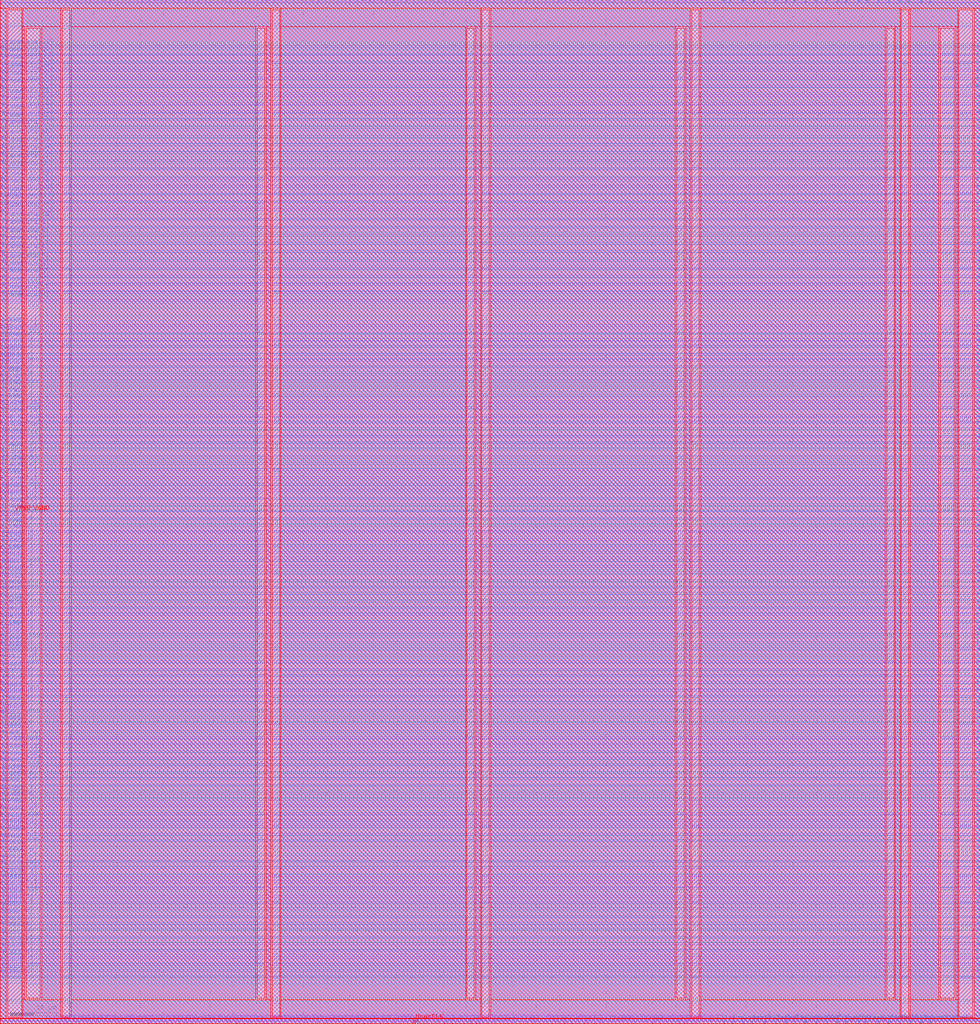
<source format=lef>
##
## LEF for PtnCells ;
## created by Innovus v15.20-p005_1 on Mon Jun 14 17:26:08 2021
##

VERSION 5.7 ;

BUSBITCHARS "[]" ;
DIVIDERCHAR "/" ;

MACRO LUT4AB
  CLASS BLOCK ;
  SIZE 210.2200 BY 219.6400 ;
  FOREIGN LUT4AB 0.0000 0.0000 ;
  ORIGIN 0 0 ;
  SYMMETRY X Y R90 ;
  PIN N1BEG[3]
    DIRECTION OUTPUT ;
    USE SIGNAL ;
    ANTENNAPARTIALMETALAREA 1.49005 LAYER li1  ;
    ANTENNAPARTIALMETALSIDEAREA 1.753 LAYER li1  ;
    ANTENNAPARTIALCUTAREA 0.0289 LAYER mcon  ;
    ANTENNAPARTIALMETALAREA 0.4292 LAYER met1  ;
    ANTENNAPARTIALMETALSIDEAREA 2.0685 LAYER met1  ;
    ANTENNAPARTIALCUTAREA 0.0225 LAYER via  ;
    ANTENNAPARTIALMETALAREA 5.1669 LAYER met2  ;
    ANTENNAPARTIALMETALSIDEAREA 25.4275 LAYER met2  ;
    ANTENNAPARTIALCUTAREA 0.04 LAYER via2  ;
    ANTENNAPARTIALMETALAREA 23.554 LAYER met3  ;
    ANTENNAPARTIALMETALSIDEAREA 126.088 LAYER met3  ;
    ANTENNAPARTIALCUTAREA 0.04 LAYER via3  ;
    ANTENNADIFFAREA 1.782 LAYER met4  ;
    ANTENNAPARTIALMETALAREA 21.1542 LAYER met4  ;
    ANTENNAPARTIALMETALSIDEAREA 114.704 LAYER met4  ;
    PORT
      LAYER li1 ;
        RECT 13.9450 219.3100 14.1150 219.6400 ;
    END
  END N1BEG[3]
  PIN N1BEG[2]
    DIRECTION OUTPUT ;
    USE SIGNAL ;
    ANTENNAPARTIALMETALAREA 1.04805 LAYER li1  ;
    ANTENNAPARTIALMETALSIDEAREA 1.233 LAYER li1  ;
    ANTENNAPARTIALCUTAREA 0.0289 LAYER mcon  ;
    ANTENNADIFFAREA 1.782 LAYER met1  ;
    ANTENNAPARTIALMETALAREA 27.697 LAYER met1  ;
    ANTENNAPARTIALMETALSIDEAREA 138.411 LAYER met1  ;
    PORT
      LAYER li1 ;
        RECT 12.5650 219.3100 12.7350 219.6400 ;
    END
  END N1BEG[2]
  PIN N1BEG[1]
    DIRECTION OUTPUT ;
    USE SIGNAL ;
    ANTENNAPARTIALMETALAREA 1.02765 LAYER li1  ;
    ANTENNAPARTIALMETALSIDEAREA 1.209 LAYER li1  ;
    ANTENNAPARTIALCUTAREA 0.0289 LAYER mcon  ;
    ANTENNAPARTIALMETALAREA 19.4864 LAYER met1  ;
    ANTENNAPARTIALMETALSIDEAREA 97.3175 LAYER met1  ;
    ANTENNAPARTIALCUTAREA 0.0225 LAYER via  ;
    ANTENNADIFFAREA 1.782 LAYER met2  ;
    ANTENNAPARTIALMETALAREA 0.571 LAYER met2  ;
    ANTENNAPARTIALMETALSIDEAREA 2.737 LAYER met2  ;
    PORT
      LAYER li1 ;
        RECT 11.1850 219.3100 11.3550 219.6400 ;
    END
  END N1BEG[1]
  PIN N1BEG[0]
    DIRECTION OUTPUT ;
    USE SIGNAL ;
    ANTENNAPARTIALMETALAREA 0.68085 LAYER li1  ;
    ANTENNAPARTIALMETALSIDEAREA 0.801 LAYER li1  ;
    ANTENNAPARTIALCUTAREA 0.0289 LAYER mcon  ;
    ANTENNAPARTIALMETALAREA 11.3744 LAYER met1  ;
    ANTENNAPARTIALMETALSIDEAREA 56.7945 LAYER met1  ;
    ANTENNAPARTIALCUTAREA 0.0225 LAYER via  ;
    ANTENNAPARTIALMETALAREA 0.5571 LAYER met2  ;
    ANTENNAPARTIALMETALSIDEAREA 2.6145 LAYER met2  ;
    ANTENNAPARTIALCUTAREA 0.04 LAYER via2  ;
    ANTENNAPARTIALMETALAREA 7.438 LAYER met3  ;
    ANTENNAPARTIALMETALSIDEAREA 40.136 LAYER met3  ;
    ANTENNAPARTIALCUTAREA 0.04 LAYER via3  ;
    ANTENNADIFFAREA 1.782 LAYER met4  ;
    ANTENNAPARTIALMETALAREA 2.8638 LAYER met4  ;
    ANTENNAPARTIALMETALSIDEAREA 15.744 LAYER met4  ;
    PORT
      LAYER li1 ;
        RECT 10.2650 219.3100 10.4350 219.6400 ;
    END
  END N1BEG[0]
  PIN N2BEG[7]
    DIRECTION OUTPUT ;
    USE SIGNAL ;
    ANTENNAPARTIALCUTAREA 0.0289 LAYER mcon  ;
    ANTENNAPARTIALMETALAREA 0.9444 LAYER met1  ;
    ANTENNAPARTIALMETALSIDEAREA 4.6445 LAYER met1  ;
    ANTENNAPARTIALCUTAREA 0.0225 LAYER via  ;
    ANTENNAPARTIALMETALAREA 0.1517 LAYER met2  ;
    ANTENNAPARTIALMETALSIDEAREA 0.5845 LAYER met2  ;
    ANTENNAPARTIALCUTAREA 0.04 LAYER via2  ;
    ANTENNAPARTIALMETALAREA 0.262 LAYER met3  ;
    ANTENNAPARTIALMETALSIDEAREA 1.864 LAYER met3  ;
    ANTENNAPARTIALCUTAREA 0.04 LAYER via3  ;
    ANTENNADIFFAREA 1.782 LAYER met4  ;
    ANTENNAPARTIALMETALAREA 10.7328 LAYER met4  ;
    ANTENNAPARTIALMETALSIDEAREA 57.712 LAYER met4  ;
    PORT
      LAYER li1 ;
        RECT 24.9850 219.3100 25.1550 219.6400 ;
    END
  END N2BEG[7]
  PIN N2BEG[6]
    DIRECTION OUTPUT ;
    USE SIGNAL ;
    ANTENNAPARTIALMETALAREA 1.25885 LAYER li1  ;
    ANTENNAPARTIALMETALSIDEAREA 1.481 LAYER li1  ;
    ANTENNAPARTIALCUTAREA 0.0289 LAYER mcon  ;
    ANTENNAPARTIALMETALAREA 1.7004 LAYER met1  ;
    ANTENNAPARTIALMETALSIDEAREA 8.4245 LAYER met1  ;
    ANTENNAPARTIALCUTAREA 0.0225 LAYER via  ;
    ANTENNAPARTIALMETALAREA 5.6335 LAYER met2  ;
    ANTENNAPARTIALMETALSIDEAREA 27.9965 LAYER met2  ;
    ANTENNAPARTIALCUTAREA 0.04 LAYER via2  ;
    ANTENNAPARTIALMETALAREA 9.139 LAYER met3  ;
    ANTENNAPARTIALMETALSIDEAREA 49.208 LAYER met3  ;
    ANTENNAPARTIALCUTAREA 0.04 LAYER via3  ;
    ANTENNADIFFAREA 1.782 LAYER met4  ;
    ANTENNAPARTIALMETALAREA 29.1516 LAYER met4  ;
    ANTENNAPARTIALMETALSIDEAREA 156.416 LAYER met4  ;
    PORT
      LAYER li1 ;
        RECT 23.6050 219.3100 23.7750 219.6400 ;
    END
  END N2BEG[6]
  PIN N2BEG[5]
    DIRECTION OUTPUT ;
    USE SIGNAL ;
    ANTENNAPARTIALMETALAREA 0.85425 LAYER li1  ;
    ANTENNAPARTIALMETALSIDEAREA 1.005 LAYER li1  ;
    ANTENNAPARTIALCUTAREA 0.0289 LAYER mcon  ;
    ANTENNAPARTIALMETALAREA 0.4292 LAYER met1  ;
    ANTENNAPARTIALMETALSIDEAREA 2.0685 LAYER met1  ;
    ANTENNAPARTIALCUTAREA 0.0225 LAYER via  ;
    ANTENNAPARTIALMETALAREA 2.1013 LAYER met2  ;
    ANTENNAPARTIALMETALSIDEAREA 10.3355 LAYER met2  ;
    ANTENNAPARTIALCUTAREA 0.04 LAYER via2  ;
    ANTENNAPARTIALMETALAREA 1.366 LAYER met3  ;
    ANTENNAPARTIALMETALSIDEAREA 7.752 LAYER met3  ;
    ANTENNAPARTIALCUTAREA 0.04 LAYER via3  ;
    ANTENNADIFFAREA 1.782 LAYER met4  ;
    ANTENNAPARTIALMETALAREA 23.7258 LAYER met4  ;
    ANTENNAPARTIALMETALSIDEAREA 127.008 LAYER met4  ;
    PORT
      LAYER li1 ;
        RECT 22.2250 219.3100 22.3950 219.6400 ;
    END
  END N2BEG[5]
  PIN N2BEG[4]
    DIRECTION OUTPUT ;
    USE SIGNAL ;
    ANTENNAPARTIALMETALAREA 0.79645 LAYER li1  ;
    ANTENNAPARTIALMETALSIDEAREA 0.937 LAYER li1  ;
    ANTENNAPARTIALCUTAREA 0.0289 LAYER mcon  ;
    ANTENNAPARTIALMETALAREA 1.0088 LAYER met1  ;
    ANTENNAPARTIALMETALSIDEAREA 4.9665 LAYER met1  ;
    ANTENNAPARTIALCUTAREA 0.0225 LAYER via  ;
    ANTENNAPARTIALMETALAREA 3.9423 LAYER met2  ;
    ANTENNAPARTIALMETALSIDEAREA 19.5405 LAYER met2  ;
    ANTENNAPARTIALCUTAREA 0.04 LAYER via2  ;
    ANTENNAPARTIALMETALAREA 15.694 LAYER met3  ;
    ANTENNAPARTIALMETALSIDEAREA 84.168 LAYER met3  ;
    ANTENNAPARTIALCUTAREA 0.04 LAYER via3  ;
    ANTENNADIFFAREA 1.782 LAYER met4  ;
    ANTENNAPARTIALMETALAREA 44.9136 LAYER met4  ;
    ANTENNAPARTIALMETALSIDEAREA 240.48 LAYER met4  ;
    PORT
      LAYER li1 ;
        RECT 20.8450 219.3100 21.0150 219.6400 ;
    END
  END N2BEG[4]
  PIN N2BEG[3]
    DIRECTION OUTPUT ;
    USE SIGNAL ;
    ANTENNAPARTIALMETALAREA 1.14325 LAYER li1  ;
    ANTENNAPARTIALMETALSIDEAREA 1.345 LAYER li1  ;
    ANTENNAPARTIALCUTAREA 0.0289 LAYER mcon  ;
    ANTENNAPARTIALMETALAREA 4.3576 LAYER met1  ;
    ANTENNAPARTIALMETALSIDEAREA 21.7105 LAYER met1  ;
    ANTENNAPARTIALCUTAREA 0.0225 LAYER via  ;
    ANTENNAPARTIALMETALAREA 3.4019 LAYER met2  ;
    ANTENNAPARTIALMETALSIDEAREA 16.8385 LAYER met2  ;
    ANTENNAPARTIALCUTAREA 0.04 LAYER via2  ;
    ANTENNAPARTIALMETALAREA 5.023 LAYER met3  ;
    ANTENNAPARTIALMETALSIDEAREA 27.256 LAYER met3  ;
    ANTENNAPARTIALCUTAREA 0.04 LAYER via3  ;
    ANTENNADIFFAREA 1.782 LAYER met4  ;
    ANTENNAPARTIALMETALAREA 29.4708 LAYER met4  ;
    ANTENNAPARTIALMETALSIDEAREA 157.648 LAYER met4  ;
    PORT
      LAYER li1 ;
        RECT 19.4650 219.3100 19.6350 219.6400 ;
    END
  END N2BEG[3]
  PIN N2BEG[2]
    DIRECTION OUTPUT ;
    USE SIGNAL ;
    ANTENNAPARTIALMETALAREA 0.62305 LAYER li1  ;
    ANTENNAPARTIALMETALSIDEAREA 0.733 LAYER li1  ;
    ANTENNAPARTIALCUTAREA 0.0289 LAYER mcon  ;
    ANTENNAPARTIALMETALAREA 9.0084 LAYER met1  ;
    ANTENNAPARTIALMETALSIDEAREA 44.9645 LAYER met1  ;
    ANTENNAPARTIALCUTAREA 0.0225 LAYER via  ;
    ANTENNAPARTIALMETALAREA 3.3205 LAYER met2  ;
    ANTENNAPARTIALMETALSIDEAREA 16.3135 LAYER met2  ;
    ANTENNAPARTIALCUTAREA 0.04 LAYER via2  ;
    ANTENNAPARTIALMETALAREA 1.642 LAYER met3  ;
    ANTENNAPARTIALMETALSIDEAREA 9.224 LAYER met3  ;
    ANTENNAPARTIALCUTAREA 0.04 LAYER via3  ;
    ANTENNADIFFAREA 1.782 LAYER met4  ;
    ANTENNAPARTIALMETALAREA 1.9488 LAYER met4  ;
    ANTENNAPARTIALMETALSIDEAREA 10.864 LAYER met4  ;
    PORT
      LAYER li1 ;
        RECT 18.0850 219.3100 18.2550 219.6400 ;
    END
  END N2BEG[2]
  PIN N2BEG[1]
    DIRECTION OUTPUT ;
    USE SIGNAL ;
    ANTENNAPARTIALMETALAREA 1.60565 LAYER li1  ;
    ANTENNAPARTIALMETALSIDEAREA 1.889 LAYER li1  ;
    ANTENNAPARTIALCUTAREA 0.0289 LAYER mcon  ;
    ANTENNAPARTIALMETALAREA 0.0832 LAYER met1  ;
    ANTENNAPARTIALMETALSIDEAREA 0.406 LAYER met1  ;
    ANTENNAPARTIALCUTAREA 0.0225 LAYER via  ;
    ANTENNAPARTIALMETALAREA 0.3723 LAYER met2  ;
    ANTENNAPARTIALMETALSIDEAREA 1.6905 LAYER met2  ;
    ANTENNAPARTIALCUTAREA 0.04 LAYER via2  ;
    ANTENNAPARTIALMETALAREA 9.991 LAYER met3  ;
    ANTENNAPARTIALMETALSIDEAREA 53.752 LAYER met3  ;
    ANTENNAPARTIALCUTAREA 0.04 LAYER via3  ;
    ANTENNADIFFAREA 1.782 LAYER met4  ;
    ANTENNAPARTIALMETALAREA 18.027 LAYER met4  ;
    ANTENNAPARTIALMETALSIDEAREA 98.496 LAYER met4  ;
    PORT
      LAYER li1 ;
        RECT 16.7050 219.3100 16.8750 219.6400 ;
    END
  END N2BEG[1]
  PIN N2BEG[0]
    DIRECTION OUTPUT ;
    USE SIGNAL ;
    ANTENNAPARTIALMETALAREA 1.16365 LAYER li1  ;
    ANTENNAPARTIALMETALSIDEAREA 1.369 LAYER li1  ;
    ANTENNAPARTIALCUTAREA 0.0289 LAYER mcon  ;
    ANTENNAPARTIALMETALAREA 20.3764 LAYER met1  ;
    ANTENNAPARTIALMETALSIDEAREA 101.805 LAYER met1  ;
    ANTENNAPARTIALCUTAREA 0.0225 LAYER via  ;
    ANTENNADIFFAREA 1.782 LAYER met2  ;
    ANTENNAPARTIALMETALAREA 2.454 LAYER met2  ;
    ANTENNAPARTIALMETALSIDEAREA 12.152 LAYER met2  ;
    PORT
      LAYER li1 ;
        RECT 15.3250 219.3100 15.4950 219.6400 ;
    END
  END N2BEG[0]
  PIN N2BEGb[7]
    DIRECTION OUTPUT ;
    USE SIGNAL ;
    ANTENNAPARTIALCUTAREA 0.0289 LAYER mcon  ;
    ANTENNAPARTIALMETALAREA 4.7916 LAYER met1  ;
    ANTENNAPARTIALMETALSIDEAREA 23.8805 LAYER met1  ;
    ANTENNAPARTIALCUTAREA 0.0225 LAYER via  ;
    ANTENNAPARTIALMETALAREA 1.9991 LAYER met2  ;
    ANTENNAPARTIALMETALSIDEAREA 9.8245 LAYER met2  ;
    ANTENNAPARTIALCUTAREA 0.04 LAYER via2  ;
    ANTENNAPARTIALMETALAREA 0.1905 LAYER met3  ;
    ANTENNAPARTIALMETALSIDEAREA 1.464 LAYER met3  ;
    ANTENNAPARTIALCUTAREA 0.04 LAYER via3  ;
    ANTENNADIFFAREA 1.782 LAYER met4  ;
    ANTENNAPARTIALMETALAREA 55.5756 LAYER met4  ;
    ANTENNAPARTIALMETALSIDEAREA 297.344 LAYER met4  ;
    PORT
      LAYER li1 ;
        RECT 35.5650 219.3100 35.7350 219.6400 ;
    END
  END N2BEGb[7]
  PIN N2BEGb[6]
    DIRECTION OUTPUT ;
    USE SIGNAL ;
    ANTENNAPARTIALCUTAREA 0.0289 LAYER mcon  ;
    ANTENNAPARTIALMETALAREA 0.1716 LAYER met1  ;
    ANTENNAPARTIALMETALSIDEAREA 0.7805 LAYER met1  ;
    ANTENNAPARTIALCUTAREA 0.0225 LAYER via  ;
    ANTENNAPARTIALMETALAREA 0.1517 LAYER met2  ;
    ANTENNAPARTIALMETALSIDEAREA 0.5845 LAYER met2  ;
    ANTENNAPARTIALCUTAREA 0.04 LAYER via2  ;
    ANTENNAPARTIALMETALAREA 0.331 LAYER met3  ;
    ANTENNAPARTIALMETALSIDEAREA 2.232 LAYER met3  ;
    ANTENNAPARTIALCUTAREA 0.04 LAYER via3  ;
    ANTENNADIFFAREA 1.782 LAYER met4  ;
    ANTENNAPARTIALMETALAREA 60.3978 LAYER met4  ;
    ANTENNAPARTIALMETALSIDEAREA 322.592 LAYER met4  ;
    PORT
      LAYER li1 ;
        RECT 34.1850 219.3100 34.3550 219.6400 ;
    END
  END N2BEGb[6]
  PIN N2BEGb[5]
    DIRECTION OUTPUT ;
    USE SIGNAL ;
    ANTENNAPARTIALMETALAREA 0.10285 LAYER li1  ;
    ANTENNAPARTIALMETALSIDEAREA 0.121 LAYER li1  ;
    ANTENNAPARTIALCUTAREA 0.0289 LAYER mcon  ;
    ANTENNAPARTIALMETALAREA 3.3104 LAYER met1  ;
    ANTENNAPARTIALMETALSIDEAREA 16.4745 LAYER met1  ;
    ANTENNAPARTIALCUTAREA 0.0225 LAYER via  ;
    ANTENNAPARTIALMETALAREA 1.4391 LAYER met2  ;
    ANTENNAPARTIALMETALSIDEAREA 7.0245 LAYER met2  ;
    ANTENNAPARTIALCUTAREA 0.04 LAYER via2  ;
    ANTENNAPARTIALMETALAREA 4.837 LAYER met3  ;
    ANTENNAPARTIALMETALSIDEAREA 26.264 LAYER met3  ;
    ANTENNAPARTIALCUTAREA 0.04 LAYER via3  ;
    ANTENNADIFFAREA 1.782 LAYER met4  ;
    ANTENNAPARTIALMETALAREA 35.691 LAYER met4  ;
    ANTENNAPARTIALMETALSIDEAREA 192.704 LAYER met4  ;
    PORT
      LAYER li1 ;
        RECT 33.2650 219.3100 33.4350 219.6400 ;
    END
  END N2BEGb[5]
  PIN N2BEGb[4]
    DIRECTION OUTPUT ;
    USE SIGNAL ;
    ANTENNAPARTIALMETALAREA 0.56525 LAYER li1  ;
    ANTENNAPARTIALMETALSIDEAREA 0.665 LAYER li1  ;
    ANTENNAPARTIALCUTAREA 0.0289 LAYER mcon  ;
    ANTENNAPARTIALMETALAREA 1.636 LAYER met1  ;
    ANTENNAPARTIALMETALSIDEAREA 8.1025 LAYER met1  ;
    ANTENNAPARTIALCUTAREA 0.0225 LAYER via  ;
    ANTENNAPARTIALMETALAREA 13.0755 LAYER met2  ;
    ANTENNAPARTIALMETALSIDEAREA 65.1035 LAYER met2  ;
    ANTENNAPARTIALCUTAREA 0.04 LAYER via2  ;
    ANTENNAPARTIALMETALAREA 0.1905 LAYER met3  ;
    ANTENNAPARTIALMETALSIDEAREA 1.464 LAYER met3  ;
    ANTENNAPARTIALCUTAREA 0.04 LAYER via3  ;
    ANTENNADIFFAREA 1.782 LAYER met4  ;
    ANTENNAPARTIALMETALAREA 3.5958 LAYER met4  ;
    ANTENNAPARTIALMETALSIDEAREA 19.648 LAYER met4  ;
    PORT
      LAYER li1 ;
        RECT 31.8850 219.3100 32.0550 219.6400 ;
    END
  END N2BEGb[4]
  PIN N2BEGb[3]
    DIRECTION OUTPUT ;
    USE SIGNAL ;
    ANTENNAPARTIALMETALAREA 1.77905 LAYER li1  ;
    ANTENNAPARTIALMETALSIDEAREA 2.093 LAYER li1  ;
    ANTENNAPARTIALCUTAREA 0.0289 LAYER mcon  ;
    ANTENNAPARTIALMETALAREA 0.3004 LAYER met1  ;
    ANTENNAPARTIALMETALSIDEAREA 1.4245 LAYER met1  ;
    ANTENNAPARTIALCUTAREA 0.0225 LAYER via  ;
    ANTENNADIFFAREA 1.782 LAYER met2  ;
    ANTENNAPARTIALMETALAREA 19.86 LAYER met2  ;
    ANTENNAPARTIALMETALSIDEAREA 99.064 LAYER met2  ;
    PORT
      LAYER li1 ;
        RECT 30.5050 219.3100 30.6750 219.6400 ;
    END
  END N2BEGb[3]
  PIN N2BEGb[2]
    DIRECTION OUTPUT ;
    USE SIGNAL ;
    ANTENNAPARTIALMETALAREA 0.10285 LAYER li1  ;
    ANTENNAPARTIALMETALSIDEAREA 0.121 LAYER li1  ;
    ANTENNAPARTIALCUTAREA 0.0289 LAYER mcon  ;
    ANTENNAPARTIALMETALAREA 1.7998 LAYER met1  ;
    ANTENNAPARTIALMETALSIDEAREA 8.9215 LAYER met1  ;
    ANTENNAPARTIALCUTAREA 0.0225 LAYER via  ;
    ANTENNADIFFAREA 1.782 LAYER met2  ;
    ANTENNAPARTIALMETALAREA 17.2632 LAYER met2  ;
    ANTENNAPARTIALMETALSIDEAREA 86.198 LAYER met2  ;
    PORT
      LAYER li1 ;
        RECT 29.1250 219.3100 29.2950 219.6400 ;
    END
  END N2BEGb[2]
  PIN N2BEGb[1]
    DIRECTION OUTPUT ;
    USE SIGNAL ;
    ANTENNAPARTIALMETALAREA 0.85425 LAYER li1  ;
    ANTENNAPARTIALMETALSIDEAREA 1.005 LAYER li1  ;
    ANTENNAPARTIALCUTAREA 0.0289 LAYER mcon  ;
    ANTENNAPARTIALMETALAREA 0.9444 LAYER met1  ;
    ANTENNAPARTIALMETALSIDEAREA 4.6445 LAYER met1  ;
    ANTENNAPARTIALCUTAREA 0.0225 LAYER via  ;
    ANTENNAPARTIALMETALAREA 1.5679 LAYER met2  ;
    ANTENNAPARTIALMETALSIDEAREA 7.6685 LAYER met2  ;
    ANTENNAPARTIALCUTAREA 0.04 LAYER via2  ;
    ANTENNAPARTIALMETALAREA 16.867 LAYER met3  ;
    ANTENNAPARTIALMETALSIDEAREA 90.424 LAYER met3  ;
    ANTENNAPARTIALCUTAREA 0.04 LAYER via3  ;
    ANTENNADIFFAREA 1.782 LAYER met4  ;
    ANTENNAPARTIALMETALAREA 35.7234 LAYER met4  ;
    ANTENNAPARTIALMETALSIDEAREA 191.936 LAYER met4  ;
    PORT
      LAYER li1 ;
        RECT 27.7450 219.3100 27.9150 219.6400 ;
    END
  END N2BEGb[1]
  PIN N2BEGb[0]
    DIRECTION OUTPUT ;
    USE SIGNAL ;
    ANTENNAPARTIALMETALAREA 0.39185 LAYER li1  ;
    ANTENNAPARTIALMETALSIDEAREA 0.461 LAYER li1  ;
    ANTENNAPARTIALCUTAREA 0.0289 LAYER mcon  ;
    ANTENNAPARTIALMETALAREA 0.558 LAYER met1  ;
    ANTENNAPARTIALMETALSIDEAREA 2.7125 LAYER met1  ;
    ANTENNAPARTIALCUTAREA 0.0225 LAYER via  ;
    ANTENNAPARTIALMETALAREA 1.8423 LAYER met2  ;
    ANTENNAPARTIALMETALSIDEAREA 9.0405 LAYER met2  ;
    ANTENNAPARTIALCUTAREA 0.04 LAYER via2  ;
    ANTENNAPARTIALMETALAREA 0.538 LAYER met3  ;
    ANTENNAPARTIALMETALSIDEAREA 3.336 LAYER met3  ;
    ANTENNAPARTIALCUTAREA 0.04 LAYER via3  ;
    ANTENNADIFFAREA 1.782 LAYER met4  ;
    ANTENNAPARTIALMETALAREA 35.8758 LAYER met4  ;
    ANTENNAPARTIALMETALSIDEAREA 191.808 LAYER met4  ;
    PORT
      LAYER li1 ;
        RECT 26.3650 219.3100 26.5350 219.6400 ;
    END
  END N2BEGb[0]
  PIN N4BEG[15]
    DIRECTION OUTPUT ;
    USE SIGNAL ;
    ANTENNAPARTIALMETALAREA 0.73865 LAYER li1  ;
    ANTENNAPARTIALMETALSIDEAREA 0.869 LAYER li1  ;
    ANTENNAPARTIALCUTAREA 0.0289 LAYER mcon  ;
    ANTENNAPARTIALMETALAREA 1.9104 LAYER met1  ;
    ANTENNAPARTIALMETALSIDEAREA 9.4745 LAYER met1  ;
    ANTENNAPARTIALCUTAREA 0.0225 LAYER via  ;
    ANTENNAPARTIALMETALAREA 1.4279 LAYER met2  ;
    ANTENNAPARTIALMETALSIDEAREA 6.9685 LAYER met2  ;
    ANTENNAPARTIALCUTAREA 0.04 LAYER via2  ;
    ANTENNAPARTIALMETALAREA 4.126 LAYER met3  ;
    ANTENNAPARTIALMETALSIDEAREA 22.472 LAYER met3  ;
    ANTENNAPARTIALCUTAREA 0.04 LAYER via3  ;
    ANTENNADIFFAREA 1.782 LAYER met4  ;
    ANTENNAPARTIALMETALAREA 24.8478 LAYER met4  ;
    ANTENNAPARTIALMETALSIDEAREA 132.992 LAYER met4  ;
    PORT
      LAYER li1 ;
        RECT 57.1850 219.3100 57.3550 219.6400 ;
    END
  END N4BEG[15]
  PIN N4BEG[14]
    DIRECTION OUTPUT ;
    USE SIGNAL ;
    ANTENNAPARTIALMETALAREA 0.10285 LAYER li1  ;
    ANTENNAPARTIALMETALSIDEAREA 0.121 LAYER li1  ;
    ANTENNAPARTIALCUTAREA 0.0289 LAYER mcon  ;
    ANTENNAPARTIALMETALAREA 4.6268 LAYER met1  ;
    ANTENNAPARTIALMETALSIDEAREA 23.0195 LAYER met1  ;
    ANTENNAPARTIALCUTAREA 0.0225 LAYER via  ;
    ANTENNADIFFAREA 1.782 LAYER met2  ;
    ANTENNAPARTIALMETALAREA 4.8368 LAYER met2  ;
    ANTENNAPARTIALMETALSIDEAREA 24.066 LAYER met2  ;
    PORT
      LAYER li1 ;
        RECT 56.2650 219.3100 56.4350 219.6400 ;
    END
  END N4BEG[14]
  PIN N4BEG[13]
    DIRECTION OUTPUT ;
    USE SIGNAL ;
    ANTENNAPARTIALMETALAREA 1.31665 LAYER li1  ;
    ANTENNAPARTIALMETALSIDEAREA 1.549 LAYER li1  ;
    ANTENNAPARTIALCUTAREA 0.0289 LAYER mcon  ;
    ANTENNAPARTIALMETALAREA 9.4928 LAYER met1  ;
    ANTENNAPARTIALMETALSIDEAREA 47.3865 LAYER met1  ;
    ANTENNAPARTIALCUTAREA 0.0225 LAYER via  ;
    ANTENNAPARTIALMETALAREA 1.0807 LAYER met2  ;
    ANTENNAPARTIALMETALSIDEAREA 5.2325 LAYER met2  ;
    ANTENNAPARTIALCUTAREA 0.04 LAYER via2  ;
    ANTENNAPARTIALMETALAREA 0.859 LAYER met3  ;
    ANTENNAPARTIALMETALSIDEAREA 5.048 LAYER met3  ;
    ANTENNAPARTIALCUTAREA 0.04 LAYER via3  ;
    ANTENNADIFFAREA 1.782 LAYER met4  ;
    ANTENNAPARTIALMETALAREA 13.3428 LAYER met4  ;
    ANTENNAPARTIALMETALSIDEAREA 71.632 LAYER met4  ;
    PORT
      LAYER li1 ;
        RECT 54.8850 219.3100 55.0550 219.6400 ;
    END
  END N4BEG[13]
  PIN N4BEG[12]
    DIRECTION OUTPUT ;
    USE SIGNAL ;
    ANTENNAPARTIALMETALAREA 0.27625 LAYER li1  ;
    ANTENNAPARTIALMETALSIDEAREA 0.325 LAYER li1  ;
    ANTENNAPARTIALCUTAREA 0.0289 LAYER mcon  ;
    ANTENNAPARTIALMETALAREA 5.5644 LAYER met1  ;
    ANTENNAPARTIALMETALSIDEAREA 27.7445 LAYER met1  ;
    ANTENNAPARTIALCUTAREA 0.0225 LAYER via  ;
    ANTENNAPARTIALMETALAREA 6.6057 LAYER met2  ;
    ANTENNAPARTIALMETALSIDEAREA 32.3855 LAYER met2  ;
    ANTENNAPARTIALCUTAREA 0.04 LAYER via2  ;
    ANTENNADIFFAREA 1.782 LAYER met3  ;
    ANTENNAPARTIALMETALAREA 2.0508 LAYER met3  ;
    ANTENNAPARTIALMETALSIDEAREA 11.408 LAYER met3  ;
    PORT
      LAYER li1 ;
        RECT 53.5050 219.3100 53.6750 219.6400 ;
    END
  END N4BEG[12]
  PIN N4BEG[11]
    DIRECTION OUTPUT ;
    USE SIGNAL ;
    ANTENNAPARTIALMETALAREA 1.43225 LAYER li1  ;
    ANTENNAPARTIALMETALSIDEAREA 1.685 LAYER li1  ;
    ANTENNAPARTIALCUTAREA 0.0289 LAYER mcon  ;
    ANTENNAPARTIALMETALAREA 0.236 LAYER met1  ;
    ANTENNAPARTIALMETALSIDEAREA 1.1025 LAYER met1  ;
    ANTENNAPARTIALCUTAREA 0.0225 LAYER via  ;
    ANTENNAPARTIALMETALAREA 0.4297 LAYER met2  ;
    ANTENNAPARTIALMETALSIDEAREA 1.9775 LAYER met2  ;
    ANTENNAPARTIALCUTAREA 0.04 LAYER via2  ;
    ANTENNAPARTIALMETALAREA 0.814 LAYER met3  ;
    ANTENNAPARTIALMETALSIDEAREA 4.808 LAYER met3  ;
    ANTENNAPARTIALCUTAREA 0.04 LAYER via3  ;
    ANTENNADIFFAREA 1.782 LAYER met4  ;
    ANTENNAPARTIALMETALAREA 54.5178 LAYER met4  ;
    ANTENNAPARTIALMETALSIDEAREA 291.232 LAYER met4  ;
    PORT
      LAYER li1 ;
        RECT 52.1250 219.3100 52.2950 219.6400 ;
    END
  END N4BEG[11]
  PIN N4BEG[10]
    DIRECTION OUTPUT ;
    USE SIGNAL ;
    ANTENNAPARTIALMETALAREA 0.60605 LAYER li1  ;
    ANTENNAPARTIALMETALSIDEAREA 0.713 LAYER li1  ;
    ANTENNAPARTIALCUTAREA 0.0289 LAYER mcon  ;
    ANTENNAPARTIALMETALAREA 5.402 LAYER met1  ;
    ANTENNAPARTIALMETALSIDEAREA 26.9325 LAYER met1  ;
    ANTENNAPARTIALCUTAREA 0.0225 LAYER via  ;
    ANTENNADIFFAREA 1.782 LAYER met2  ;
    ANTENNAPARTIALMETALAREA 6.7156 LAYER met2  ;
    ANTENNAPARTIALMETALSIDEAREA 33.46 LAYER met2  ;
    PORT
      LAYER li1 ;
        RECT 50.7450 219.3100 50.9150 219.6400 ;
    END
  END N4BEG[10]
  PIN N4BEG[9]
    DIRECTION OUTPUT ;
    USE SIGNAL ;
    ANTENNAPARTIALMETALAREA 1.31665 LAYER li1  ;
    ANTENNAPARTIALMETALSIDEAREA 1.549 LAYER li1  ;
    ANTENNAPARTIALCUTAREA 0.0289 LAYER mcon  ;
    ANTENNAPARTIALMETALAREA 1.8936 LAYER met1  ;
    ANTENNAPARTIALMETALSIDEAREA 9.3905 LAYER met1  ;
    ANTENNAPARTIALCUTAREA 0.0225 LAYER via  ;
    ANTENNAPARTIALMETALAREA 2.0621 LAYER met2  ;
    ANTENNAPARTIALMETALSIDEAREA 10.1395 LAYER met2  ;
    ANTENNAPARTIALCUTAREA 0.04 LAYER via2  ;
    ANTENNAPARTIALMETALAREA 2.539 LAYER met3  ;
    ANTENNAPARTIALMETALSIDEAREA 14.008 LAYER met3  ;
    ANTENNAPARTIALCUTAREA 0.04 LAYER via3  ;
    ANTENNADIFFAREA 1.782 LAYER met4  ;
    ANTENNAPARTIALMETALAREA 51.4308 LAYER met4  ;
    ANTENNAPARTIALMETALSIDEAREA 274.768 LAYER met4  ;
    PORT
      LAYER li1 ;
        RECT 49.3650 219.3100 49.5350 219.6400 ;
    END
  END N4BEG[9]
  PIN N4BEG[8]
    DIRECTION OUTPUT ;
    USE SIGNAL ;
    ANTENNAPARTIALMETALAREA 1.43225 LAYER li1  ;
    ANTENNAPARTIALMETALSIDEAREA 1.685 LAYER li1  ;
    ANTENNAPARTIALCUTAREA 0.0289 LAYER mcon  ;
    ANTENNAPARTIALMETALAREA 0.0832 LAYER met1  ;
    ANTENNAPARTIALMETALSIDEAREA 0.406 LAYER met1  ;
    ANTENNAPARTIALCUTAREA 0.0225 LAYER via  ;
    ANTENNAPARTIALMETALAREA 0.3443 LAYER met2  ;
    ANTENNAPARTIALMETALSIDEAREA 1.5505 LAYER met2  ;
    ANTENNAPARTIALCUTAREA 0.04 LAYER via2  ;
    ANTENNAPARTIALMETALAREA 0.1905 LAYER met3  ;
    ANTENNAPARTIALMETALSIDEAREA 1.464 LAYER met3  ;
    ANTENNAPARTIALCUTAREA 0.04 LAYER via3  ;
    ANTENNADIFFAREA 1.782 LAYER met4  ;
    ANTENNAPARTIALMETALAREA 37.9674 LAYER met4  ;
    ANTENNAPARTIALMETALSIDEAREA 203.904 LAYER met4  ;
    PORT
      LAYER li1 ;
        RECT 47.9850 219.3100 48.1550 219.6400 ;
    END
  END N4BEG[8]
  PIN N4BEG[7]
    DIRECTION OUTPUT ;
    USE SIGNAL ;
    ANTENNAPARTIALMETALAREA 1.77905 LAYER li1  ;
    ANTENNAPARTIALMETALSIDEAREA 2.093 LAYER li1  ;
    ANTENNAPARTIALCUTAREA 0.0289 LAYER mcon  ;
    ANTENNAPARTIALMETALAREA 0.6868 LAYER met1  ;
    ANTENNAPARTIALMETALSIDEAREA 3.3565 LAYER met1  ;
    ANTENNAPARTIALCUTAREA 0.0225 LAYER via  ;
    ANTENNADIFFAREA 1.782 LAYER met2  ;
    ANTENNAPARTIALMETALAREA 1.964 LAYER met2  ;
    ANTENNAPARTIALMETALSIDEAREA 9.702 LAYER met2  ;
    PORT
      LAYER li1 ;
        RECT 46.6050 219.3100 46.7750 219.6400 ;
    END
  END N4BEG[7]
  PIN N4BEG[6]
    DIRECTION OUTPUT ;
    USE SIGNAL ;
    ANTENNAPARTIALMETALAREA 0.73865 LAYER li1  ;
    ANTENNAPARTIALMETALSIDEAREA 0.869 LAYER li1  ;
    ANTENNAPARTIALCUTAREA 0.0289 LAYER mcon  ;
    ANTENNAPARTIALMETALAREA 2.0868 LAYER met1  ;
    ANTENNAPARTIALMETALSIDEAREA 10.3565 LAYER met1  ;
    ANTENNAPARTIALCUTAREA 0.0225 LAYER via  ;
    ANTENNADIFFAREA 1.782 LAYER met2  ;
    ANTENNAPARTIALMETALAREA 5.2386 LAYER met2  ;
    ANTENNAPARTIALMETALSIDEAREA 26.075 LAYER met2  ;
    PORT
      LAYER li1 ;
        RECT 45.2250 219.3100 45.3950 219.6400 ;
    END
  END N4BEG[6]
  PIN N4BEG[5]
    DIRECTION OUTPUT ;
    USE SIGNAL ;
    ANTENNAPARTIALCUTAREA 0.0289 LAYER mcon  ;
    ANTENNAPARTIALMETALAREA 0.1716 LAYER met1  ;
    ANTENNAPARTIALMETALSIDEAREA 0.7805 LAYER met1  ;
    ANTENNAPARTIALCUTAREA 0.0225 LAYER via  ;
    ANTENNAPARTIALMETALAREA 0.1517 LAYER met2  ;
    ANTENNAPARTIALMETALSIDEAREA 0.5845 LAYER met2  ;
    ANTENNAPARTIALCUTAREA 0.04 LAYER via2  ;
    ANTENNAPARTIALMETALAREA 20.962 LAYER met3  ;
    ANTENNAPARTIALMETALSIDEAREA 112.264 LAYER met3  ;
    ANTENNAPARTIALCUTAREA 0.04 LAYER via3  ;
    ANTENNADIFFAREA 1.782 LAYER met4  ;
    ANTENNAPARTIALMETALAREA 0.5328 LAYER met4  ;
    ANTENNAPARTIALMETALSIDEAREA 3.312 LAYER met4  ;
    PORT
      LAYER li1 ;
        RECT 43.8450 219.3100 44.0150 219.6400 ;
    END
  END N4BEG[5]
  PIN N4BEG[4]
    DIRECTION OUTPUT ;
    USE SIGNAL ;
    ANTENNAPARTIALMETALAREA 1.43225 LAYER li1  ;
    ANTENNAPARTIALMETALSIDEAREA 1.685 LAYER li1  ;
    ANTENNAPARTIALCUTAREA 0.0289 LAYER mcon  ;
    ANTENNAPARTIALMETALAREA 0.1716 LAYER met1  ;
    ANTENNAPARTIALMETALSIDEAREA 0.7805 LAYER met1  ;
    ANTENNAPARTIALCUTAREA 0.0225 LAYER via  ;
    ANTENNAPARTIALMETALAREA 0.9783 LAYER met2  ;
    ANTENNAPARTIALMETALSIDEAREA 4.6025 LAYER met2  ;
    ANTENNAPARTIALCUTAREA 0.04 LAYER via2  ;
    ANTENNAPARTIALMETALAREA 0.1905 LAYER met3  ;
    ANTENNAPARTIALMETALSIDEAREA 1.464 LAYER met3  ;
    ANTENNAPARTIALCUTAREA 0.04 LAYER via3  ;
    ANTENNADIFFAREA 1.782 LAYER met4  ;
    ANTENNAPARTIALMETALAREA 45.6936 LAYER met4  ;
    ANTENNAPARTIALMETALSIDEAREA 244.64 LAYER met4  ;
    PORT
      LAYER li1 ;
        RECT 42.4650 219.3100 42.6350 219.6400 ;
    END
  END N4BEG[4]
  PIN N4BEG[3]
    DIRECTION OUTPUT ;
    USE SIGNAL ;
    ANTENNAPARTIALMETALAREA 1.77905 LAYER li1  ;
    ANTENNAPARTIALMETALSIDEAREA 2.093 LAYER li1  ;
    ANTENNAPARTIALCUTAREA 0.0289 LAYER mcon  ;
    ANTENNAPARTIALMETALAREA 0.1716 LAYER met1  ;
    ANTENNAPARTIALMETALSIDEAREA 0.7805 LAYER met1  ;
    ANTENNAPARTIALCUTAREA 0.0225 LAYER via  ;
    ANTENNADIFFAREA 1.782 LAYER met2  ;
    ANTENNAPARTIALMETALAREA 2.2636 LAYER met2  ;
    ANTENNAPARTIALMETALSIDEAREA 11.2 LAYER met2  ;
    PORT
      LAYER li1 ;
        RECT 41.0850 219.3100 41.2550 219.6400 ;
    END
  END N4BEG[3]
  PIN N4BEG[2]
    DIRECTION OUTPUT ;
    USE SIGNAL ;
    ANTENNAPARTIALMETALAREA 0.91205 LAYER li1  ;
    ANTENNAPARTIALMETALSIDEAREA 1.073 LAYER li1  ;
    ANTENNAPARTIALCUTAREA 0.0289 LAYER mcon  ;
    ANTENNAPARTIALMETALAREA 16.672 LAYER met1  ;
    ANTENNAPARTIALMETALSIDEAREA 83.2825 LAYER met1  ;
    ANTENNAPARTIALCUTAREA 0.0225 LAYER via  ;
    ANTENNAPARTIALMETALAREA 0.8581 LAYER met2  ;
    ANTENNAPARTIALMETALSIDEAREA 4.1195 LAYER met2  ;
    ANTENNAPARTIALCUTAREA 0.04 LAYER via2  ;
    ANTENNAPARTIALMETALAREA 0.1905 LAYER met3  ;
    ANTENNAPARTIALMETALSIDEAREA 1.464 LAYER met3  ;
    ANTENNAPARTIALCUTAREA 0.04 LAYER via3  ;
    ANTENNADIFFAREA 1.782 LAYER met4  ;
    ANTENNAPARTIALMETALAREA 56.6976 LAYER met4  ;
    ANTENNAPARTIALMETALSIDEAREA 303.328 LAYER met4  ;
    PORT
      LAYER li1 ;
        RECT 39.7050 219.3100 39.8750 219.6400 ;
    END
  END N4BEG[2]
  PIN N4BEG[1]
    DIRECTION OUTPUT ;
    USE SIGNAL ;
    ANTENNAPARTIALMETALAREA 1.77905 LAYER li1  ;
    ANTENNAPARTIALMETALSIDEAREA 2.093 LAYER li1  ;
    ANTENNAPARTIALCUTAREA 0.0289 LAYER mcon  ;
    ANTENNAPARTIALMETALAREA 0.236 LAYER met1  ;
    ANTENNAPARTIALMETALSIDEAREA 1.1025 LAYER met1  ;
    ANTENNAPARTIALCUTAREA 0.0225 LAYER via  ;
    ANTENNADIFFAREA 1.782 LAYER met2  ;
    ANTENNAPARTIALMETALAREA 0.312 LAYER met2  ;
    ANTENNAPARTIALMETALSIDEAREA 1.442 LAYER met2  ;
    PORT
      LAYER li1 ;
        RECT 38.3250 219.3100 38.4950 219.6400 ;
    END
  END N4BEG[1]
  PIN N4BEG[0]
    DIRECTION OUTPUT ;
    USE SIGNAL ;
    ANTENNAPARTIALMETALAREA 1.43225 LAYER li1  ;
    ANTENNAPARTIALMETALSIDEAREA 1.685 LAYER li1  ;
    ANTENNAPARTIALCUTAREA 0.0289 LAYER mcon  ;
    ANTENNAPARTIALMETALAREA 0.3004 LAYER met1  ;
    ANTENNAPARTIALMETALSIDEAREA 1.4245 LAYER met1  ;
    ANTENNAPARTIALCUTAREA 0.0225 LAYER via  ;
    ANTENNAPARTIALMETALAREA 2.8853 LAYER met2  ;
    ANTENNAPARTIALMETALSIDEAREA 14.2555 LAYER met2  ;
    ANTENNAPARTIALCUTAREA 0.04 LAYER via2  ;
    ANTENNAPARTIALMETALAREA 2.677 LAYER met3  ;
    ANTENNAPARTIALMETALSIDEAREA 14.744 LAYER met3  ;
    ANTENNAPARTIALCUTAREA 0.04 LAYER via3  ;
    ANTENNADIFFAREA 1.782 LAYER met4  ;
    ANTENNAPARTIALMETALAREA 39.5874 LAYER met4  ;
    ANTENNAPARTIALMETALSIDEAREA 214.896 LAYER met4  ;
    PORT
      LAYER li1 ;
        RECT 36.9450 219.3100 37.1150 219.6400 ;
    END
  END N4BEG[0]
  PIN NN4BEG[15]
    DIRECTION OUTPUT ;
    USE SIGNAL ;
    ANTENNAPARTIALMETALAREA 0.73865 LAYER li1  ;
    ANTENNAPARTIALMETALSIDEAREA 0.869 LAYER li1  ;
    ANTENNAPARTIALCUTAREA 0.0289 LAYER mcon  ;
    ANTENNAPARTIALMETALAREA 0.558 LAYER met1  ;
    ANTENNAPARTIALMETALSIDEAREA 2.7125 LAYER met1  ;
    ANTENNAPARTIALCUTAREA 0.0225 LAYER via  ;
    ANTENNAPARTIALMETALAREA 0.9155 LAYER met2  ;
    ANTENNAPARTIALMETALSIDEAREA 4.4065 LAYER met2  ;
    ANTENNAPARTIALCUTAREA 0.04 LAYER via2  ;
    ANTENNAPARTIALMETALAREA 0.1905 LAYER met3  ;
    ANTENNAPARTIALMETALSIDEAREA 1.464 LAYER met3  ;
    ANTENNAPARTIALCUTAREA 0.04 LAYER via3  ;
    ANTENNADIFFAREA 1.782 LAYER met4  ;
    ANTENNAPARTIALMETALAREA 12.5238 LAYER met4  ;
    ANTENNAPARTIALMETALSIDEAREA 67.264 LAYER met4  ;
    PORT
      LAYER li1 ;
        RECT 79.2650 219.3100 79.4350 219.6400 ;
    END
  END NN4BEG[15]
  PIN NN4BEG[14]
    DIRECTION OUTPUT ;
    USE SIGNAL ;
    ANTENNAPARTIALMETALAREA 0.23885 LAYER li1  ;
    ANTENNAPARTIALMETALSIDEAREA 0.281 LAYER li1  ;
    ANTENNAPARTIALCUTAREA 0.0289 LAYER mcon  ;
    ANTENNAPARTIALMETALAREA 3.9352 LAYER met1  ;
    ANTENNAPARTIALMETALSIDEAREA 19.5615 LAYER met1  ;
    ANTENNAPARTIALCUTAREA 0.0225 LAYER via  ;
    ANTENNAPARTIALMETALAREA 2.0327 LAYER met2  ;
    ANTENNAPARTIALMETALSIDEAREA 9.9925 LAYER met2  ;
    ANTENNAPARTIALCUTAREA 0.04 LAYER via2  ;
    ANTENNAPARTIALMETALAREA 3.781 LAYER met3  ;
    ANTENNAPARTIALMETALSIDEAREA 20.632 LAYER met3  ;
    ANTENNAPARTIALCUTAREA 0.04 LAYER via3  ;
    ANTENNADIFFAREA 1.782 LAYER met4  ;
    ANTENNAPARTIALMETALAREA 21.0768 LAYER met4  ;
    ANTENNAPARTIALMETALSIDEAREA 112.88 LAYER met4  ;
    PORT
      LAYER li1 ;
        RECT 77.8850 219.3100 78.0550 219.6400 ;
    END
  END NN4BEG[14]
  PIN NN4BEG[13]
    DIRECTION OUTPUT ;
    USE SIGNAL ;
    ANTENNAPARTIALMETALAREA 0.21845 LAYER li1  ;
    ANTENNAPARTIALMETALSIDEAREA 0.257 LAYER li1  ;
    ANTENNAPARTIALCUTAREA 0.0289 LAYER mcon  ;
    ANTENNAPARTIALMETALAREA 1.0732 LAYER met1  ;
    ANTENNAPARTIALMETALSIDEAREA 5.2885 LAYER met1  ;
    ANTENNAPARTIALCUTAREA 0.0225 LAYER via  ;
    ANTENNAPARTIALMETALAREA 1.4727 LAYER met2  ;
    ANTENNAPARTIALMETALSIDEAREA 7.1925 LAYER met2  ;
    ANTENNAPARTIALCUTAREA 0.04 LAYER via2  ;
    ANTENNAPARTIALMETALAREA 2.401 LAYER met3  ;
    ANTENNAPARTIALMETALSIDEAREA 13.272 LAYER met3  ;
    ANTENNAPARTIALCUTAREA 0.04 LAYER via3  ;
    ANTENNADIFFAREA 1.782 LAYER met4  ;
    ANTENNAPARTIALMETALAREA 29.9166 LAYER met4  ;
    ANTENNAPARTIALMETALSIDEAREA 160.496 LAYER met4  ;
    PORT
      LAYER li1 ;
        RECT 76.5050 219.3100 76.6750 219.6400 ;
    END
  END NN4BEG[13]
  PIN NN4BEG[12]
    DIRECTION OUTPUT ;
    USE SIGNAL ;
    ANTENNAPARTIALMETALAREA 0.73865 LAYER li1  ;
    ANTENNAPARTIALMETALSIDEAREA 0.869 LAYER li1  ;
    ANTENNAPARTIALCUTAREA 0.0289 LAYER mcon  ;
    ANTENNAPARTIALMETALAREA 0.4936 LAYER met1  ;
    ANTENNAPARTIALMETALSIDEAREA 2.3905 LAYER met1  ;
    ANTENNAPARTIALCUTAREA 0.0225 LAYER via  ;
    ANTENNAPARTIALMETALAREA 0.9155 LAYER met2  ;
    ANTENNAPARTIALMETALSIDEAREA 4.4065 LAYER met2  ;
    ANTENNAPARTIALCUTAREA 0.04 LAYER via2  ;
    ANTENNAPARTIALMETALAREA 3.436 LAYER met3  ;
    ANTENNAPARTIALMETALSIDEAREA 18.792 LAYER met3  ;
    ANTENNAPARTIALCUTAREA 0.04 LAYER via3  ;
    ANTENNADIFFAREA 1.782 LAYER met4  ;
    ANTENNAPARTIALMETALAREA 16.1826 LAYER met4  ;
    ANTENNAPARTIALMETALSIDEAREA 87.248 LAYER met4  ;
    PORT
      LAYER li1 ;
        RECT 75.1250 219.3100 75.2950 219.6400 ;
    END
  END NN4BEG[12]
  PIN NN4BEG[11]
    DIRECTION OUTPUT ;
    USE SIGNAL ;
    ANTENNAPARTIALMETALAREA 0.85425 LAYER li1  ;
    ANTENNAPARTIALMETALSIDEAREA 1.005 LAYER li1  ;
    ANTENNAPARTIALCUTAREA 0.0289 LAYER mcon  ;
    ANTENNAPARTIALMETALAREA 5.6288 LAYER met1  ;
    ANTENNAPARTIALMETALSIDEAREA 28.0665 LAYER met1  ;
    ANTENNAPARTIALCUTAREA 0.0225 LAYER via  ;
    ANTENNADIFFAREA 1.782 LAYER met2  ;
    ANTENNAPARTIALMETALAREA 1.9038 LAYER met2  ;
    ANTENNAPARTIALMETALSIDEAREA 9.401 LAYER met2  ;
    PORT
      LAYER li1 ;
        RECT 73.7450 219.3100 73.9150 219.6400 ;
    END
  END NN4BEG[11]
  PIN NN4BEG[10]
    DIRECTION OUTPUT ;
    USE SIGNAL ;
    ANTENNAPARTIALMETALAREA 0.56525 LAYER li1  ;
    ANTENNAPARTIALMETALSIDEAREA 0.665 LAYER li1  ;
    ANTENNAPARTIALCUTAREA 0.0289 LAYER mcon  ;
    ANTENNAPARTIALMETALAREA 11.8112 LAYER met1  ;
    ANTENNAPARTIALMETALSIDEAREA 58.9785 LAYER met1  ;
    ANTENNAPARTIALCUTAREA 0.0225 LAYER via  ;
    ANTENNADIFFAREA 1.782 LAYER met2  ;
    ANTENNAPARTIALMETALAREA 2.1544 LAYER met2  ;
    ANTENNAPARTIALMETALSIDEAREA 10.654 LAYER met2  ;
    PORT
      LAYER li1 ;
        RECT 72.3650 219.3100 72.5350 219.6400 ;
    END
  END NN4BEG[10]
  PIN NN4BEG[9]
    DIRECTION OUTPUT ;
    USE SIGNAL ;
    ANTENNAPARTIALMETALAREA 0.56525 LAYER li1  ;
    ANTENNAPARTIALMETALSIDEAREA 0.665 LAYER li1  ;
    ANTENNAPARTIALCUTAREA 0.0289 LAYER mcon  ;
    ANTENNAPARTIALMETALAREA 3.7136 LAYER met1  ;
    ANTENNAPARTIALMETALSIDEAREA 18.4905 LAYER met1  ;
    ANTENNAPARTIALCUTAREA 0.0225 LAYER via  ;
    ANTENNAPARTIALMETALAREA 2.1685 LAYER met2  ;
    ANTENNAPARTIALMETALSIDEAREA 10.6715 LAYER met2  ;
    ANTENNAPARTIALCUTAREA 0.04 LAYER via2  ;
    ANTENNAPARTIALMETALAREA 1.711 LAYER met3  ;
    ANTENNAPARTIALMETALSIDEAREA 9.592 LAYER met3  ;
    ANTENNAPARTIALCUTAREA 0.04 LAYER via3  ;
    ANTENNADIFFAREA 1.782 LAYER met4  ;
    ANTENNAPARTIALMETALAREA 51.2478 LAYER met4  ;
    ANTENNAPARTIALMETALSIDEAREA 273.792 LAYER met4  ;
    PORT
      LAYER li1 ;
        RECT 70.9850 219.3100 71.1550 219.6400 ;
    END
  END NN4BEG[9]
  PIN NN4BEG[8]
    DIRECTION OUTPUT ;
    USE SIGNAL ;
    ANTENNAPARTIALMETALAREA 0.79645 LAYER li1  ;
    ANTENNAPARTIALMETALSIDEAREA 0.937 LAYER li1  ;
    ANTENNAPARTIALCUTAREA 0.0289 LAYER mcon  ;
    ANTENNAPARTIALMETALAREA 2.9408 LAYER met1  ;
    ANTENNAPARTIALMETALSIDEAREA 14.6265 LAYER met1  ;
    ANTENNAPARTIALCUTAREA 0.0225 LAYER via  ;
    ANTENNAPARTIALMETALAREA 2.0425 LAYER met2  ;
    ANTENNAPARTIALMETALSIDEAREA 10.0415 LAYER met2  ;
    ANTENNAPARTIALCUTAREA 0.04 LAYER via2  ;
    ANTENNAPARTIALMETALAREA 0.1905 LAYER met3  ;
    ANTENNAPARTIALMETALSIDEAREA 1.464 LAYER met3  ;
    ANTENNAPARTIALCUTAREA 0.04 LAYER via3  ;
    ANTENNADIFFAREA 1.782 LAYER met4  ;
    ANTENNAPARTIALMETALAREA 1.4478 LAYER met4  ;
    ANTENNAPARTIALMETALSIDEAREA 8.192 LAYER met4  ;
    PORT
      LAYER li1 ;
        RECT 69.6050 219.3100 69.7750 219.6400 ;
    END
  END NN4BEG[8]
  PIN NN4BEG[7]
    DIRECTION OUTPUT ;
    USE SIGNAL ;
    ANTENNAPARTIALMETALAREA 0.62305 LAYER li1  ;
    ANTENNAPARTIALMETALSIDEAREA 0.733 LAYER li1  ;
    ANTENNAPARTIALCUTAREA 0.0289 LAYER mcon  ;
    ANTENNAPARTIALMETALAREA 5.0492 LAYER met1  ;
    ANTENNAPARTIALMETALSIDEAREA 25.1685 LAYER met1  ;
    ANTENNAPARTIALCUTAREA 0.0225 LAYER via  ;
    ANTENNADIFFAREA 1.782 LAYER met2  ;
    ANTENNAPARTIALMETALAREA 3.049 LAYER met2  ;
    ANTENNAPARTIALMETALSIDEAREA 15.127 LAYER met2  ;
    PORT
      LAYER li1 ;
        RECT 68.2250 219.3100 68.3950 219.6400 ;
    END
  END NN4BEG[7]
  PIN NN4BEG[6]
    DIRECTION OUTPUT ;
    USE SIGNAL ;
    ANTENNAPARTIALMETALAREA 1.25885 LAYER li1  ;
    ANTENNAPARTIALMETALSIDEAREA 1.481 LAYER li1  ;
    ANTENNAPARTIALCUTAREA 0.0289 LAYER mcon  ;
    ANTENNAPARTIALMETALAREA 16.1904 LAYER met1  ;
    ANTENNAPARTIALMETALSIDEAREA 80.8745 LAYER met1  ;
    ANTENNAPARTIALCUTAREA 0.0225 LAYER via  ;
    ANTENNADIFFAREA 1.782 LAYER met2  ;
    ANTENNAPARTIALMETALAREA 3.882 LAYER met2  ;
    ANTENNAPARTIALMETALSIDEAREA 19.292 LAYER met2  ;
    PORT
      LAYER li1 ;
        RECT 66.8450 219.3100 67.0150 219.6400 ;
    END
  END NN4BEG[6]
  PIN NN4BEG[5]
    DIRECTION OUTPUT ;
    USE SIGNAL ;
    ANTENNAPARTIALMETALAREA 0.21845 LAYER li1  ;
    ANTENNAPARTIALMETALSIDEAREA 0.257 LAYER li1  ;
    ANTENNAPARTIALCUTAREA 0.0289 LAYER mcon  ;
    ANTENNAPARTIALMETALAREA 5.6456 LAYER met1  ;
    ANTENNAPARTIALMETALSIDEAREA 28.1505 LAYER met1  ;
    ANTENNAPARTIALCUTAREA 0.0225 LAYER via  ;
    ANTENNADIFFAREA 1.782 LAYER met2  ;
    ANTENNAPARTIALMETALAREA 5.9792 LAYER met2  ;
    ANTENNAPARTIALMETALSIDEAREA 29.778 LAYER met2  ;
    PORT
      LAYER li1 ;
        RECT 65.4650 219.3100 65.6350 219.6400 ;
    END
  END NN4BEG[5]
  PIN NN4BEG[4]
    DIRECTION OUTPUT ;
    USE SIGNAL ;
    ANTENNAPARTIALMETALAREA 0.16065 LAYER li1  ;
    ANTENNAPARTIALMETALSIDEAREA 0.189 LAYER li1  ;
    ANTENNAPARTIALCUTAREA 0.0289 LAYER mcon  ;
    ANTENNAPARTIALMETALAREA 0.1716 LAYER met1  ;
    ANTENNAPARTIALMETALSIDEAREA 0.7805 LAYER met1  ;
    ANTENNAPARTIALCUTAREA 0.0225 LAYER via  ;
    ANTENNAPARTIALMETALAREA 2.0327 LAYER met2  ;
    ANTENNAPARTIALMETALSIDEAREA 9.9925 LAYER met2  ;
    ANTENNAPARTIALCUTAREA 0.04 LAYER via2  ;
    ANTENNAPARTIALMETALAREA 0.1905 LAYER met3  ;
    ANTENNAPARTIALMETALSIDEAREA 1.464 LAYER met3  ;
    ANTENNAPARTIALCUTAREA 0.04 LAYER via3  ;
    ANTENNADIFFAREA 1.782 LAYER met4  ;
    ANTENNAPARTIALMETALAREA 51.9624 LAYER met4  ;
    ANTENNAPARTIALMETALSIDEAREA 278.544 LAYER met4  ;
    PORT
      LAYER li1 ;
        RECT 64.0850 219.3100 64.2550 219.6400 ;
    END
  END NN4BEG[4]
  PIN NN4BEG[3]
    DIRECTION OUTPUT ;
    USE SIGNAL ;
    ANTENNAPARTIALMETALAREA 0.44965 LAYER li1  ;
    ANTENNAPARTIALMETALSIDEAREA 0.529 LAYER li1  ;
    ANTENNAPARTIALCUTAREA 0.0289 LAYER mcon  ;
    ANTENNADIFFAREA 1.782 LAYER met1  ;
    ANTENNAPARTIALMETALAREA 21.5342 LAYER met1  ;
    ANTENNAPARTIALMETALSIDEAREA 107.597 LAYER met1  ;
    PORT
      LAYER li1 ;
        RECT 62.7050 219.3100 62.8750 219.6400 ;
    END
  END NN4BEG[3]
  PIN NN4BEG[2]
    DIRECTION OUTPUT ;
    USE SIGNAL ;
    ANTENNAPARTIALMETALAREA 0.79645 LAYER li1  ;
    ANTENNAPARTIALMETALSIDEAREA 0.937 LAYER li1  ;
    ANTENNAPARTIALCUTAREA 0.0289 LAYER mcon  ;
    ANTENNAPARTIALMETALAREA 3.6324 LAYER met1  ;
    ANTENNAPARTIALMETALSIDEAREA 18.0845 LAYER met1  ;
    ANTENNAPARTIALCUTAREA 0.0225 LAYER via  ;
    ANTENNAPARTIALMETALAREA 1.4447 LAYER met2  ;
    ANTENNAPARTIALMETALSIDEAREA 7.0525 LAYER met2  ;
    ANTENNAPARTIALCUTAREA 0.04 LAYER via2  ;
    ANTENNAPARTIALMETALAREA 0.745 LAYER met3  ;
    ANTENNAPARTIALMETALSIDEAREA 4.44 LAYER met3  ;
    ANTENNAPARTIALCUTAREA 0.04 LAYER via3  ;
    ANTENNADIFFAREA 1.782 LAYER met4  ;
    ANTENNAPARTIALMETALAREA 52.5528 LAYER met4  ;
    ANTENNAPARTIALMETALSIDEAREA 280.752 LAYER met4  ;
    PORT
      LAYER li1 ;
        RECT 61.3250 219.3100 61.4950 219.6400 ;
    END
  END NN4BEG[2]
  PIN NN4BEG[1]
    DIRECTION OUTPUT ;
    USE SIGNAL ;
    ANTENNAPARTIALMETALAREA 1.25885 LAYER li1  ;
    ANTENNAPARTIALMETALSIDEAREA 1.481 LAYER li1  ;
    ANTENNAPARTIALCUTAREA 0.0289 LAYER mcon  ;
    ANTENNAPARTIALMETALAREA 0.7512 LAYER met1  ;
    ANTENNAPARTIALMETALSIDEAREA 3.6785 LAYER met1  ;
    ANTENNAPARTIALCUTAREA 0.0225 LAYER via  ;
    ANTENNAPARTIALMETALAREA 0.9995 LAYER met2  ;
    ANTENNAPARTIALMETALSIDEAREA 4.8265 LAYER met2  ;
    ANTENNAPARTIALCUTAREA 0.04 LAYER via2  ;
    ANTENNAPARTIALMETALAREA 0.1905 LAYER met3  ;
    ANTENNAPARTIALMETALSIDEAREA 1.464 LAYER met3  ;
    ANTENNAPARTIALCUTAREA 0.04 LAYER via3  ;
    ANTENNADIFFAREA 1.782 LAYER met4  ;
    ANTENNAPARTIALMETALAREA 31.6428 LAYER met4  ;
    ANTENNAPARTIALMETALSIDEAREA 169.232 LAYER met4  ;
    PORT
      LAYER li1 ;
        RECT 59.9450 219.3100 60.1150 219.6400 ;
    END
  END NN4BEG[1]
  PIN NN4BEG[0]
    DIRECTION OUTPUT ;
    USE SIGNAL ;
    ANTENNAPARTIALMETALAREA 1.51045 LAYER li1  ;
    ANTENNAPARTIALMETALSIDEAREA 1.777 LAYER li1  ;
    ANTENNAPARTIALCUTAREA 0.0289 LAYER mcon  ;
    ANTENNAPARTIALMETALAREA 16.1428 LAYER met1  ;
    ANTENNAPARTIALMETALSIDEAREA 80.6365 LAYER met1  ;
    ANTENNAPARTIALCUTAREA 0.0225 LAYER via  ;
    ANTENNADIFFAREA 1.782 LAYER met2  ;
    ANTENNAPARTIALMETALAREA 2.216 LAYER met2  ;
    ANTENNAPARTIALMETALSIDEAREA 10.962 LAYER met2  ;
    PORT
      LAYER li1 ;
        RECT 58.5650 219.3100 58.7350 219.6400 ;
    END
  END NN4BEG[0]
  PIN Co
    DIRECTION OUTPUT ;
    USE SIGNAL ;
    ANTENNAPARTIALMETALAREA 0.1484 LAYER met2  ;
    ANTENNAPARTIALMETALSIDEAREA 0.581 LAYER met2  ;
    ANTENNAPARTIALCUTAREA 0.04 LAYER via2  ;
    ANTENNAPARTIALMETALAREA 1.987 LAYER met3  ;
    ANTENNAPARTIALMETALSIDEAREA 11.064 LAYER met3  ;
    ANTENNAPARTIALCUTAREA 0.04 LAYER via3  ;
    ANTENNADIFFAREA 1.782 LAYER met4  ;
    ANTENNAPARTIALMETALAREA 35.3736 LAYER met4  ;
    ANTENNAPARTIALMETALSIDEAREA 189.6 LAYER met4  ;
    PORT
      LAYER met2 ;
        RECT 177.2600 219.1550 177.4000 219.6400 ;
    END
  END Co
  PIN N1END[3]
    DIRECTION INPUT ;
    USE SIGNAL ;
    ANTENNAPARTIALCUTAREA 0.0289 LAYER mcon  ;
    ANTENNAPARTIALMETALAREA 11.4656 LAYER met1  ;
    ANTENNAPARTIALMETALSIDEAREA 56.9975 LAYER met1  ;
    ANTENNAPARTIALCUTAREA 0.0675 LAYER via  ;
    ANTENNADIFFAREA 0.5616 LAYER met2  ;
    ANTENNAPARTIALMETALAREA 2.4529 LAYER met2  ;
    ANTENNAPARTIALMETALSIDEAREA 11.7495 LAYER met2  ;
    ANTENNAPARTIALCUTAREA 0.04 LAYER via2  ;
    ANTENNADIFFAREA 0.5616 LAYER met3  ;
    ANTENNAPARTIALMETALAREA 0.607 LAYER met3  ;
    ANTENNAPARTIALMETALSIDEAREA 3.704 LAYER met3  ;
    ANTENNAPARTIALCUTAREA 0.04 LAYER via3  ;
    ANTENNADIFFAREA 1.872 LAYER met4  ;
    ANTENNAPARTIALMETALAREA 25.431 LAYER met4  ;
    ANTENNAPARTIALMETALSIDEAREA 137.504 LAYER met4  ;
    PORT
      LAYER li1 ;
        RECT 13.9450 0.0000 14.1150 0.3300 ;
    END
  END N1END[3]
  PIN N1END[2]
    DIRECTION INPUT ;
    USE SIGNAL ;
    ANTENNAPARTIALMETALAREA 1.54785 LAYER li1  ;
    ANTENNAPARTIALMETALSIDEAREA 1.821 LAYER li1  ;
    ANTENNAPARTIALCUTAREA 0.0289 LAYER mcon  ;
    ANTENNAPARTIALMETALAREA 1.4904 LAYER met1  ;
    ANTENNAPARTIALMETALSIDEAREA 7.3745 LAYER met1  ;
    ANTENNAPARTIALCUTAREA 0.0225 LAYER via  ;
    ANTENNADIFFAREA 1.4976 LAYER met2  ;
    ANTENNAPARTIALMETALAREA 22.3405 LAYER met2  ;
    ANTENNAPARTIALMETALSIDEAREA 110.415 LAYER met2  ;
    ANTENNAPARTIALCUTAREA 0.04 LAYER via2  ;
    ANTENNADIFFAREA 1.872 LAYER met3  ;
    ANTENNAPARTIALMETALAREA 28.8876 LAYER met3  ;
    ANTENNAPARTIALMETALSIDEAREA 155.008 LAYER met3  ;
    PORT
      LAYER li1 ;
        RECT 12.5650 0.0000 12.7350 0.3300 ;
    END
  END N1END[2]
  PIN N1END[1]
    DIRECTION INPUT ;
    USE SIGNAL ;
    ANTENNAPARTIALMETALAREA 0.50745 LAYER li1  ;
    ANTENNAPARTIALMETALSIDEAREA 0.597 LAYER li1  ;
    ANTENNAPARTIALCUTAREA 0.0289 LAYER mcon  ;
    ANTENNAPARTIALMETALAREA 2.07 LAYER met1  ;
    ANTENNAPARTIALMETALSIDEAREA 10.2725 LAYER met1  ;
    ANTENNAPARTIALCUTAREA 0.0225 LAYER via  ;
    ANTENNAPARTIALMETALAREA 1.0051 LAYER met2  ;
    ANTENNAPARTIALMETALSIDEAREA 4.8545 LAYER met2  ;
    ANTENNAPARTIALCUTAREA 0.04 LAYER via2  ;
    ANTENNAPARTIALMETALAREA 1.228 LAYER met3  ;
    ANTENNAPARTIALMETALSIDEAREA 7.016 LAYER met3  ;
    ANTENNAPARTIALCUTAREA 0.04 LAYER via3  ;
    ANTENNADIFFAREA 1.872 LAYER met4  ;
    ANTENNAPARTIALMETALAREA 44.0532 LAYER met4  ;
    ANTENNAPARTIALMETALSIDEAREA 236.832 LAYER met4  ;
    PORT
      LAYER li1 ;
        RECT 11.1850 0.0000 11.3550 0.3300 ;
    END
  END N1END[1]
  PIN N1END[0]
    DIRECTION INPUT ;
    USE SIGNAL ;
    ANTENNAPARTIALMETALAREA 0.10285 LAYER li1  ;
    ANTENNAPARTIALMETALSIDEAREA 0.121 LAYER li1  ;
    ANTENNAPARTIALCUTAREA 0.0289 LAYER mcon  ;
    ANTENNAPARTIALMETALAREA 1.748 LAYER met1  ;
    ANTENNAPARTIALMETALSIDEAREA 8.6625 LAYER met1  ;
    ANTENNAPARTIALCUTAREA 0.0225 LAYER via  ;
    ANTENNAPARTIALMETALAREA 0.1049 LAYER met2  ;
    ANTENNAPARTIALMETALSIDEAREA 0.4585 LAYER met2  ;
    ANTENNAPARTIALCUTAREA 0.04 LAYER via2  ;
    ANTENNAPARTIALMETALAREA 0.331 LAYER met3  ;
    ANTENNAPARTIALMETALSIDEAREA 2.232 LAYER met3  ;
    ANTENNAPARTIALCUTAREA 0.04 LAYER via3  ;
    ANTENNADIFFAREA 1.872 LAYER met4  ;
    ANTENNAPARTIALMETALAREA 45.8688 LAYER met4  ;
    ANTENNAPARTIALMETALSIDEAREA 245.104 LAYER met4  ;
    PORT
      LAYER li1 ;
        RECT 10.2650 0.0000 10.4350 0.3300 ;
    END
  END N1END[0]
  PIN N2MID[7]
    DIRECTION INPUT ;
    USE SIGNAL ;
    ANTENNAPARTIALMETALAREA 0.52785 LAYER li1  ;
    ANTENNAPARTIALMETALSIDEAREA 0.621 LAYER li1  ;
    ANTENNAPARTIALCUTAREA 0.0289 LAYER mcon  ;
    ANTENNAPARTIALMETALAREA 8.3 LAYER met1  ;
    ANTENNAPARTIALMETALSIDEAREA 41.4225 LAYER met1  ;
    ANTENNAPARTIALCUTAREA 0.0225 LAYER via  ;
    ANTENNADIFFAREA 0.5616 LAYER met2  ;
    ANTENNAPARTIALMETALAREA 6.0277 LAYER met2  ;
    ANTENNAPARTIALMETALSIDEAREA 29.3825 LAYER met2  ;
    ANTENNAMODEL OXIDE1 ;
    ANTENNAGATEAREA 0.7425 LAYER met2  ;
    ANTENNAMAXAREACAR 11.4635 LAYER met2  ;
    ANTENNAMAXSIDEAREACAR 53.6269 LAYER met2  ;
    ANTENNAPARTIALCUTAREA 0.04 LAYER via2  ;
    ANTENNAMAXCUTCAR 0.153401 LAYER via2  ;
    ANTENNADIFFAREA 0.7488 LAYER met3  ;
    ANTENNAPARTIALMETALAREA 1.4988 LAYER met3  ;
    ANTENNAPARTIALMETALSIDEAREA 8.464 LAYER met3  ;
    ANTENNAGATEAREA 0.7425 LAYER met3  ;
    ANTENNAMAXAREACAR 13.4821 LAYER met3  ;
    ANTENNAMAXSIDEAREACAR 65.0263 LAYER met3  ;
    ANTENNAMAXCUTCAR 0.153401 LAYER via3  ;
    PORT
      LAYER li1 ;
        RECT 24.9850 0.0000 25.1550 0.3300 ;
    END
  END N2MID[7]
  PIN N2MID[6]
    DIRECTION INPUT ;
    USE SIGNAL ;
    ANTENNAPARTIALMETALAREA 0.33405 LAYER li1  ;
    ANTENNAPARTIALMETALSIDEAREA 0.393 LAYER li1  ;
    ANTENNAPARTIALCUTAREA 0.0289 LAYER mcon  ;
    ANTENNAPARTIALMETALAREA 7.6896 LAYER met1  ;
    ANTENNAPARTIALMETALSIDEAREA 38.3705 LAYER met1  ;
    ANTENNAPARTIALCUTAREA 0.0225 LAYER via  ;
    ANTENNADIFFAREA 0.5616 LAYER met2  ;
    ANTENNAPARTIALMETALAREA 8.3028 LAYER met2  ;
    ANTENNAPARTIALMETALSIDEAREA 41.062 LAYER met2  ;
    ANTENNAMODEL OXIDE1 ;
    ANTENNAGATEAREA 0.7425 LAYER met2  ;
    ANTENNAMAXAREACAR 12.4549 LAYER met2  ;
    ANTENNAMAXSIDEAREACAR 59.2909 LAYER met2  ;
    ANTENNAMAXCUTCAR 0.0995286 LAYER via2  ;
    PORT
      LAYER li1 ;
        RECT 23.6050 0.0000 23.7750 0.3300 ;
    END
  END N2MID[6]
  PIN N2MID[5]
    DIRECTION INPUT ;
    USE SIGNAL ;
    ANTENNAPARTIALMETALAREA 0.73865 LAYER li1  ;
    ANTENNAPARTIALMETALSIDEAREA 0.869 LAYER li1  ;
    ANTENNAPARTIALCUTAREA 0.0289 LAYER mcon  ;
    ANTENNAPARTIALMETALAREA 1.0088 LAYER met1  ;
    ANTENNAPARTIALMETALSIDEAREA 4.9665 LAYER met1  ;
    ANTENNAPARTIALCUTAREA 0.0225 LAYER via  ;
    ANTENNAPARTIALMETALAREA 0.9001 LAYER met2  ;
    ANTENNAPARTIALMETALSIDEAREA 4.3295 LAYER met2  ;
    ANTENNAPARTIALCUTAREA 0.04 LAYER via2  ;
    ANTENNAPARTIALMETALAREA 10.264 LAYER met3  ;
    ANTENNAPARTIALMETALSIDEAREA 55.208 LAYER met3  ;
    ANTENNAPARTIALCUTAREA 0.04 LAYER via3  ;
    ANTENNADIFFAREA 0.7488 LAYER met4  ;
    ANTENNAPARTIALMETALAREA 21.7272 LAYER met4  ;
    ANTENNAPARTIALMETALSIDEAREA 117.76 LAYER met4  ;
    ANTENNAMODEL OXIDE1 ;
    ANTENNAGATEAREA 0.7425 LAYER met4  ;
    ANTENNAMAXAREACAR 41.506 LAYER met4  ;
    ANTENNAMAXSIDEAREACAR 221.425 LAYER met4  ;
    ANTENNAMAXCUTCAR 0.17697 LAYER via4  ;
    PORT
      LAYER li1 ;
        RECT 22.2250 0.0000 22.3950 0.3300 ;
    END
  END N2MID[5]
  PIN N2MID[4]
    DIRECTION INPUT ;
    USE SIGNAL ;
    ANTENNAPARTIALMETALAREA 1.02765 LAYER li1  ;
    ANTENNAPARTIALMETALSIDEAREA 1.209 LAYER li1  ;
    ANTENNAPARTIALCUTAREA 0.0289 LAYER mcon  ;
    ANTENNAPARTIALMETALAREA 0.3648 LAYER met1  ;
    ANTENNAPARTIALMETALSIDEAREA 1.7465 LAYER met1  ;
    ANTENNAPARTIALCUTAREA 0.0225 LAYER via  ;
    ANTENNAPARTIALMETALAREA 10.1371 LAYER met2  ;
    ANTENNAPARTIALMETALSIDEAREA 50.3965 LAYER met2  ;
    ANTENNAPARTIALCUTAREA 0.04 LAYER via2  ;
    ANTENNAPARTIALMETALAREA 1.228 LAYER met3  ;
    ANTENNAPARTIALMETALSIDEAREA 7.016 LAYER met3  ;
    ANTENNAPARTIALCUTAREA 0.04 LAYER via3  ;
    ANTENNADIFFAREA 0.5616 LAYER met4  ;
    ANTENNAPARTIALMETALAREA 4.5108 LAYER met4  ;
    ANTENNAPARTIALMETALSIDEAREA 24.528 LAYER met4  ;
    ANTENNAMODEL OXIDE1 ;
    ANTENNAGATEAREA 0.7425 LAYER met4  ;
    ANTENNAMAXAREACAR 39.9092 LAYER met4  ;
    ANTENNAMAXSIDEAREACAR 211.169 LAYER met4  ;
    ANTENNAMAXCUTCAR 0.230842 LAYER via4  ;
    PORT
      LAYER li1 ;
        RECT 20.8450 0.0000 21.0150 0.3300 ;
    END
  END N2MID[4]
  PIN N2MID[3]
    DIRECTION INPUT ;
    USE SIGNAL ;
    ANTENNAPARTIALMETALAREA 1.02765 LAYER li1  ;
    ANTENNAPARTIALMETALSIDEAREA 1.209 LAYER li1  ;
    ANTENNAPARTIALCUTAREA 0.0289 LAYER mcon  ;
    ANTENNAPARTIALMETALAREA 0.1716 LAYER met1  ;
    ANTENNAPARTIALMETALSIDEAREA 0.7805 LAYER met1  ;
    ANTENNAPARTIALCUTAREA 0.0225 LAYER via  ;
    ANTENNAPARTIALMETALAREA 9.3533 LAYER met2  ;
    ANTENNAPARTIALMETALSIDEAREA 46.5955 LAYER met2  ;
    ANTENNAPARTIALCUTAREA 0.04 LAYER via2  ;
    ANTENNADIFFAREA 0.7488 LAYER met3  ;
    ANTENNAPARTIALMETALAREA 4.5447 LAYER met3  ;
    ANTENNAPARTIALMETALSIDEAREA 24.704 LAYER met3  ;
    ANTENNAMODEL OXIDE1 ;
    ANTENNAGATEAREA 0.7425 LAYER met3  ;
    ANTENNAMAXAREACAR 8.61845 LAYER met3  ;
    ANTENNAMAXSIDEAREACAR 44.2936 LAYER met3  ;
    ANTENNAMAXCUTCAR 0.123098 LAYER via3  ;
    PORT
      LAYER li1 ;
        RECT 19.4650 0.0000 19.6350 0.3300 ;
    END
  END N2MID[3]
  PIN N2MID[2]
    DIRECTION INPUT ;
    USE SIGNAL ;
    ANTENNAPARTIALMETALAREA 1.02765 LAYER li1  ;
    ANTENNAPARTIALMETALSIDEAREA 1.209 LAYER li1  ;
    ANTENNAPARTIALCUTAREA 0.0289 LAYER mcon  ;
    ANTENNAPARTIALMETALAREA 0.236 LAYER met1  ;
    ANTENNAPARTIALMETALSIDEAREA 1.1025 LAYER met1  ;
    ANTENNAPARTIALCUTAREA 0.0225 LAYER via  ;
    ANTENNAPARTIALMETALAREA 13.283 LAYER met2  ;
    ANTENNAPARTIALMETALSIDEAREA 66.136 LAYER met2  ;
    ANTENNAMODEL OXIDE1 ;
    ANTENNAGATEAREA 0.7425 LAYER met2  ;
    ANTENNAMAXAREACAR 19.8292 LAYER met2  ;
    ANTENNAMAXSIDEAREACAR 97.5347 LAYER met2  ;
    ANTENNAPARTIALCUTAREA 0.04 LAYER via2  ;
    ANTENNAMAXCUTCAR 0.123098 LAYER via2  ;
    ANTENNAPARTIALMETALAREA 7.345 LAYER met3  ;
    ANTENNAPARTIALMETALSIDEAREA 39.64 LAYER met3  ;
    ANTENNAGATEAREA 0.7425 LAYER met3  ;
    ANTENNAMAXAREACAR 29.7215 LAYER met3  ;
    ANTENNAMAXSIDEAREACAR 150.922 LAYER met3  ;
    ANTENNAPARTIALCUTAREA 0.04 LAYER via3  ;
    ANTENNAMAXCUTCAR 0.17697 LAYER via3  ;
    ANTENNADIFFAREA 0.5616 LAYER met4  ;
    ANTENNAPARTIALMETALAREA 3.1014 LAYER met4  ;
    ANTENNAPARTIALMETALSIDEAREA 17.952 LAYER met4  ;
    ANTENNAGATEAREA 0.7425 LAYER met4  ;
    ANTENNAMAXAREACAR 33.8985 LAYER met4  ;
    ANTENNAMAXSIDEAREACAR 175.1 LAYER met4  ;
    ANTENNAMAXCUTCAR 0.17697 LAYER via4  ;
    PORT
      LAYER li1 ;
        RECT 18.0850 0.0000 18.2550 0.3300 ;
    END
  END N2MID[2]
  PIN N2MID[1]
    DIRECTION INPUT ;
    USE SIGNAL ;
    ANTENNAPARTIALMETALAREA 1.22145 LAYER li1  ;
    ANTENNAPARTIALMETALSIDEAREA 1.437 LAYER li1  ;
    ANTENNAPARTIALCUTAREA 0.0289 LAYER mcon  ;
    ANTENNAPARTIALMETALAREA 6.5612 LAYER met1  ;
    ANTENNAPARTIALMETALSIDEAREA 32.7285 LAYER met1  ;
    ANTENNAPARTIALCUTAREA 0.0225 LAYER via  ;
    ANTENNAPARTIALMETALAREA 0.4815 LAYER met2  ;
    ANTENNAPARTIALMETALSIDEAREA 2.2365 LAYER met2  ;
    ANTENNAPARTIALCUTAREA 0.04 LAYER via2  ;
    ANTENNAPARTIALMETALAREA 0.469 LAYER met3  ;
    ANTENNAPARTIALMETALSIDEAREA 2.968 LAYER met3  ;
    ANTENNAPARTIALCUTAREA 0.04 LAYER via3  ;
    ANTENNADIFFAREA 0.7488 LAYER met4  ;
    ANTENNAPARTIALMETALAREA 8.4084 LAYER met4  ;
    ANTENNAPARTIALMETALSIDEAREA 46.256 LAYER met4  ;
    ANTENNAMODEL OXIDE1 ;
    ANTENNAGATEAREA 0.7425 LAYER met4  ;
    ANTENNAMAXAREACAR 22.3484 LAYER met4  ;
    ANTENNAMAXSIDEAREACAR 116.853 LAYER met4  ;
    ANTENNAMAXCUTCAR 0.17697 LAYER via4  ;
    PORT
      LAYER li1 ;
        RECT 16.7050 0.0000 16.8750 0.3300 ;
    END
  END N2MID[1]
  PIN N2MID[0]
    DIRECTION INPUT ;
    USE SIGNAL ;
    ANTENNAPARTIALMETALAREA 0.62305 LAYER li1  ;
    ANTENNAPARTIALMETALSIDEAREA 0.733 LAYER li1  ;
    ANTENNAPARTIALCUTAREA 0.0289 LAYER mcon  ;
    ANTENNAPARTIALMETALAREA 2.6188 LAYER met1  ;
    ANTENNAPARTIALMETALSIDEAREA 13.0165 LAYER met1  ;
    ANTENNAPARTIALCUTAREA 0.0225 LAYER via  ;
    ANTENNAPARTIALMETALAREA 1.7639 LAYER met2  ;
    ANTENNAPARTIALMETALSIDEAREA 8.6485 LAYER met2  ;
    ANTENNAPARTIALCUTAREA 0.04 LAYER via2  ;
    ANTENNAPARTIALMETALAREA 8.518 LAYER met3  ;
    ANTENNAPARTIALMETALSIDEAREA 45.896 LAYER met3  ;
    ANTENNAPARTIALCUTAREA 0.04 LAYER via3  ;
    ANTENNADIFFAREA 0.5616 LAYER met4  ;
    ANTENNAPARTIALMETALAREA 14.1294 LAYER met4  ;
    ANTENNAPARTIALMETALSIDEAREA 76.768 LAYER met4  ;
    ANTENNAMODEL OXIDE1 ;
    ANTENNAGATEAREA 0.7425 LAYER met4  ;
    ANTENNAMAXAREACAR 50.4871 LAYER met4  ;
    ANTENNAMAXSIDEAREACAR 268.923 LAYER met4  ;
    ANTENNAMAXCUTCAR 0.230842 LAYER via4  ;
    PORT
      LAYER li1 ;
        RECT 15.3250 0.0000 15.4950 0.3300 ;
    END
  END N2MID[0]
  PIN N2END[7]
    DIRECTION INPUT ;
    USE SIGNAL ;
    ANTENNAPARTIALMETALAREA 1.70425 LAYER li1  ;
    ANTENNAPARTIALMETALSIDEAREA 2.005 LAYER li1  ;
    ANTENNAPARTIALCUTAREA 0.0289 LAYER mcon  ;
    ANTENNAPARTIALMETALAREA 0.1716 LAYER met1  ;
    ANTENNAPARTIALMETALSIDEAREA 0.7805 LAYER met1  ;
    ANTENNAPARTIALCUTAREA 0.0225 LAYER via  ;
    ANTENNAPARTIALMETALAREA 6.0003 LAYER met2  ;
    ANTENNAPARTIALMETALSIDEAREA 29.8305 LAYER met2  ;
    ANTENNAPARTIALCUTAREA 0.04 LAYER via2  ;
    ANTENNAPARTIALMETALAREA 5.023 LAYER met3  ;
    ANTENNAPARTIALMETALSIDEAREA 27.256 LAYER met3  ;
    ANTENNAPARTIALCUTAREA 0.04 LAYER via3  ;
    ANTENNADIFFAREA 1.1376 LAYER met4  ;
    ANTENNAPARTIALMETALAREA 44.4627 LAYER met4  ;
    ANTENNAPARTIALMETALSIDEAREA 237.6 LAYER met4  ;
    PORT
      LAYER li1 ;
        RECT 35.5650 0.0000 35.7350 0.3300 ;
    END
  END N2END[7]
  PIN N2END[6]
    DIRECTION INPUT ;
    USE SIGNAL ;
    ANTENNAPARTIALMETALAREA 1.54785 LAYER li1  ;
    ANTENNAPARTIALMETALSIDEAREA 1.821 LAYER li1  ;
    ANTENNAPARTIALCUTAREA 0.0289 LAYER mcon  ;
    ANTENNAPARTIALMETALAREA 0.0832 LAYER met1  ;
    ANTENNAPARTIALMETALSIDEAREA 0.406 LAYER met1  ;
    ANTENNAPARTIALCUTAREA 0.0225 LAYER via  ;
    ANTENNAPARTIALMETALAREA 15.9935 LAYER met2  ;
    ANTENNAPARTIALMETALSIDEAREA 79.7965 LAYER met2  ;
    ANTENNAPARTIALCUTAREA 0.04 LAYER via2  ;
    ANTENNADIFFAREA 0.7632 LAYER met3  ;
    ANTENNAPARTIALMETALAREA 1.8273 LAYER met3  ;
    ANTENNAPARTIALMETALSIDEAREA 10.664 LAYER met3  ;
    ANTENNAPARTIALCUTAREA 0.04 LAYER via3  ;
    ANTENNADIFFAREA 0.9504 LAYER met4  ;
    ANTENNAPARTIALMETALAREA 1.5828 LAYER met4  ;
    ANTENNAPARTIALMETALSIDEAREA 8.912 LAYER met4  ;
    PORT
      LAYER li1 ;
        RECT 34.1850 0.0000 34.3550 0.3300 ;
    END
  END N2END[6]
  PIN N2END[5]
    DIRECTION INPUT ;
    USE SIGNAL ;
    ANTENNAPARTIALMETALAREA 1.37445 LAYER li1  ;
    ANTENNAPARTIALMETALSIDEAREA 1.617 LAYER li1  ;
    ANTENNAPARTIALCUTAREA 0.0289 LAYER mcon  ;
    ANTENNAPARTIALMETALAREA 1.3308 LAYER met1  ;
    ANTENNAPARTIALMETALSIDEAREA 6.5765 LAYER met1  ;
    ANTENNAPARTIALCUTAREA 0.0225 LAYER via  ;
    ANTENNAPARTIALMETALAREA 0.9323 LAYER met2  ;
    ANTENNAPARTIALMETALSIDEAREA 4.4905 LAYER met2  ;
    ANTENNAPARTIALCUTAREA 0.04 LAYER via2  ;
    ANTENNAPARTIALMETALAREA 0.331 LAYER met3  ;
    ANTENNAPARTIALMETALSIDEAREA 2.232 LAYER met3  ;
    ANTENNAPARTIALCUTAREA 0.04 LAYER via3  ;
    ANTENNADIFFAREA 0.9504 LAYER met4  ;
    ANTENNAPARTIALMETALAREA 49.587 LAYER met4  ;
    ANTENNAPARTIALMETALSIDEAREA 266.336 LAYER met4  ;
    PORT
      LAYER li1 ;
        RECT 33.2650 0.0000 33.4350 0.3300 ;
    END
  END N2END[5]
  PIN N2END[4]
    DIRECTION INPUT ;
    USE SIGNAL ;
    ANTENNAPARTIALMETALAREA 1.49005 LAYER li1  ;
    ANTENNAPARTIALMETALSIDEAREA 1.753 LAYER li1  ;
    ANTENNAPARTIALCUTAREA 0.0289 LAYER mcon  ;
    ANTENNAPARTIALMETALAREA 12.0688 LAYER met1  ;
    ANTENNAPARTIALMETALSIDEAREA 60.2665 LAYER met1  ;
    ANTENNAPARTIALCUTAREA 0.0225 LAYER via  ;
    ANTENNAPARTIALMETALAREA 0.1153 LAYER met2  ;
    ANTENNAPARTIALMETALSIDEAREA 0.4865 LAYER met2  ;
    ANTENNAPARTIALCUTAREA 0.04 LAYER via2  ;
    ANTENNAPARTIALMETALAREA 2.008 LAYER met3  ;
    ANTENNAPARTIALMETALSIDEAREA 11.176 LAYER met3  ;
    ANTENNAPARTIALCUTAREA 0.04 LAYER via3  ;
    ANTENNADIFFAREA 1.1304 LAYER met4  ;
    ANTENNAPARTIALMETALAREA 28.7694 LAYER met4  ;
    ANTENNAPARTIALMETALSIDEAREA 154.848 LAYER met4  ;
    PORT
      LAYER li1 ;
        RECT 31.8850 0.0000 32.0550 0.3300 ;
    END
  END N2END[4]
  PIN N2END[3]
    DIRECTION INPUT ;
    USE SIGNAL ;
    ANTENNAPARTIALMETALAREA 0.73865 LAYER li1  ;
    ANTENNAPARTIALMETALSIDEAREA 0.869 LAYER li1  ;
    ANTENNAPARTIALCUTAREA 0.0289 LAYER mcon  ;
    ANTENNAPARTIALMETALAREA 0.0832 LAYER met1  ;
    ANTENNAPARTIALMETALSIDEAREA 0.406 LAYER met1  ;
    ANTENNAPARTIALCUTAREA 0.0225 LAYER via  ;
    ANTENNAPARTIALMETALAREA 1.9249 LAYER met2  ;
    ANTENNAPARTIALMETALSIDEAREA 9.4535 LAYER met2  ;
    ANTENNAPARTIALCUTAREA 0.04 LAYER via2  ;
    ANTENNAPARTIALMETALAREA 2.953 LAYER met3  ;
    ANTENNAPARTIALMETALSIDEAREA 16.216 LAYER met3  ;
    ANTENNAPARTIALCUTAREA 0.04 LAYER via3  ;
    ANTENNADIFFAREA 1.1304 LAYER met4  ;
    ANTENNAPARTIALMETALAREA 27.7116 LAYER met4  ;
    ANTENNAPARTIALMETALSIDEAREA 148.736 LAYER met4  ;
    PORT
      LAYER li1 ;
        RECT 30.5050 0.0000 30.6750 0.3300 ;
    END
  END N2END[3]
  PIN N2END[2]
    DIRECTION INPUT ;
    USE SIGNAL ;
    ANTENNAPARTIALMETALAREA 0.91205 LAYER li1  ;
    ANTENNAPARTIALMETALSIDEAREA 1.073 LAYER li1  ;
    ANTENNAPARTIALCUTAREA 0.0289 LAYER mcon  ;
    ANTENNAPARTIALMETALAREA 5.178 LAYER met1  ;
    ANTENNAPARTIALMETALSIDEAREA 25.8125 LAYER met1  ;
    ANTENNAPARTIALCUTAREA 0.0225 LAYER via  ;
    ANTENNAPARTIALMETALAREA 0.6719 LAYER met2  ;
    ANTENNAPARTIALMETALSIDEAREA 3.1885 LAYER met2  ;
    ANTENNAPARTIALCUTAREA 0.04 LAYER via2  ;
    ANTENNAPARTIALMETALAREA 0.1905 LAYER met3  ;
    ANTENNAPARTIALMETALSIDEAREA 1.464 LAYER met3  ;
    ANTENNAPARTIALCUTAREA 0.04 LAYER via3  ;
    ANTENNADIFFAREA 0.9432 LAYER met4  ;
    ANTENNAPARTIALMETALAREA 40.6482 LAYER met4  ;
    ANTENNAPARTIALMETALSIDEAREA 218.672 LAYER met4  ;
    PORT
      LAYER li1 ;
        RECT 29.1250 0.0000 29.2950 0.3300 ;
    END
  END N2END[2]
  PIN N2END[1]
    DIRECTION INPUT ;
    USE SIGNAL ;
    ANTENNAPARTIALCUTAREA 0.0289 LAYER mcon  ;
    ANTENNAPARTIALMETALAREA 1.5716 LAYER met1  ;
    ANTENNAPARTIALMETALSIDEAREA 7.7805 LAYER met1  ;
    ANTENNAPARTIALCUTAREA 0.0225 LAYER via  ;
    ANTENNAPARTIALMETALAREA 7.3147 LAYER met2  ;
    ANTENNAPARTIALMETALSIDEAREA 36.0815 LAYER met2  ;
    ANTENNAPARTIALCUTAREA 0.04 LAYER via2  ;
    ANTENNAPARTIALMETALAREA 0.469 LAYER met3  ;
    ANTENNAPARTIALMETALSIDEAREA 2.968 LAYER met3  ;
    ANTENNAPARTIALCUTAREA 0.04 LAYER via3  ;
    ANTENNADIFFAREA 0.9432 LAYER met4  ;
    ANTENNAPARTIALMETALAREA 14.1936 LAYER met4  ;
    ANTENNAPARTIALMETALSIDEAREA 76.64 LAYER met4  ;
    PORT
      LAYER li1 ;
        RECT 27.7450 0.0000 27.9150 0.3300 ;
    END
  END N2END[1]
  PIN N2END[0]
    DIRECTION INPUT ;
    USE SIGNAL ;
    ANTENNAPARTIALMETALAREA 0.10285 LAYER li1  ;
    ANTENNAPARTIALMETALSIDEAREA 0.121 LAYER li1  ;
    ANTENNAPARTIALCUTAREA 0.0289 LAYER mcon  ;
    ANTENNAPARTIALMETALAREA 0.4292 LAYER met1  ;
    ANTENNAPARTIALMETALSIDEAREA 2.0685 LAYER met1  ;
    ANTENNAPARTIALCUTAREA 0.0225 LAYER via  ;
    ANTENNAPARTIALMETALAREA 0.1049 LAYER met2  ;
    ANTENNAPARTIALMETALSIDEAREA 0.4585 LAYER met2  ;
    ANTENNAPARTIALCUTAREA 0.04 LAYER via2  ;
    ANTENNAPARTIALMETALAREA 0.607 LAYER met3  ;
    ANTENNAPARTIALMETALSIDEAREA 3.704 LAYER met3  ;
    ANTENNAPARTIALCUTAREA 0.04 LAYER via3  ;
    ANTENNADIFFAREA 1.134 LAYER met4  ;
    ANTENNAPARTIALMETALAREA 49.4964 LAYER met4  ;
    ANTENNAPARTIALMETALSIDEAREA 265.392 LAYER met4  ;
    PORT
      LAYER li1 ;
        RECT 26.3650 0.0000 26.5350 0.3300 ;
    END
  END N2END[0]
  PIN N4END[15]
    DIRECTION INPUT ;
    USE SIGNAL ;
    ANTENNAPARTIALMETALAREA 0.73865 LAYER li1  ;
    ANTENNAPARTIALMETALSIDEAREA 0.869 LAYER li1  ;
    ANTENNAPARTIALCUTAREA 0.0289 LAYER mcon  ;
    ANTENNAPARTIALMETALAREA 4.4528 LAYER met1  ;
    ANTENNAPARTIALMETALSIDEAREA 22.1865 LAYER met1  ;
    ANTENNAPARTIALCUTAREA 0.0225 LAYER via  ;
    ANTENNAPARTIALMETALAREA 2.678 LAYER met2  ;
    ANTENNAPARTIALMETALSIDEAREA 13.272 LAYER met2  ;
    ANTENNAMODEL OXIDE1 ;
    ANTENNAGATEAREA 0.7425 LAYER met2  ;
    ANTENNAMAXAREACAR 5.00148 LAYER met2  ;
    ANTENNAMAXSIDEAREACAR 23.6128 LAYER met2  ;
    ANTENNAMAXCUTCAR 0.0692256 LAYER via2  ;
    PORT
      LAYER li1 ;
        RECT 57.1850 0.0000 57.3550 0.3300 ;
    END
  END N4END[15]
  PIN N4END[14]
    DIRECTION INPUT ;
    USE SIGNAL ;
    ANTENNAPARTIALMETALAREA 0.50745 LAYER li1  ;
    ANTENNAPARTIALMETALSIDEAREA 0.597 LAYER li1  ;
    ANTENNAPARTIALCUTAREA 0.0289 LAYER mcon  ;
    ANTENNAPARTIALMETALAREA 3.6324 LAYER met1  ;
    ANTENNAPARTIALMETALSIDEAREA 18.0845 LAYER met1  ;
    ANTENNAPARTIALCUTAREA 0.0225 LAYER via  ;
    ANTENNAPARTIALMETALAREA 1.9403 LAYER met2  ;
    ANTENNAPARTIALMETALSIDEAREA 9.5305 LAYER met2  ;
    ANTENNAPARTIALCUTAREA 0.04 LAYER via2  ;
    ANTENNAPARTIALMETALAREA 1.918 LAYER met3  ;
    ANTENNAPARTIALMETALSIDEAREA 10.696 LAYER met3  ;
    ANTENNAPARTIALCUTAREA 0.04 LAYER via3  ;
    ANTENNAPARTIALMETALAREA 45.3198 LAYER met4  ;
    ANTENNAPARTIALMETALSIDEAREA 242.176 LAYER met4  ;
    ANTENNAMODEL OXIDE1 ;
    ANTENNAGATEAREA 0.7425 LAYER met4  ;
    ANTENNAMAXAREACAR 69.33 LAYER met4  ;
    ANTENNAMAXSIDEAREACAR 368.921 LAYER met4  ;
    ANTENNAMAXCUTCAR 0.17697 LAYER via4  ;
    PORT
      LAYER li1 ;
        RECT 56.2650 0.0000 56.4350 0.3300 ;
    END
  END N4END[14]
  PIN N4END[13]
    DIRECTION INPUT ;
    USE SIGNAL ;
    ANTENNAPARTIALMETALAREA 0.62305 LAYER li1  ;
    ANTENNAPARTIALMETALSIDEAREA 0.733 LAYER li1  ;
    ANTENNAPARTIALCUTAREA 0.0289 LAYER mcon  ;
    ANTENNAPARTIALMETALAREA 0.236 LAYER met1  ;
    ANTENNAPARTIALMETALSIDEAREA 1.1025 LAYER met1  ;
    ANTENNAPARTIALCUTAREA 0.0225 LAYER via  ;
    ANTENNAPARTIALMETALAREA 2.7424 LAYER met2  ;
    ANTENNAPARTIALMETALSIDEAREA 13.594 LAYER met2  ;
    ANTENNAMODEL OXIDE1 ;
    ANTENNAGATEAREA 0.7425 LAYER met2  ;
    ANTENNAMAXAREACAR 12.4116 LAYER met2  ;
    ANTENNAMAXSIDEAREACAR 60.6633 LAYER met2  ;
    ANTENNAMAXCUTCAR 0.0692256 LAYER via2  ;
    PORT
      LAYER li1 ;
        RECT 54.8850 0.0000 55.0550 0.3300 ;
    END
  END N4END[13]
  PIN N4END[12]
    DIRECTION INPUT ;
    USE SIGNAL ;
    ANTENNAPARTIALMETALAREA 0.47005 LAYER li1  ;
    ANTENNAPARTIALMETALSIDEAREA 0.553 LAYER li1  ;
    ANTENNAPARTIALCUTAREA 0.0289 LAYER mcon  ;
    ANTENNAPARTIALMETALAREA 10.6044 LAYER met1  ;
    ANTENNAPARTIALMETALSIDEAREA 52.9445 LAYER met1  ;
    ANTENNAPARTIALCUTAREA 0.0225 LAYER via  ;
    ANTENNAPARTIALMETALAREA 3.3612 LAYER met2  ;
    ANTENNAPARTIALMETALSIDEAREA 16.688 LAYER met2  ;
    ANTENNAMODEL OXIDE1 ;
    ANTENNAGATEAREA 0.7425 LAYER met2  ;
    ANTENNAMAXAREACAR 9.62855 LAYER met2  ;
    ANTENNAMAXSIDEAREACAR 46.7481 LAYER met2  ;
    ANTENNAMAXCUTCAR 0.0692256 LAYER via2  ;
    PORT
      LAYER li1 ;
        RECT 53.5050 0.0000 53.6750 0.3300 ;
    END
  END N4END[12]
  PIN N4END[11]
    DIRECTION INPUT ;
    USE SIGNAL ;
    ANTENNAPARTIALMETALAREA 0.39185 LAYER li1  ;
    ANTENNAPARTIALMETALSIDEAREA 0.461 LAYER li1  ;
    ANTENNAPARTIALCUTAREA 0.0289 LAYER mcon  ;
    ANTENNAPARTIALMETALAREA 0.0832 LAYER met1  ;
    ANTENNAPARTIALMETALSIDEAREA 0.406 LAYER met1  ;
    ANTENNAPARTIALCUTAREA 0.0225 LAYER via  ;
    ANTENNAPARTIALMETALAREA 1.1003 LAYER met2  ;
    ANTENNAPARTIALMETALSIDEAREA 5.3305 LAYER met2  ;
    ANTENNAPARTIALCUTAREA 0.04 LAYER via2  ;
    ANTENNAPARTIALMETALAREA 0.676 LAYER met3  ;
    ANTENNAPARTIALMETALSIDEAREA 4.072 LAYER met3  ;
    ANTENNAPARTIALCUTAREA 0.04 LAYER via3  ;
    ANTENNAPARTIALMETALAREA 50.1018 LAYER met4  ;
    ANTENNAPARTIALMETALSIDEAREA 267.68 LAYER met4  ;
    ANTENNAMODEL OXIDE1 ;
    ANTENNAGATEAREA 0.7425 LAYER met4  ;
    ANTENNAMAXAREACAR 76.6563 LAYER met4  ;
    ANTENNAMAXSIDEAREACAR 406.059 LAYER met4  ;
    ANTENNAMAXCUTCAR 0.17697 LAYER via4  ;
    PORT
      LAYER li1 ;
        RECT 52.1250 0.0000 52.2950 0.3300 ;
    END
  END N4END[11]
  PIN N4END[10]
    DIRECTION INPUT ;
    USE SIGNAL ;
    ANTENNAPARTIALMETALAREA 0.39185 LAYER li1  ;
    ANTENNAPARTIALMETALSIDEAREA 0.461 LAYER li1  ;
    ANTENNAPARTIALCUTAREA 0.0289 LAYER mcon  ;
    ANTENNAPARTIALMETALAREA 3.1624 LAYER met1  ;
    ANTENNAPARTIALMETALSIDEAREA 15.6975 LAYER met1  ;
    ANTENNAPARTIALCUTAREA 0.0225 LAYER via  ;
    ANTENNAPARTIALMETALAREA 1.5455 LAYER met2  ;
    ANTENNAPARTIALMETALSIDEAREA 7.5565 LAYER met2  ;
    ANTENNAPARTIALCUTAREA 0.04 LAYER via2  ;
    ANTENNAPARTIALMETALAREA 0.952 LAYER met3  ;
    ANTENNAPARTIALMETALSIDEAREA 5.544 LAYER met3  ;
    ANTENNAPARTIALCUTAREA 0.04 LAYER via3  ;
    ANTENNAPARTIALMETALAREA 48.4548 LAYER met4  ;
    ANTENNAPARTIALMETALSIDEAREA 258.896 LAYER met4  ;
    ANTENNAMODEL OXIDE1 ;
    ANTENNAGATEAREA 0.7425 LAYER met4  ;
    ANTENNAMAXAREACAR 67.2061 LAYER met4  ;
    ANTENNAMAXSIDEAREACAR 357.788 LAYER met4  ;
    ANTENNAMAXCUTCAR 0.17697 LAYER via4  ;
    PORT
      LAYER li1 ;
        RECT 50.7450 0.0000 50.9150 0.3300 ;
    END
  END N4END[10]
  PIN N4END[9]
    DIRECTION INPUT ;
    USE SIGNAL ;
    ANTENNAPARTIALMETALAREA 1.49005 LAYER li1  ;
    ANTENNAPARTIALMETALSIDEAREA 1.753 LAYER li1  ;
    ANTENNAPARTIALCUTAREA 0.0289 LAYER mcon  ;
    ANTENNAPARTIALMETALAREA 1.202 LAYER met1  ;
    ANTENNAPARTIALMETALSIDEAREA 5.9325 LAYER met1  ;
    ANTENNAPARTIALCUTAREA 0.0225 LAYER via  ;
    ANTENNAPARTIALMETALAREA 1.3915 LAYER met2  ;
    ANTENNAPARTIALMETALSIDEAREA 6.7865 LAYER met2  ;
    ANTENNAPARTIALCUTAREA 0.04 LAYER via2  ;
    ANTENNAPARTIALMETALAREA 2.194 LAYER met3  ;
    ANTENNAPARTIALMETALSIDEAREA 12.168 LAYER met3  ;
    ANTENNAPARTIALCUTAREA 0.04 LAYER via3  ;
    ANTENNAPARTIALMETALAREA 51.0714 LAYER met4  ;
    ANTENNAPARTIALMETALSIDEAREA 273.792 LAYER met4  ;
    ANTENNAMODEL OXIDE1 ;
    ANTENNAGATEAREA 0.7425 LAYER met4  ;
    ANTENNAMAXAREACAR 69.9972 LAYER met4  ;
    ANTENNAMAXSIDEAREACAR 374.216 LAYER met4  ;
    ANTENNAMAXCUTCAR 0.17697 LAYER via4  ;
    PORT
      LAYER li1 ;
        RECT 49.3650 0.0000 49.5350 0.3300 ;
    END
  END N4END[9]
  PIN N4END[8]
    DIRECTION INPUT ;
    USE SIGNAL ;
    ANTENNAPARTIALMETALAREA 0.16065 LAYER li1  ;
    ANTENNAPARTIALMETALSIDEAREA 0.189 LAYER li1  ;
    ANTENNAPARTIALCUTAREA 0.0289 LAYER mcon  ;
    ANTENNAPARTIALMETALAREA 17.9884 LAYER met1  ;
    ANTENNAPARTIALMETALSIDEAREA 89.8275 LAYER met1  ;
    ANTENNAPARTIALCUTAREA 0.0225 LAYER via  ;
    ANTENNAPARTIALMETALAREA 4.6296 LAYER met2  ;
    ANTENNAPARTIALMETALSIDEAREA 23.03 LAYER met2  ;
    ANTENNAMODEL OXIDE1 ;
    ANTENNAGATEAREA 0.7425 LAYER met2  ;
    ANTENNAMAXAREACAR 6.6435 LAYER met2  ;
    ANTENNAMAXSIDEAREACAR 31.9138 LAYER met2  ;
    ANTENNAMAXCUTCAR 0.0692256 LAYER via2  ;
    PORT
      LAYER li1 ;
        RECT 47.9850 0.0000 48.1550 0.3300 ;
    END
  END N4END[8]
  PIN N4END[7]
    DIRECTION INPUT ;
    USE SIGNAL ;
    ANTENNAPARTIALMETALAREA 1.37445 LAYER li1  ;
    ANTENNAPARTIALMETALSIDEAREA 1.617 LAYER li1  ;
    ANTENNAPARTIALCUTAREA 0.0289 LAYER mcon  ;
    ANTENNAPARTIALMETALAREA 0.0832 LAYER met1  ;
    ANTENNAPARTIALMETALSIDEAREA 0.406 LAYER met1  ;
    ANTENNAPARTIALCUTAREA 0.0225 LAYER via  ;
    ANTENNAPARTIALMETALAREA 3.5797 LAYER met2  ;
    ANTENNAPARTIALMETALSIDEAREA 17.7275 LAYER met2  ;
    ANTENNAPARTIALCUTAREA 0.04 LAYER via2  ;
    ANTENNAPARTIALMETALAREA 1.159 LAYER met3  ;
    ANTENNAPARTIALMETALSIDEAREA 6.648 LAYER met3  ;
    ANTENNAPARTIALCUTAREA 0.04 LAYER via3  ;
    ANTENNAPARTIALMETALAREA 47.5398 LAYER met4  ;
    ANTENNAPARTIALMETALSIDEAREA 254.016 LAYER met4  ;
    ANTENNAMODEL OXIDE1 ;
    ANTENNAGATEAREA 0.7425 LAYER met4  ;
    ANTENNAMAXAREACAR 76.4562 LAYER met4  ;
    ANTENNAMAXSIDEAREACAR 406.933 LAYER met4  ;
    ANTENNAMAXCUTCAR 0.17697 LAYER via4  ;
    PORT
      LAYER li1 ;
        RECT 46.6050 0.0000 46.7750 0.3300 ;
    END
  END N4END[7]
  PIN N4END[6]
    DIRECTION INPUT ;
    USE SIGNAL ;
    ANTENNAPARTIALMETALAREA 0.68085 LAYER li1  ;
    ANTENNAPARTIALMETALSIDEAREA 0.801 LAYER li1  ;
    ANTENNAPARTIALCUTAREA 0.0289 LAYER mcon  ;
    ANTENNAPARTIALMETALAREA 11.2124 LAYER met1  ;
    ANTENNAPARTIALMETALSIDEAREA 55.9475 LAYER met1  ;
    ANTENNAPARTIALCUTAREA 0.0225 LAYER via  ;
    ANTENNAPARTIALMETALAREA 2.3712 LAYER met2  ;
    ANTENNAPARTIALMETALSIDEAREA 11.62 LAYER met2  ;
    ANTENNAMODEL OXIDE1 ;
    ANTENNAGATEAREA 0.7425 LAYER met2  ;
    ANTENNAMAXAREACAR 5.10869 LAYER met2  ;
    ANTENNAMAXSIDEAREACAR 23.9899 LAYER met2  ;
    ANTENNAMAXCUTCAR 0.0692256 LAYER via2  ;
    PORT
      LAYER li1 ;
        RECT 45.2250 0.0000 45.3950 0.3300 ;
    END
  END N4END[6]
  PIN N4END[5]
    DIRECTION INPUT ;
    USE SIGNAL ;
    ANTENNAPARTIALMETALAREA 0.21845 LAYER li1  ;
    ANTENNAPARTIALMETALSIDEAREA 0.257 LAYER li1  ;
    ANTENNAPARTIALCUTAREA 0.0289 LAYER mcon  ;
    ANTENNAPARTIALMETALAREA 0.7512 LAYER met1  ;
    ANTENNAPARTIALMETALSIDEAREA 3.6785 LAYER met1  ;
    ANTENNAPARTIALCUTAREA 0.0225 LAYER via  ;
    ANTENNAPARTIALMETALAREA 5.1505 LAYER met2  ;
    ANTENNAPARTIALMETALSIDEAREA 25.5815 LAYER met2  ;
    ANTENNAPARTIALCUTAREA 0.04 LAYER via2  ;
    ANTENNAPARTIALMETALAREA 2.263 LAYER met3  ;
    ANTENNAPARTIALMETALSIDEAREA 12.536 LAYER met3  ;
    ANTENNAPARTIALCUTAREA 0.04 LAYER via3  ;
    ANTENNAPARTIALMETALAREA 45.1608 LAYER met4  ;
    ANTENNAPARTIALMETALSIDEAREA 241.328 LAYER met4  ;
    ANTENNAMODEL OXIDE1 ;
    ANTENNAGATEAREA 0.7425 LAYER met4  ;
    ANTENNAMAXAREACAR 69.3848 LAYER met4  ;
    ANTENNAMAXSIDEAREACAR 367.037 LAYER met4  ;
    ANTENNAMAXCUTCAR 0.17697 LAYER via4  ;
    PORT
      LAYER li1 ;
        RECT 43.8450 0.0000 44.0150 0.3300 ;
    END
  END N4END[5]
  PIN N4END[4]
    DIRECTION INPUT ;
    USE SIGNAL ;
    ANTENNAPARTIALMETALAREA 0.56525 LAYER li1  ;
    ANTENNAPARTIALMETALSIDEAREA 0.665 LAYER li1  ;
    ANTENNAPARTIALCUTAREA 0.0289 LAYER mcon  ;
    ANTENNAPARTIALMETALAREA 20.7576 LAYER met1  ;
    ANTENNAPARTIALMETALSIDEAREA 103.674 LAYER met1  ;
    ANTENNAPARTIALCUTAREA 0.0225 LAYER via  ;
    ANTENNAPARTIALMETALAREA 2.454 LAYER met2  ;
    ANTENNAPARTIALMETALSIDEAREA 12.152 LAYER met2  ;
    ANTENNAMODEL OXIDE1 ;
    ANTENNAGATEAREA 0.7425 LAYER met2  ;
    ANTENNAMAXAREACAR 3.83246 LAYER met2  ;
    ANTENNAMAXSIDEAREACAR 17.7677 LAYER met2  ;
    ANTENNAMAXCUTCAR 0.0692256 LAYER via2  ;
    PORT
      LAYER li1 ;
        RECT 42.4650 0.0000 42.6350 0.3300 ;
    END
  END N4END[4]
  PIN N4END[3]
    DIRECTION INPUT ;
    USE SIGNAL ;
    ANTENNAPARTIALCUTAREA 0.0289 LAYER mcon  ;
    ANTENNAPARTIALMETALAREA 5.5644 LAYER met1  ;
    ANTENNAPARTIALMETALSIDEAREA 27.7445 LAYER met1  ;
    ANTENNAPARTIALCUTAREA 0.0225 LAYER via  ;
    ANTENNAPARTIALMETALAREA 1.3859 LAYER met2  ;
    ANTENNAPARTIALMETALSIDEAREA 6.7585 LAYER met2  ;
    ANTENNAPARTIALCUTAREA 0.04 LAYER via2  ;
    ANTENNAPARTIALMETALAREA 0.1905 LAYER met3  ;
    ANTENNAPARTIALMETALSIDEAREA 1.464 LAYER met3  ;
    ANTENNAPARTIALCUTAREA 0.04 LAYER via3  ;
    ANTENNADIFFAREA 0.9432 LAYER met4  ;
    ANTENNAPARTIALMETALAREA 35.5644 LAYER met4  ;
    ANTENNAPARTIALMETALSIDEAREA 191.088 LAYER met4  ;
    PORT
      LAYER li1 ;
        RECT 41.0850 0.0000 41.2550 0.3300 ;
    END
  END N4END[3]
  PIN N4END[2]
    DIRECTION INPUT ;
    USE SIGNAL ;
    ANTENNAPARTIALMETALAREA 0.10285 LAYER li1  ;
    ANTENNAPARTIALMETALSIDEAREA 0.121 LAYER li1  ;
    ANTENNAPARTIALCUTAREA 0.0289 LAYER mcon  ;
    ANTENNAPARTIALMETALAREA 2.602 LAYER met1  ;
    ANTENNAPARTIALMETALSIDEAREA 12.9325 LAYER met1  ;
    ANTENNAPARTIALCUTAREA 0.0225 LAYER via  ;
    ANTENNAPARTIALMETALAREA 2.7199 LAYER met2  ;
    ANTENNAPARTIALMETALSIDEAREA 13.3105 LAYER met2  ;
    ANTENNAPARTIALCUTAREA 0.04 LAYER via2  ;
    ANTENNAPARTIALMETALAREA 5.782 LAYER met3  ;
    ANTENNAPARTIALMETALSIDEAREA 31.304 LAYER met3  ;
    ANTENNAPARTIALCUTAREA 0.04 LAYER via3  ;
    ANTENNADIFFAREA 0.9432 LAYER met4  ;
    ANTENNAPARTIALMETALAREA 35.3478 LAYER met4  ;
    ANTENNAPARTIALMETALSIDEAREA 191.344 LAYER met4  ;
    PORT
      LAYER li1 ;
        RECT 39.7050 0.0000 39.8750 0.3300 ;
    END
  END N4END[2]
  PIN N4END[1]
    DIRECTION INPUT ;
    USE SIGNAL ;
    ANTENNAPARTIALCUTAREA 0.0289 LAYER mcon  ;
    ANTENNAPARTIALMETALAREA 0.3648 LAYER met1  ;
    ANTENNAPARTIALMETALSIDEAREA 1.7465 LAYER met1  ;
    ANTENNAPARTIALCUTAREA 0.0225 LAYER via  ;
    ANTENNAPARTIALMETALAREA 3.6964 LAYER met2  ;
    ANTENNAPARTIALMETALSIDEAREA 18.193 LAYER met2  ;
    ANTENNAPARTIALCUTAREA 0.04 LAYER via2  ;
    ANTENNAPARTIALMETALAREA 3.253 LAYER met3  ;
    ANTENNAPARTIALMETALSIDEAREA 17.816 LAYER met3  ;
    ANTENNAPARTIALCUTAREA 0.04 LAYER via3  ;
    ANTENNADIFFAREA 0.9432 LAYER met4  ;
    ANTENNAPARTIALMETALAREA 30.885 LAYER met4  ;
    ANTENNAPARTIALMETALSIDEAREA 167.072 LAYER met4  ;
    PORT
      LAYER li1 ;
        RECT 38.3250 0.0000 38.4950 0.3300 ;
    END
  END N4END[1]
  PIN N4END[0]
    DIRECTION INPUT ;
    USE SIGNAL ;
    ANTENNAPARTIALMETALAREA 1.20105 LAYER li1  ;
    ANTENNAPARTIALMETALSIDEAREA 1.413 LAYER li1  ;
    ANTENNAPARTIALCUTAREA 0.0289 LAYER mcon  ;
    ANTENNAPARTIALMETALAREA 0.6868 LAYER met1  ;
    ANTENNAPARTIALMETALSIDEAREA 3.3565 LAYER met1  ;
    ANTENNAPARTIALCUTAREA 0.0225 LAYER via  ;
    ANTENNAPARTIALMETALAREA 7.9447 LAYER met2  ;
    ANTENNAPARTIALMETALSIDEAREA 39.4345 LAYER met2  ;
    ANTENNAPARTIALCUTAREA 0.04 LAYER via2  ;
    ANTENNAPARTIALMETALAREA 2.953 LAYER met3  ;
    ANTENNAPARTIALMETALSIDEAREA 16.216 LAYER met3  ;
    ANTENNAPARTIALCUTAREA 0.04 LAYER via3  ;
    ANTENNADIFFAREA 0.9432 LAYER met4  ;
    ANTENNAPARTIALMETALAREA 4.8672 LAYER met4  ;
    ANTENNAPARTIALMETALSIDEAREA 27.84 LAYER met4  ;
    PORT
      LAYER li1 ;
        RECT 36.9450 0.0000 37.1150 0.3300 ;
    END
  END N4END[0]
  PIN NN4END[15]
    DIRECTION INPUT ;
    USE SIGNAL ;
    ANTENNAPARTIALMETALAREA 0.73865 LAYER li1  ;
    ANTENNAPARTIALMETALSIDEAREA 0.869 LAYER li1  ;
    ANTENNAPARTIALCUTAREA 0.0289 LAYER mcon  ;
    ANTENNAPARTIALMETALAREA 0.0832 LAYER met1  ;
    ANTENNAPARTIALMETALSIDEAREA 0.406 LAYER met1  ;
    ANTENNAPARTIALCUTAREA 0.0225 LAYER via  ;
    ANTENNAPARTIALMETALAREA 1.2417 LAYER met2  ;
    ANTENNAPARTIALMETALSIDEAREA 6.0375 LAYER met2  ;
    ANTENNAPARTIALCUTAREA 0.04 LAYER via2  ;
    ANTENNAPARTIALMETALAREA 0.331 LAYER met3  ;
    ANTENNAPARTIALMETALSIDEAREA 2.232 LAYER met3  ;
    ANTENNAPARTIALCUTAREA 0.04 LAYER via3  ;
    ANTENNAPARTIALMETALAREA 55.0092 LAYER met4  ;
    ANTENNAPARTIALMETALSIDEAREA 295.264 LAYER met4  ;
    ANTENNAMODEL OXIDE1 ;
    ANTENNAGATEAREA 0.7425 LAYER met4  ;
    ANTENNAMAXAREACAR 87.2604 LAYER met4  ;
    ANTENNAMAXSIDEAREACAR 465.226 LAYER met4  ;
    ANTENNAMAXCUTCAR 0.17697 LAYER via4  ;
    PORT
      LAYER li1 ;
        RECT 79.2650 0.0000 79.4350 0.3300 ;
    END
  END NN4END[15]
  PIN NN4END[14]
    DIRECTION INPUT ;
    USE SIGNAL ;
    ANTENNAPARTIALMETALAREA 0.68085 LAYER li1  ;
    ANTENNAPARTIALMETALSIDEAREA 0.801 LAYER li1  ;
    ANTENNAPARTIALCUTAREA 0.0289 LAYER mcon  ;
    ANTENNAPARTIALMETALAREA 4.7916 LAYER met1  ;
    ANTENNAPARTIALMETALSIDEAREA 23.8805 LAYER met1  ;
    ANTENNAPARTIALCUTAREA 0.0225 LAYER via  ;
    ANTENNAPARTIALMETALAREA 0.9435 LAYER met2  ;
    ANTENNAPARTIALMETALSIDEAREA 4.5465 LAYER met2  ;
    ANTENNAPARTIALCUTAREA 0.04 LAYER via2  ;
    ANTENNAPARTIALMETALAREA 0.1249 LAYER met3  ;
    ANTENNAPARTIALMETALSIDEAREA 1.136 LAYER met3  ;
    ANTENNAPARTIALCUTAREA 0.04 LAYER via3  ;
    ANTENNAPARTIALMETALAREA 53.4726 LAYER met4  ;
    ANTENNAPARTIALMETALSIDEAREA 288.48 LAYER met4  ;
    ANTENNAMODEL OXIDE1 ;
    ANTENNAGATEAREA 0.7425 LAYER met4  ;
    ANTENNAMAXAREACAR 73.5896 LAYER met4  ;
    ANTENNAMAXSIDEAREACAR 394.499 LAYER met4  ;
    ANTENNAMAXCUTCAR 0.17697 LAYER via4  ;
    PORT
      LAYER li1 ;
        RECT 77.8850 0.0000 78.0550 0.3300 ;
    END
  END NN4END[14]
  PIN NN4END[13]
    DIRECTION INPUT ;
    USE SIGNAL ;
    ANTENNAPARTIALMETALAREA 1.49005 LAYER li1  ;
    ANTENNAPARTIALMETALSIDEAREA 1.753 LAYER li1  ;
    ANTENNAPARTIALCUTAREA 0.0289 LAYER mcon  ;
    ANTENNAPARTIALMETALAREA 0.0832 LAYER met1  ;
    ANTENNAPARTIALMETALSIDEAREA 0.406 LAYER met1  ;
    ANTENNAPARTIALCUTAREA 0.0225 LAYER via  ;
    ANTENNAPARTIALMETALAREA 1.012 LAYER met2  ;
    ANTENNAPARTIALMETALSIDEAREA 4.942 LAYER met2  ;
    ANTENNAMODEL OXIDE1 ;
    ANTENNAGATEAREA 0.7425 LAYER met2  ;
    ANTENNAMAXAREACAR 10.5823 LAYER met2  ;
    ANTENNAMAXSIDEAREACAR 50.5232 LAYER met2  ;
    ANTENNAMAXCUTCAR 0.0692256 LAYER via2  ;
    PORT
      LAYER li1 ;
        RECT 76.5050 0.0000 76.6750 0.3300 ;
    END
  END NN4END[13]
  PIN NN4END[12]
    DIRECTION INPUT ;
    USE SIGNAL ;
    ANTENNAPARTIALMETALAREA 1.06845 LAYER li1  ;
    ANTENNAPARTIALMETALSIDEAREA 1.257 LAYER li1  ;
    ANTENNAPARTIALCUTAREA 0.0289 LAYER mcon  ;
    ANTENNAPARTIALMETALAREA 19.829 LAYER met1  ;
    ANTENNAPARTIALMETALSIDEAREA 99.071 LAYER met1  ;
    ANTENNAMODEL OXIDE1 ;
    ANTENNAGATEAREA 0.7425 LAYER met1  ;
    ANTENNAMAXAREACAR 27.002 LAYER met1  ;
    ANTENNAMAXSIDEAREACAR 133.779 LAYER met1  ;
    ANTENNAMAXCUTCAR 0.0389226 LAYER via  ;
    PORT
      LAYER li1 ;
        RECT 75.1250 0.0000 75.2950 0.3300 ;
    END
  END NN4END[12]
  PIN NN4END[11]
    DIRECTION INPUT ;
    USE SIGNAL ;
    ANTENNAPARTIALMETALAREA 0.68085 LAYER li1  ;
    ANTENNAPARTIALMETALSIDEAREA 0.801 LAYER li1  ;
    ANTENNAPARTIALCUTAREA 0.0289 LAYER mcon  ;
    ANTENNAPARTIALMETALAREA 0.7512 LAYER met1  ;
    ANTENNAPARTIALMETALSIDEAREA 3.6785 LAYER met1  ;
    ANTENNAPARTIALCUTAREA 0.0225 LAYER via  ;
    ANTENNAPARTIALMETALAREA 0.9911 LAYER met2  ;
    ANTENNAPARTIALMETALSIDEAREA 4.7845 LAYER met2  ;
    ANTENNAPARTIALCUTAREA 0.04 LAYER via2  ;
    ANTENNAPARTIALMETALAREA 0.1905 LAYER met3  ;
    ANTENNAPARTIALMETALSIDEAREA 1.464 LAYER met3  ;
    ANTENNAPARTIALCUTAREA 0.04 LAYER via3  ;
    ANTENNAPARTIALMETALAREA 6.3888 LAYER met4  ;
    ANTENNAPARTIALMETALSIDEAREA 34.544 LAYER met4  ;
    ANTENNAMODEL OXIDE1 ;
    ANTENNAGATEAREA 0.7425 LAYER met4  ;
    ANTENNAMAXAREACAR 37.0986 LAYER met4  ;
    ANTENNAMAXSIDEAREACAR 187.798 LAYER met4  ;
    ANTENNAMAXCUTCAR 0.17697 LAYER via4  ;
    PORT
      LAYER li1 ;
        RECT 73.7450 0.0000 73.9150 0.3300 ;
    END
  END NN4END[11]
  PIN NN4END[10]
    DIRECTION INPUT ;
    USE SIGNAL ;
    ANTENNAPARTIALMETALAREA 1.08545 LAYER li1  ;
    ANTENNAPARTIALMETALSIDEAREA 1.277 LAYER li1  ;
    ANTENNAPARTIALCUTAREA 0.0289 LAYER mcon  ;
    ANTENNAPARTIALMETALAREA 15.1124 LAYER met1  ;
    ANTENNAPARTIALMETALSIDEAREA 75.4845 LAYER met1  ;
    ANTENNAPARTIALCUTAREA 0.0225 LAYER via  ;
    ANTENNAPARTIALMETALAREA 1.8535 LAYER met2  ;
    ANTENNAPARTIALMETALSIDEAREA 9.0965 LAYER met2  ;
    ANTENNAPARTIALCUTAREA 0.04 LAYER via2  ;
    ANTENNAPARTIALMETALAREA 0.883 LAYER met3  ;
    ANTENNAPARTIALMETALSIDEAREA 5.176 LAYER met3  ;
    ANTENNAPARTIALCUTAREA 0.04 LAYER via3  ;
    ANTENNAPARTIALMETALAREA 49.7358 LAYER met4  ;
    ANTENNAPARTIALMETALSIDEAREA 265.728 LAYER met4  ;
    ANTENNAMODEL OXIDE1 ;
    ANTENNAGATEAREA 0.7425 LAYER met4  ;
    ANTENNAMAXAREACAR 69.8881 LAYER met4  ;
    ANTENNAMAXSIDEAREACAR 371.713 LAYER met4  ;
    ANTENNAMAXCUTCAR 0.17697 LAYER via4  ;
    PORT
      LAYER li1 ;
        RECT 72.3650 0.0000 72.5350 0.3300 ;
    END
  END NN4END[10]
  PIN NN4END[9]
    DIRECTION INPUT ;
    USE SIGNAL ;
    ANTENNAPARTIALMETALAREA 1.49005 LAYER li1  ;
    ANTENNAPARTIALMETALSIDEAREA 1.753 LAYER li1  ;
    ANTENNAPARTIALCUTAREA 0.0289 LAYER mcon  ;
    ANTENNAPARTIALMETALAREA 0.0832 LAYER met1  ;
    ANTENNAPARTIALMETALSIDEAREA 0.406 LAYER met1  ;
    ANTENNAPARTIALCUTAREA 0.0225 LAYER via  ;
    ANTENNAPARTIALMETALAREA 0.1959 LAYER met2  ;
    ANTENNAPARTIALMETALSIDEAREA 0.8085 LAYER met2  ;
    ANTENNAPARTIALCUTAREA 0.04 LAYER via2  ;
    ANTENNAPARTIALMETALAREA 0.331 LAYER met3  ;
    ANTENNAPARTIALMETALSIDEAREA 2.232 LAYER met3  ;
    ANTENNAPARTIALCUTAREA 0.04 LAYER via3  ;
    ANTENNAPARTIALMETALAREA 52.2174 LAYER met4  ;
    ANTENNAPARTIALMETALSIDEAREA 279.904 LAYER met4  ;
    ANTENNAMODEL OXIDE1 ;
    ANTENNAGATEAREA 0.7425 LAYER met4  ;
    ANTENNAMAXAREACAR 80.666 LAYER met4  ;
    ANTENNAMAXSIDEAREACAR 430.543 LAYER met4  ;
    ANTENNAMAXCUTCAR 0.17697 LAYER via4  ;
    PORT
      LAYER li1 ;
        RECT 70.9850 0.0000 71.1550 0.3300 ;
    END
  END NN4END[9]
  PIN NN4END[8]
    DIRECTION INPUT ;
    USE SIGNAL ;
    ANTENNAPARTIALMETALAREA 0.79645 LAYER li1  ;
    ANTENNAPARTIALMETALSIDEAREA 0.937 LAYER li1  ;
    ANTENNAPARTIALCUTAREA 0.0289 LAYER mcon  ;
    ANTENNAPARTIALMETALAREA 4.9656 LAYER met1  ;
    ANTENNAPARTIALMETALSIDEAREA 24.7135 LAYER met1  ;
    ANTENNAPARTIALCUTAREA 0.0225 LAYER via  ;
    ANTENNAPARTIALMETALAREA 3.6468 LAYER met2  ;
    ANTENNAPARTIALMETALSIDEAREA 18.116 LAYER met2  ;
    ANTENNAMODEL OXIDE1 ;
    ANTENNAGATEAREA 0.7425 LAYER met2  ;
    ANTENNAMAXAREACAR 9.83973 LAYER met2  ;
    ANTENNAMAXSIDEAREACAR 47.804 LAYER met2  ;
    ANTENNAMAXCUTCAR 0.0692256 LAYER via2  ;
    PORT
      LAYER li1 ;
        RECT 69.6050 0.0000 69.7750 0.3300 ;
    END
  END NN4END[8]
  PIN NN4END[7]
    DIRECTION INPUT ;
    USE SIGNAL ;
    ANTENNAPARTIALMETALAREA 1.14325 LAYER li1  ;
    ANTENNAPARTIALMETALSIDEAREA 1.345 LAYER li1  ;
    ANTENNAPARTIALCUTAREA 0.0289 LAYER mcon  ;
    ANTENNAPARTIALMETALAREA 15.7102 LAYER met1  ;
    ANTENNAPARTIALMETALSIDEAREA 78.4735 LAYER met1  ;
    ANTENNAPARTIALCUTAREA 0.0225 LAYER via  ;
    ANTENNAPARTIALMETALAREA 4.582 LAYER met2  ;
    ANTENNAPARTIALMETALSIDEAREA 22.792 LAYER met2  ;
    ANTENNAMODEL OXIDE1 ;
    ANTENNAGATEAREA 0.7425 LAYER met2  ;
    ANTENNAMAXAREACAR 8.82155 LAYER met2  ;
    ANTENNAMAXSIDEAREACAR 42.7131 LAYER met2  ;
    ANTENNAMAXCUTCAR 0.0692256 LAYER via2  ;
    PORT
      LAYER li1 ;
        RECT 68.2250 0.0000 68.3950 0.3300 ;
    END
  END NN4END[7]
  PIN NN4END[6]
    DIRECTION INPUT ;
    USE SIGNAL ;
    ANTENNAPARTIALMETALAREA 1.49005 LAYER li1  ;
    ANTENNAPARTIALMETALSIDEAREA 1.753 LAYER li1  ;
    ANTENNAPARTIALCUTAREA 0.0289 LAYER mcon  ;
    ANTENNAPARTIALMETALAREA 0.0832 LAYER met1  ;
    ANTENNAPARTIALMETALSIDEAREA 0.406 LAYER met1  ;
    ANTENNAPARTIALCUTAREA 0.0225 LAYER via  ;
    ANTENNAPARTIALMETALAREA 0.312 LAYER met2  ;
    ANTENNAPARTIALMETALSIDEAREA 1.442 LAYER met2  ;
    ANTENNAMODEL OXIDE1 ;
    ANTENNAGATEAREA 0.7425 LAYER met2  ;
    ANTENNAMAXAREACAR 8.61811 LAYER met2  ;
    ANTENNAMAXSIDEAREACAR 40.6525 LAYER met2  ;
    ANTENNAMAXCUTCAR 0.0692256 LAYER via2  ;
    PORT
      LAYER li1 ;
        RECT 66.8450 0.0000 67.0150 0.3300 ;
    END
  END NN4END[6]
  PIN NN4END[5]
    DIRECTION INPUT ;
    USE SIGNAL ;
    ANTENNAPARTIALMETALAREA 0.21845 LAYER li1  ;
    ANTENNAPARTIALMETALSIDEAREA 0.257 LAYER li1  ;
    ANTENNAPARTIALCUTAREA 0.0289 LAYER mcon  ;
    ANTENNAPARTIALMETALAREA 15.6224 LAYER met1  ;
    ANTENNAPARTIALMETALSIDEAREA 77.9975 LAYER met1  ;
    ANTENNAPARTIALCUTAREA 0.0225 LAYER via  ;
    ANTENNAPARTIALMETALAREA 2.0256 LAYER met2  ;
    ANTENNAPARTIALMETALSIDEAREA 10.01 LAYER met2  ;
    ANTENNAMODEL OXIDE1 ;
    ANTENNAGATEAREA 0.7425 LAYER met2  ;
    ANTENNAMAXAREACAR 3.32525 LAYER met2  ;
    ANTENNAMAXSIDEAREACAR 15.2316 LAYER met2  ;
    ANTENNAMAXCUTCAR 0.0692256 LAYER via2  ;
    PORT
      LAYER li1 ;
        RECT 65.4650 0.0000 65.6350 0.3300 ;
    END
  END NN4END[5]
  PIN NN4END[4]
    DIRECTION INPUT ;
    USE SIGNAL ;
    ANTENNAPARTIALMETALAREA 0.50745 LAYER li1  ;
    ANTENNAPARTIALMETALSIDEAREA 0.597 LAYER li1  ;
    ANTENNAPARTIALCUTAREA 0.0289 LAYER mcon  ;
    ANTENNAPARTIALMETALAREA 4.5148 LAYER met1  ;
    ANTENNAPARTIALMETALSIDEAREA 22.4595 LAYER met1  ;
    ANTENNAPARTIALCUTAREA 0.0225 LAYER via  ;
    ANTENNAPARTIALMETALAREA 4.4829 LAYER met2  ;
    ANTENNAPARTIALMETALSIDEAREA 21.5355 LAYER met2  ;
    ANTENNAPARTIALCUTAREA 0.04 LAYER via2  ;
    ANTENNAPARTIALMETALAREA 3.9828 LAYER met3  ;
    ANTENNAPARTIALMETALSIDEAREA 21.712 LAYER met3  ;
    ANTENNAMODEL OXIDE1 ;
    ANTENNAGATEAREA 0.7425 LAYER met3  ;
    ANTENNAMAXAREACAR 30.5728 LAYER met3  ;
    ANTENNAMAXSIDEAREACAR 152.707 LAYER met3  ;
    ANTENNAMAXCUTCAR 0.123098 LAYER via3  ;
    PORT
      LAYER li1 ;
        RECT 64.0850 0.0000 64.2550 0.3300 ;
    END
  END NN4END[4]
  PIN NN4END[3]
    DIRECTION INPUT ;
    USE SIGNAL ;
    ANTENNAPARTIALMETALAREA 0.10285 LAYER li1  ;
    ANTENNAPARTIALMETALSIDEAREA 0.121 LAYER li1  ;
    ANTENNAPARTIALCUTAREA 0.0289 LAYER mcon  ;
    ANTENNAPARTIALMETALAREA 0.9276 LAYER met1  ;
    ANTENNAPARTIALMETALSIDEAREA 4.5605 LAYER met1  ;
    ANTENNAPARTIALCUTAREA 0.0225 LAYER via  ;
    ANTENNAPARTIALMETALAREA 1.4405 LAYER met2  ;
    ANTENNAPARTIALMETALSIDEAREA 7.0315 LAYER met2  ;
    ANTENNAPARTIALCUTAREA 0.04 LAYER via2  ;
    ANTENNAPARTIALMETALAREA 0.1249 LAYER met3  ;
    ANTENNAPARTIALMETALSIDEAREA 1.136 LAYER met3  ;
    ANTENNAPARTIALCUTAREA 0.04 LAYER via3  ;
    ANTENNADIFFAREA 0.5616 LAYER met4  ;
    ANTENNAPARTIALMETALAREA 41.9955 LAYER met4  ;
    ANTENNAPARTIALMETALSIDEAREA 224.912 LAYER met4  ;
    PORT
      LAYER li1 ;
        RECT 62.7050 0.0000 62.8750 0.3300 ;
    END
  END NN4END[3]
  PIN NN4END[2]
    DIRECTION INPUT ;
    USE SIGNAL ;
    ANTENNAPARTIALMETALAREA 1.49005 LAYER li1  ;
    ANTENNAPARTIALMETALSIDEAREA 1.753 LAYER li1  ;
    ANTENNAPARTIALCUTAREA 0.0289 LAYER mcon  ;
    ANTENNAPARTIALMETALAREA 0.0832 LAYER met1  ;
    ANTENNAPARTIALMETALSIDEAREA 0.406 LAYER met1  ;
    ANTENNAPARTIALCUTAREA 0.0225 LAYER via  ;
    ANTENNAPARTIALMETALAREA 0.1959 LAYER met2  ;
    ANTENNAPARTIALMETALSIDEAREA 0.8085 LAYER met2  ;
    ANTENNAPARTIALCUTAREA 0.04 LAYER via2  ;
    ANTENNAPARTIALMETALAREA 0.1249 LAYER met3  ;
    ANTENNAPARTIALMETALSIDEAREA 1.136 LAYER met3  ;
    ANTENNAPARTIALCUTAREA 0.04 LAYER via3  ;
    ANTENNADIFFAREA 0.5616 LAYER met4  ;
    ANTENNAPARTIALMETALAREA 34.5786 LAYER met4  ;
    ANTENNAPARTIALMETALSIDEAREA 185.36 LAYER met4  ;
    PORT
      LAYER li1 ;
        RECT 61.3250 0.0000 61.4950 0.3300 ;
    END
  END NN4END[2]
  PIN NN4END[1]
    DIRECTION INPUT ;
    USE SIGNAL ;
    ANTENNAPARTIALMETALAREA 0.73865 LAYER li1  ;
    ANTENNAPARTIALMETALSIDEAREA 0.869 LAYER li1  ;
    ANTENNAPARTIALCUTAREA 0.0289 LAYER mcon  ;
    ANTENNAPARTIALMETALAREA 1.0088 LAYER met1  ;
    ANTENNAPARTIALMETALSIDEAREA 4.9665 LAYER met1  ;
    ANTENNAPARTIALCUTAREA 0.0225 LAYER via  ;
    ANTENNAPARTIALMETALAREA 1.2417 LAYER met2  ;
    ANTENNAPARTIALMETALSIDEAREA 6.0375 LAYER met2  ;
    ANTENNAPARTIALCUTAREA 0.04 LAYER via2  ;
    ANTENNAPARTIALMETALAREA 1.687 LAYER met3  ;
    ANTENNAPARTIALMETALSIDEAREA 9.464 LAYER met3  ;
    ANTENNAPARTIALCUTAREA 0.04 LAYER via3  ;
    ANTENNADIFFAREA 0.5616 LAYER met4  ;
    ANTENNAPARTIALMETALAREA 49.161 LAYER met4  ;
    ANTENNAPARTIALMETALSIDEAREA 264.544 LAYER met4  ;
    PORT
      LAYER li1 ;
        RECT 59.9450 0.0000 60.1150 0.3300 ;
    END
  END NN4END[1]
  PIN NN4END[0]
    DIRECTION INPUT ;
    USE SIGNAL ;
    ANTENNAPARTIALMETALAREA 0.79645 LAYER li1  ;
    ANTENNAPARTIALMETALSIDEAREA 0.937 LAYER li1  ;
    ANTENNAPARTIALCUTAREA 0.0289 LAYER mcon  ;
    ANTENNAPARTIALMETALAREA 0.4292 LAYER met1  ;
    ANTENNAPARTIALMETALSIDEAREA 2.0685 LAYER met1  ;
    ANTENNAPARTIALCUTAREA 0.0225 LAYER via  ;
    ANTENNAPARTIALMETALAREA 0.7671 LAYER met2  ;
    ANTENNAPARTIALMETALSIDEAREA 3.6645 LAYER met2  ;
    ANTENNAPARTIALCUTAREA 0.04 LAYER via2  ;
    ANTENNAPARTIALMETALAREA 1.09 LAYER met3  ;
    ANTENNAPARTIALMETALSIDEAREA 6.28 LAYER met3  ;
    ANTENNAPARTIALCUTAREA 0.04 LAYER via3  ;
    ANTENNADIFFAREA 0.5652 LAYER met4  ;
    ANTENNAPARTIALMETALAREA 39.8538 LAYER met4  ;
    ANTENNAPARTIALMETALSIDEAREA 213.024 LAYER met4  ;
    PORT
      LAYER li1 ;
        RECT 58.5650 0.0000 58.7350 0.3300 ;
    END
  END NN4END[0]
  PIN Ci
    DIRECTION INPUT ;
    USE SIGNAL ;
    ANTENNAPARTIALMETALAREA 6.069 LAYER met2  ;
    ANTENNAPARTIALMETALSIDEAREA 30.184 LAYER met2  ;
    ANTENNAPARTIALCUTAREA 0.04 LAYER via2  ;
    ANTENNAPARTIALMETALAREA 0.331 LAYER met3  ;
    ANTENNAPARTIALMETALSIDEAREA 2.232 LAYER met3  ;
    ANTENNAPARTIALCUTAREA 0.04 LAYER via3  ;
    ANTENNAPARTIALMETALAREA 6.5928 LAYER met4  ;
    ANTENNAPARTIALMETALSIDEAREA 37.984 LAYER met4  ;
    ANTENNAMODEL OXIDE1 ;
    ANTENNAGATEAREA 0.3735 LAYER met4  ;
    ANTENNAMAXAREACAR 45.712 LAYER met4  ;
    ANTENNAMAXSIDEAREACAR 224.999 LAYER met4  ;
    ANTENNAMAXCUTCAR 0.800698 LAYER via4  ;
    PORT
      LAYER met2 ;
        RECT 177.2600 0.0000 177.4000 0.4850 ;
    END
  END Ci
  PIN E1BEG[3]
    DIRECTION OUTPUT ;
    USE SIGNAL ;
    ANTENNAPARTIALMETALAREA 0.4177 LAYER met2  ;
    ANTENNAPARTIALMETALSIDEAREA 1.8095 LAYER met2  ;
    ANTENNAPARTIALCUTAREA 0.04 LAYER via2  ;
    ANTENNAPARTIALMETALAREA 25.693 LAYER met3  ;
    ANTENNAPARTIALMETALSIDEAREA 137.496 LAYER met3  ;
    ANTENNAPARTIALCUTAREA 0.04 LAYER via3  ;
    ANTENNADIFFAREA 1.782 LAYER met4  ;
    ANTENNAPARTIALMETALAREA 13.9866 LAYER met4  ;
    ANTENNAPARTIALMETALSIDEAREA 75.536 LAYER met4  ;
    PORT
      LAYER met2 ;
        RECT 209.7350 84.7600 210.2200 84.9000 ;
    END
  END E1BEG[3]
  PIN E1BEG[2]
    DIRECTION OUTPUT ;
    USE SIGNAL ;
    ANTENNAPARTIALMETALAREA 10.3626 LAYER met2  ;
    ANTENNAPARTIALMETALSIDEAREA 51.534 LAYER met2  ;
    ANTENNAPARTIALCUTAREA 0.04 LAYER via2  ;
    ANTENNADIFFAREA 1.782 LAYER met3  ;
    ANTENNAPARTIALMETALAREA 3.8448 LAYER met3  ;
    ANTENNAPARTIALMETALSIDEAREA 20.976 LAYER met3  ;
    PORT
      LAYER met2 ;
        RECT 209.7350 83.4000 210.2200 83.5400 ;
    END
  END E1BEG[2]
  PIN E1BEG[1]
    DIRECTION OUTPUT ;
    USE SIGNAL ;
    ANTENNADIFFAREA 1.782 LAYER met2  ;
    ANTENNAPARTIALMETALAREA 0.2456 LAYER met2  ;
    ANTENNAPARTIALMETALSIDEAREA 1.12 LAYER met2  ;
    PORT
      LAYER met2 ;
        RECT 209.7350 81.7000 210.2200 81.8400 ;
    END
  END E1BEG[1]
  PIN E1BEG[0]
    DIRECTION OUTPUT ;
    USE SIGNAL ;
    ANTENNADIFFAREA 1.782 LAYER met2  ;
    ANTENNAPARTIALMETALAREA 1.3052 LAYER met2  ;
    ANTENNAPARTIALMETALSIDEAREA 6.3 LAYER met2  ;
    PORT
      LAYER met2 ;
        RECT 209.7350 80.3400 210.2200 80.4800 ;
    END
  END E1BEG[0]
  PIN E2BEG[7]
    DIRECTION OUTPUT ;
    USE SIGNAL ;
    ANTENNAPARTIALMETALAREA 1.3781 LAYER met2  ;
    ANTENNAPARTIALMETALSIDEAREA 6.6115 LAYER met2  ;
    ANTENNAPARTIALCUTAREA 0.04 LAYER via2  ;
    ANTENNAPARTIALMETALAREA 2.263 LAYER met3  ;
    ANTENNAPARTIALMETALSIDEAREA 12.536 LAYER met3  ;
    ANTENNAPARTIALCUTAREA 0.04 LAYER via3  ;
    ANTENNADIFFAREA 1.782 LAYER met4  ;
    ANTENNAPARTIALMETALAREA 11.757 LAYER met4  ;
    ANTENNAPARTIALMETALSIDEAREA 65.056 LAYER met4  ;
    PORT
      LAYER met2 ;
        RECT 209.7350 96.6600 210.2200 96.8000 ;
    END
  END E2BEG[7]
  PIN E2BEG[6]
    DIRECTION OUTPUT ;
    USE SIGNAL ;
    ANTENNAPARTIALMETALAREA 0.3085 LAYER met2  ;
    ANTENNAPARTIALMETALSIDEAREA 1.2635 LAYER met2  ;
    ANTENNAPARTIALCUTAREA 0.04 LAYER via2  ;
    ANTENNAPARTIALMETALAREA 17.371 LAYER met3  ;
    ANTENNAPARTIALMETALSIDEAREA 93.112 LAYER met3  ;
    ANTENNAPARTIALCUTAREA 0.04 LAYER via3  ;
    ANTENNADIFFAREA 1.782 LAYER met4  ;
    ANTENNAPARTIALMETALAREA 31.887 LAYER met4  ;
    ANTENNAPARTIALMETALSIDEAREA 172.416 LAYER met4  ;
    PORT
      LAYER met2 ;
        RECT 209.7350 94.9600 210.2200 95.1000 ;
    END
  END E2BEG[6]
  PIN E2BEG[5]
    DIRECTION OUTPUT ;
    USE SIGNAL ;
    ANTENNAPARTIALMETALAREA 0.1435 LAYER met2  ;
    ANTENNAPARTIALMETALSIDEAREA 0.5565 LAYER met2  ;
    ANTENNAPARTIALCUTAREA 0.04 LAYER via2  ;
    ANTENNAPARTIALMETALAREA 45.0621 LAYER met3  ;
    ANTENNAPARTIALMETALSIDEAREA 241.728 LAYER met3  ;
    ANTENNAPARTIALCUTAREA 0.04 LAYER via3  ;
    ANTENNADIFFAREA 1.782 LAYER met4  ;
    ANTENNAPARTIALMETALAREA 1.0338 LAYER met4  ;
    ANTENNAPARTIALMETALSIDEAREA 5.984 LAYER met4  ;
    PORT
      LAYER met2 ;
        RECT 209.7350 93.6000 210.2200 93.7400 ;
    END
  END E2BEG[5]
  PIN E2BEG[4]
    DIRECTION OUTPUT ;
    USE SIGNAL ;
    ANTENNAPARTIALMETALAREA 0.4121 LAYER met2  ;
    ANTENNAPARTIALMETALSIDEAREA 1.7815 LAYER met2  ;
    ANTENNAPARTIALCUTAREA 0.04 LAYER via2  ;
    ANTENNAPARTIALMETALAREA 1.09 LAYER met3  ;
    ANTENNAPARTIALMETALSIDEAREA 6.28 LAYER met3  ;
    ANTENNAPARTIALCUTAREA 0.04 LAYER via3  ;
    ANTENNADIFFAREA 1.782 LAYER met4  ;
    ANTENNAPARTIALMETALAREA 29.7648 LAYER met4  ;
    ANTENNAPARTIALMETALSIDEAREA 159.216 LAYER met4  ;
    PORT
      LAYER met2 ;
        RECT 209.7350 92.2400 210.2200 92.3800 ;
    END
  END E2BEG[4]
  PIN E2BEG[3]
    DIRECTION OUTPUT ;
    USE SIGNAL ;
    ANTENNADIFFAREA 1.782 LAYER met2  ;
    ANTENNAPARTIALMETALAREA 1.224 LAYER met2  ;
    ANTENNAPARTIALMETALSIDEAREA 5.894 LAYER met2  ;
    PORT
      LAYER met2 ;
        RECT 209.7350 90.5400 210.2200 90.6800 ;
    END
  END E2BEG[3]
  PIN E2BEG[2]
    DIRECTION OUTPUT ;
    USE SIGNAL ;
    ANTENNAPARTIALMETALAREA 0.1645 LAYER met2  ;
    ANTENNAPARTIALMETALSIDEAREA 0.6615 LAYER met2  ;
    ANTENNAPARTIALCUTAREA 0.04 LAYER via2  ;
    ANTENNAPARTIALMETALAREA 9.985 LAYER met3  ;
    ANTENNAPARTIALMETALSIDEAREA 53.72 LAYER met3  ;
    ANTENNAPARTIALCUTAREA 0.04 LAYER via3  ;
    ANTENNADIFFAREA 1.782 LAYER met4  ;
    ANTENNAPARTIALMETALAREA 16.2066 LAYER met4  ;
    ANTENNAPARTIALMETALSIDEAREA 87.376 LAYER met4  ;
    PORT
      LAYER met2 ;
        RECT 209.7350 89.1800 210.2200 89.3200 ;
    END
  END E2BEG[2]
  PIN E2BEG[1]
    DIRECTION OUTPUT ;
    USE SIGNAL ;
    ANTENNADIFFAREA 1.782 LAYER met2  ;
    ANTENNAPARTIALMETALAREA 0.198 LAYER met2  ;
    ANTENNAPARTIALMETALSIDEAREA 0.882 LAYER met2  ;
    PORT
      LAYER met2 ;
        RECT 209.7350 87.8200 210.2200 87.9600 ;
    END
  END E2BEG[1]
  PIN E2BEG[0]
    DIRECTION OUTPUT ;
    USE SIGNAL ;
    ANTENNAPARTIALMETALAREA 0.1659 LAYER met2  ;
    ANTENNAPARTIALMETALSIDEAREA 0.6685 LAYER met2  ;
    ANTENNAPARTIALCUTAREA 0.04 LAYER via2  ;
    ANTENNAPARTIALMETALAREA 0.1905 LAYER met3  ;
    ANTENNAPARTIALMETALSIDEAREA 1.464 LAYER met3  ;
    ANTENNAPARTIALCUTAREA 0.04 LAYER via3  ;
    ANTENNADIFFAREA 1.782 LAYER met4  ;
    ANTENNAPARTIALMETALAREA 35.4378 LAYER met4  ;
    ANTENNAPARTIALMETALSIDEAREA 189.472 LAYER met4  ;
    PORT
      LAYER met2 ;
        RECT 209.7350 86.1200 210.2200 86.2600 ;
    END
  END E2BEG[0]
  PIN E2BEGb[7]
    DIRECTION OUTPUT ;
    USE SIGNAL ;
    ANTENNAPARTIALMETALAREA 0.434 LAYER met2  ;
    ANTENNAPARTIALMETALSIDEAREA 2.009 LAYER met2  ;
    ANTENNAPARTIALCUTAREA 0.04 LAYER via2  ;
    ANTENNAPARTIALMETALAREA 3.022 LAYER met3  ;
    ANTENNAPARTIALMETALSIDEAREA 16.584 LAYER met3  ;
    ANTENNAPARTIALCUTAREA 0.04 LAYER via3  ;
    ANTENNADIFFAREA 1.782 LAYER met4  ;
    ANTENNAPARTIALMETALAREA 24.8316 LAYER met4  ;
    ANTENNAPARTIALMETALSIDEAREA 133.376 LAYER met4  ;
    PORT
      LAYER met2 ;
        RECT 209.7350 108.2200 210.2200 108.3600 ;
    END
  END E2BEGb[7]
  PIN E2BEGb[6]
    DIRECTION OUTPUT ;
    USE SIGNAL ;
    ANTENNAPARTIALMETALAREA 1.1805 LAYER met2  ;
    ANTENNAPARTIALMETALSIDEAREA 5.4565 LAYER met2  ;
    ANTENNAPARTIALCUTAREA 0.04 LAYER via2  ;
    ANTENNAPARTIALMETALAREA 15.298 LAYER met3  ;
    ANTENNAPARTIALMETALSIDEAREA 82.056 LAYER met3  ;
    ANTENNAPARTIALCUTAREA 0.04 LAYER via3  ;
    ANTENNADIFFAREA 1.782 LAYER met4  ;
    ANTENNAPARTIALMETALAREA 26.9154 LAYER met4  ;
    ANTENNAPARTIALMETALSIDEAREA 144.96 LAYER met4  ;
    PORT
      LAYER met2 ;
        RECT 209.7350 106.8600 210.2200 107.0000 ;
    END
  END E2BEGb[6]
  PIN E2BEGb[5]
    DIRECTION OUTPUT ;
    USE SIGNAL ;
    ANTENNADIFFAREA 1.782 LAYER met2  ;
    ANTENNAPARTIALMETALAREA 2.652 LAYER met2  ;
    ANTENNAPARTIALMETALSIDEAREA 13.034 LAYER met2  ;
    PORT
      LAYER met2 ;
        RECT 209.7350 105.5000 210.2200 105.6400 ;
    END
  END E2BEGb[5]
  PIN E2BEGb[4]
    DIRECTION OUTPUT ;
    USE SIGNAL ;
    ANTENNAPARTIALMETALAREA 1.3921 LAYER met2  ;
    ANTENNAPARTIALMETALSIDEAREA 6.6815 LAYER met2  ;
    ANTENNAPARTIALCUTAREA 0.04 LAYER via2  ;
    ANTENNAPARTIALMETALAREA 24.8248 LAYER met3  ;
    ANTENNAPARTIALMETALSIDEAREA 133.336 LAYER met3  ;
    ANTENNAPARTIALCUTAREA 0.04 LAYER via3  ;
    ANTENNADIFFAREA 1.782 LAYER met4  ;
    ANTENNAPARTIALMETALAREA 0.6678 LAYER met4  ;
    ANTENNAPARTIALMETALSIDEAREA 4.032 LAYER met4  ;
    PORT
      LAYER met2 ;
        RECT 209.7350 103.8000 210.2200 103.9400 ;
    END
  END E2BEGb[4]
  PIN E2BEGb[3]
    DIRECTION OUTPUT ;
    USE SIGNAL ;
    ANTENNAPARTIALMETALAREA 0.2492 LAYER met2  ;
    ANTENNAPARTIALMETALSIDEAREA 1.085 LAYER met2  ;
    ANTENNAPARTIALCUTAREA 0.04 LAYER via2  ;
    ANTENNAPARTIALMETALAREA 6.631 LAYER met3  ;
    ANTENNAPARTIALMETALSIDEAREA 35.832 LAYER met3  ;
    ANTENNAPARTIALCUTAREA 0.04 LAYER via3  ;
    ANTENNADIFFAREA 1.782 LAYER met4  ;
    ANTENNAPARTIALMETALAREA 8.6298 LAYER met4  ;
    ANTENNAPARTIALMETALSIDEAREA 48.848 LAYER met4  ;
    PORT
      LAYER met2 ;
        RECT 209.7350 102.4400 210.2200 102.5800 ;
    END
  END E2BEGb[3]
  PIN E2BEGb[2]
    DIRECTION OUTPUT ;
    USE SIGNAL ;
    ANTENNAPARTIALMETALAREA 0.1855 LAYER met2  ;
    ANTENNAPARTIALMETALSIDEAREA 0.7665 LAYER met2  ;
    ANTENNAPARTIALCUTAREA 0.04 LAYER via2  ;
    ANTENNAPARTIALMETALAREA 26.146 LAYER met3  ;
    ANTENNAPARTIALMETALSIDEAREA 139.912 LAYER met3  ;
    ANTENNAPARTIALCUTAREA 0.04 LAYER via3  ;
    ANTENNADIFFAREA 1.782 LAYER met4  ;
    ANTENNAPARTIALMETALAREA 2.7996 LAYER met4  ;
    ANTENNAPARTIALMETALSIDEAREA 15.872 LAYER met4  ;
    PORT
      LAYER met2 ;
        RECT 209.7350 101.0800 210.2200 101.2200 ;
    END
  END E2BEGb[2]
  PIN E2BEGb[1]
    DIRECTION OUTPUT ;
    USE SIGNAL ;
    ANTENNADIFFAREA 1.782 LAYER met2  ;
    ANTENNAPARTIALMETALAREA 0.0468 LAYER met2  ;
    ANTENNAPARTIALMETALSIDEAREA 0.126 LAYER met2  ;
    PORT
      LAYER met2 ;
        RECT 209.7350 99.3800 210.2200 99.5200 ;
    END
  END E2BEGb[1]
  PIN E2BEGb[0]
    DIRECTION OUTPUT ;
    USE SIGNAL ;
    ANTENNAPARTIALMETALAREA 0.546 LAYER met2  ;
    ANTENNAPARTIALMETALSIDEAREA 2.569 LAYER met2  ;
    ANTENNAPARTIALCUTAREA 0.04 LAYER via2  ;
    ANTENNAPARTIALMETALAREA 23.257 LAYER met3  ;
    ANTENNAPARTIALMETALSIDEAREA 124.504 LAYER met3  ;
    ANTENNAPARTIALCUTAREA 0.04 LAYER via3  ;
    ANTENNADIFFAREA 1.782 LAYER met4  ;
    ANTENNAPARTIALMETALAREA 25.4928 LAYER met4  ;
    ANTENNAPARTIALMETALSIDEAREA 136.432 LAYER met4  ;
    PORT
      LAYER met2 ;
        RECT 209.7350 98.0200 210.2200 98.1600 ;
    END
  END E2BEGb[0]
  PIN EE4BEG[15]
    DIRECTION OUTPUT ;
    USE SIGNAL ;
    ANTENNAPARTIALMETALAREA 0.1449 LAYER met2  ;
    ANTENNAPARTIALMETALSIDEAREA 0.5635 LAYER met2  ;
    ANTENNAPARTIALCUTAREA 0.04 LAYER via2  ;
    ANTENNAPARTIALMETALAREA 24.658 LAYER met3  ;
    ANTENNAPARTIALMETALSIDEAREA 131.976 LAYER met3  ;
    ANTENNAPARTIALCUTAREA 0.04 LAYER via3  ;
    ANTENNADIFFAREA 1.782 LAYER met4  ;
    ANTENNAPARTIALMETALAREA 0.9696 LAYER met4  ;
    ANTENNAPARTIALMETALSIDEAREA 6.112 LAYER met4  ;
    PORT
      LAYER met2 ;
        RECT 209.7350 132.0200 210.2200 132.1600 ;
    END
  END EE4BEG[15]
  PIN EE4BEG[14]
    DIRECTION OUTPUT ;
    USE SIGNAL ;
    ANTENNAPARTIALMETALAREA 0.8834 LAYER met2  ;
    ANTENNAPARTIALMETALSIDEAREA 4.256 LAYER met2  ;
    ANTENNAPARTIALCUTAREA 0.04 LAYER via2  ;
    ANTENNAPARTIALMETALAREA 44.506 LAYER met3  ;
    ANTENNAPARTIALMETALSIDEAREA 237.832 LAYER met3  ;
    ANTENNAPARTIALCUTAREA 0.04 LAYER via3  ;
    ANTENNADIFFAREA 1.782 LAYER met4  ;
    ANTENNAPARTIALMETALAREA 0.8508 LAYER met4  ;
    ANTENNAPARTIALMETALSIDEAREA 5.008 LAYER met4  ;
    PORT
      LAYER met2 ;
        RECT 209.7350 130.3200 210.2200 130.4600 ;
    END
  END EE4BEG[14]
  PIN EE4BEG[13]
    DIRECTION OUTPUT ;
    USE SIGNAL ;
    ANTENNAPARTIALMETALAREA 0.1603 LAYER met2  ;
    ANTENNAPARTIALMETALSIDEAREA 0.6405 LAYER met2  ;
    ANTENNAPARTIALCUTAREA 0.04 LAYER via2  ;
    ANTENNADIFFAREA 1.782 LAYER met3  ;
    ANTENNAPARTIALMETALAREA 28.4148 LAYER met3  ;
    ANTENNAPARTIALMETALSIDEAREA 152.016 LAYER met3  ;
    PORT
      LAYER met2 ;
        RECT 209.7350 128.9600 210.2200 129.1000 ;
    END
  END EE4BEG[13]
  PIN EE4BEG[12]
    DIRECTION OUTPUT ;
    USE SIGNAL ;
    ANTENNAPARTIALMETALAREA 1.817 LAYER met2  ;
    ANTENNAPARTIALMETALSIDEAREA 8.806 LAYER met2  ;
    ANTENNAPARTIALCUTAREA 0.04 LAYER via2  ;
    ANTENNADIFFAREA 1.782 LAYER met3  ;
    ANTENNAPARTIALMETALAREA 34.5258 LAYER met3  ;
    ANTENNAPARTIALMETALSIDEAREA 184.608 LAYER met3  ;
    PORT
      LAYER met2 ;
        RECT 209.7350 127.6000 210.2200 127.7400 ;
    END
  END EE4BEG[12]
  PIN EE4BEG[11]
    DIRECTION OUTPUT ;
    USE SIGNAL ;
    ANTENNADIFFAREA 1.782 LAYER met2  ;
    ANTENNAPARTIALMETALAREA 0.2456 LAYER met2  ;
    ANTENNAPARTIALMETALSIDEAREA 1.12 LAYER met2  ;
    PORT
      LAYER met2 ;
        RECT 209.7350 125.9000 210.2200 126.0400 ;
    END
  END EE4BEG[11]
  PIN EE4BEG[10]
    DIRECTION OUTPUT ;
    USE SIGNAL ;
    ANTENNAPARTIALMETALAREA 0.5647 LAYER met2  ;
    ANTENNAPARTIALMETALSIDEAREA 2.5445 LAYER met2  ;
    ANTENNAPARTIALCUTAREA 0.04 LAYER via2  ;
    ANTENNAPARTIALMETALAREA 1.573 LAYER met3  ;
    ANTENNAPARTIALMETALSIDEAREA 8.856 LAYER met3  ;
    ANTENNAPARTIALCUTAREA 0.04 LAYER via3  ;
    ANTENNADIFFAREA 1.782 LAYER met4  ;
    ANTENNAPARTIALMETALAREA 3.1014 LAYER met4  ;
    ANTENNAPARTIALMETALSIDEAREA 17.952 LAYER met4  ;
    PORT
      LAYER met2 ;
        RECT 209.7350 124.5400 210.2200 124.6800 ;
    END
  END EE4BEG[10]
  PIN EE4BEG[9]
    DIRECTION OUTPUT ;
    USE SIGNAL ;
    ANTENNAPARTIALMETALAREA 0.3127 LAYER met2  ;
    ANTENNAPARTIALMETALSIDEAREA 1.2845 LAYER met2  ;
    ANTENNAPARTIALCUTAREA 0.04 LAYER via2  ;
    ANTENNAPARTIALMETALAREA 14.842 LAYER met3  ;
    ANTENNAPARTIALMETALSIDEAREA 79.624 LAYER met3  ;
    ANTENNAPARTIALCUTAREA 0.04 LAYER via3  ;
    ANTENNADIFFAREA 1.782 LAYER met4  ;
    ANTENNAPARTIALMETALAREA 15.7926 LAYER met4  ;
    ANTENNAPARTIALMETALSIDEAREA 85.168 LAYER met4  ;
    PORT
      LAYER met2 ;
        RECT 209.7350 123.1800 210.2200 123.3200 ;
    END
  END EE4BEG[9]
  PIN EE4BEG[8]
    DIRECTION OUTPUT ;
    USE SIGNAL ;
    ANTENNADIFFAREA 1.782 LAYER met2  ;
    ANTENNAPARTIALMETALAREA 2.2976 LAYER met2  ;
    ANTENNAPARTIALMETALSIDEAREA 11.144 LAYER met2  ;
    PORT
      LAYER met2 ;
        RECT 209.7350 121.4800 210.2200 121.6200 ;
    END
  END EE4BEG[8]
  PIN EE4BEG[7]
    DIRECTION OUTPUT ;
    USE SIGNAL ;
    ANTENNADIFFAREA 1.782 LAYER met2  ;
    ANTENNAPARTIALMETALAREA 9.9376 LAYER met2  ;
    ANTENNAPARTIALMETALSIDEAREA 48.636 LAYER met2  ;
    PORT
      LAYER met2 ;
        RECT 209.7350 120.1200 210.2200 120.2600 ;
    END
  END EE4BEG[7]
  PIN EE4BEG[6]
    DIRECTION OUTPUT ;
    USE SIGNAL ;
    ANTENNAPARTIALMETALAREA 0.6524 LAYER met2  ;
    ANTENNAPARTIALMETALSIDEAREA 3.101 LAYER met2  ;
    ANTENNAPARTIALCUTAREA 0.04 LAYER via2  ;
    ANTENNAPARTIALMETALAREA 23.905 LAYER met3  ;
    ANTENNAPARTIALMETALSIDEAREA 127.96 LAYER met3  ;
    ANTENNAPARTIALCUTAREA 0.04 LAYER via3  ;
    ANTENNADIFFAREA 1.782 LAYER met4  ;
    ANTENNAPARTIALMETALAREA 20.6532 LAYER met4  ;
    ANTENNAPARTIALMETALSIDEAREA 112.032 LAYER met4  ;
    PORT
      LAYER met2 ;
        RECT 209.7350 118.7600 210.2200 118.9000 ;
    END
  END EE4BEG[6]
  PIN EE4BEG[5]
    DIRECTION OUTPUT ;
    USE SIGNAL ;
    ANTENNAPARTIALMETALAREA 0.5614 LAYER met2  ;
    ANTENNAPARTIALMETALSIDEAREA 2.646 LAYER met2  ;
    ANTENNAPARTIALCUTAREA 0.04 LAYER via2  ;
    ANTENNAPARTIALMETALAREA 19.789 LAYER met3  ;
    ANTENNAPARTIALMETALSIDEAREA 106.008 LAYER met3  ;
    ANTENNAPARTIALCUTAREA 0.04 LAYER via3  ;
    ANTENNADIFFAREA 1.782 LAYER met4  ;
    ANTENNAPARTIALMETALAREA 12.3156 LAYER met4  ;
    ANTENNAPARTIALMETALSIDEAREA 66.624 LAYER met4  ;
    PORT
      LAYER met2 ;
        RECT 209.7350 117.0600 210.2200 117.2000 ;
    END
  END EE4BEG[5]
  PIN EE4BEG[4]
    DIRECTION OUTPUT ;
    USE SIGNAL ;
    ANTENNADIFFAREA 1.782 LAYER met2  ;
    ANTENNAPARTIALMETALAREA 1.6524 LAYER met2  ;
    ANTENNAPARTIALMETALSIDEAREA 8.036 LAYER met2  ;
    PORT
      LAYER met2 ;
        RECT 209.7350 115.7000 210.2200 115.8400 ;
    END
  END EE4BEG[4]
  PIN EE4BEG[3]
    DIRECTION OUTPUT ;
    USE SIGNAL ;
    ANTENNADIFFAREA 1.782 LAYER met2  ;
    ANTENNAPARTIALMETALAREA 0.2456 LAYER met2  ;
    ANTENNAPARTIALMETALSIDEAREA 1.12 LAYER met2  ;
    PORT
      LAYER met2 ;
        RECT 209.7350 114.3400 210.2200 114.4800 ;
    END
  END EE4BEG[3]
  PIN EE4BEG[2]
    DIRECTION OUTPUT ;
    USE SIGNAL ;
    ANTENNADIFFAREA 1.782 LAYER met2  ;
    ANTENNAPARTIALMETALAREA 11.0968 LAYER met2  ;
    ANTENNAPARTIALMETALSIDEAREA 55.258 LAYER met2  ;
    PORT
      LAYER met2 ;
        RECT 209.7350 112.6400 210.2200 112.7800 ;
    END
  END EE4BEG[2]
  PIN EE4BEG[1]
    DIRECTION OUTPUT ;
    USE SIGNAL ;
    ANTENNADIFFAREA 1.782 LAYER met2  ;
    ANTENNAPARTIALMETALAREA 0.1028 LAYER met2  ;
    ANTENNAPARTIALMETALSIDEAREA 0.406 LAYER met2  ;
    PORT
      LAYER met2 ;
        RECT 209.7350 111.2800 210.2200 111.4200 ;
    END
  END EE4BEG[1]
  PIN EE4BEG[0]
    DIRECTION OUTPUT ;
    USE SIGNAL ;
    ANTENNADIFFAREA 1.782 LAYER met2  ;
    ANTENNAPARTIALMETALAREA 0.1028 LAYER met2  ;
    ANTENNAPARTIALMETALSIDEAREA 0.406 LAYER met2  ;
    PORT
      LAYER met2 ;
        RECT 209.7350 109.9200 210.2200 110.0600 ;
    END
  END EE4BEG[0]
  PIN E6BEG[11]
    DIRECTION OUTPUT ;
    USE SIGNAL ;
    ANTENNAPARTIALMETALAREA 4.2957 LAYER met2  ;
    ANTENNAPARTIALMETALSIDEAREA 21.1995 LAYER met2  ;
    ANTENNAPARTIALCUTAREA 0.04 LAYER via2  ;
    ANTENNAPARTIALMETALAREA 5.848 LAYER met3  ;
    ANTENNAPARTIALMETALSIDEAREA 31.656 LAYER met3  ;
    ANTENNAPARTIALCUTAREA 0.04 LAYER via3  ;
    ANTENNADIFFAREA 1.782 LAYER met4  ;
    ANTENNAPARTIALMETALAREA 11.9496 LAYER met4  ;
    ANTENNAPARTIALMETALSIDEAREA 64.672 LAYER met4  ;
    PORT
      LAYER met2 ;
        RECT 209.7350 149.7000 210.2200 149.8400 ;
    END
  END E6BEG[11]
  PIN E6BEG[10]
    DIRECTION OUTPUT ;
    USE SIGNAL ;
    ANTENNAPARTIALMETALAREA 1.4789 LAYER met2  ;
    ANTENNAPARTIALMETALSIDEAREA 7.1155 LAYER met2  ;
    ANTENNAPARTIALCUTAREA 0.04 LAYER via2  ;
    ANTENNAPARTIALMETALAREA 46.279 LAYER met3  ;
    ANTENNAPARTIALMETALSIDEAREA 247.288 LAYER met3  ;
    ANTENNAPARTIALCUTAREA 0.04 LAYER via3  ;
    ANTENNADIFFAREA 1.782 LAYER met4  ;
    ANTENNAPARTIALMETALAREA 16.9548 LAYER met4  ;
    ANTENNAPARTIALMETALSIDEAREA 90.896 LAYER met4  ;
    PORT
      LAYER met2 ;
        RECT 209.7350 148.0000 210.2200 148.1400 ;
    END
  END E6BEG[10]
  PIN E6BEG[9]
    DIRECTION OUTPUT ;
    USE SIGNAL ;
    ANTENNADIFFAREA 1.782 LAYER met2  ;
    ANTENNAPARTIALMETALAREA 21.4652 LAYER met2  ;
    ANTENNAPARTIALMETALSIDEAREA 107.1 LAYER met2  ;
    PORT
      LAYER met2 ;
        RECT 209.7350 146.6400 210.2200 146.7800 ;
    END
  END E6BEG[9]
  PIN E6BEG[8]
    DIRECTION OUTPUT ;
    USE SIGNAL ;
    ANTENNADIFFAREA 1.782 LAYER met2  ;
    ANTENNAPARTIALMETALAREA 3.1616 LAYER met2  ;
    ANTENNAPARTIALMETALSIDEAREA 15.582 LAYER met2  ;
    PORT
      LAYER met2 ;
        RECT 209.7350 145.2800 210.2200 145.4200 ;
    END
  END E6BEG[8]
  PIN E6BEG[7]
    DIRECTION OUTPUT ;
    USE SIGNAL ;
    ANTENNADIFFAREA 1.782 LAYER met2  ;
    ANTENNAPARTIALMETALAREA 0.7004 LAYER met2  ;
    ANTENNAPARTIALMETALSIDEAREA 3.276 LAYER met2  ;
    PORT
      LAYER met2 ;
        RECT 209.7350 143.5800 210.2200 143.7200 ;
    END
  END E6BEG[7]
  PIN E6BEG[6]
    DIRECTION OUTPUT ;
    USE SIGNAL ;
    ANTENNADIFFAREA 1.782 LAYER met2  ;
    ANTENNAPARTIALMETALAREA 6.3195 LAYER met2  ;
    ANTENNAPARTIALMETALSIDEAREA 31.4895 LAYER met2  ;
    PORT
      LAYER met2 ;
        RECT 209.7350 142.2200 210.2200 142.3600 ;
    END
  END E6BEG[6]
  PIN E6BEG[5]
    DIRECTION OUTPUT ;
    USE SIGNAL ;
    ANTENNADIFFAREA 1.782 LAYER met2  ;
    ANTENNAPARTIALMETALAREA 0.0468 LAYER met2  ;
    ANTENNAPARTIALMETALSIDEAREA 0.126 LAYER met2  ;
    PORT
      LAYER met2 ;
        RECT 209.7350 140.8600 210.2200 141.0000 ;
    END
  END E6BEG[5]
  PIN E6BEG[4]
    DIRECTION OUTPUT ;
    USE SIGNAL ;
    ANTENNADIFFAREA 1.782 LAYER met2  ;
    ANTENNAPARTIALMETALAREA 0.8908 LAYER met2  ;
    ANTENNAPARTIALMETALSIDEAREA 4.228 LAYER met2  ;
    PORT
      LAYER met2 ;
        RECT 209.7350 139.1600 210.2200 139.3000 ;
    END
  END E6BEG[4]
  PIN E6BEG[3]
    DIRECTION OUTPUT ;
    USE SIGNAL ;
    ANTENNADIFFAREA 1.782 LAYER met2  ;
    ANTENNAPARTIALMETALAREA 0.1028 LAYER met2  ;
    ANTENNAPARTIALMETALSIDEAREA 0.406 LAYER met2  ;
    PORT
      LAYER met2 ;
        RECT 209.7350 137.8000 210.2200 137.9400 ;
    END
  END E6BEG[3]
  PIN E6BEG[2]
    DIRECTION OUTPUT ;
    USE SIGNAL ;
    ANTENNAPARTIALMETALAREA 0.245 LAYER met2  ;
    ANTENNAPARTIALMETALSIDEAREA 1.064 LAYER met2  ;
    ANTENNAPARTIALCUTAREA 0.04 LAYER via2  ;
    ANTENNAPARTIALMETALAREA 3.367 LAYER met3  ;
    ANTENNAPARTIALMETALSIDEAREA 18.424 LAYER met3  ;
    ANTENNAPARTIALCUTAREA 0.04 LAYER via3  ;
    ANTENNADIFFAREA 1.782 LAYER met4  ;
    ANTENNAPARTIALMETALAREA 35.2386 LAYER met4  ;
    ANTENNAPARTIALMETALSIDEAREA 188.88 LAYER met4  ;
    PORT
      LAYER met2 ;
        RECT 209.7350 136.4400 210.2200 136.5800 ;
    END
  END E6BEG[2]
  PIN E6BEG[1]
    DIRECTION OUTPUT ;
    USE SIGNAL ;
    ANTENNADIFFAREA 1.782 LAYER met2  ;
    ANTENNAPARTIALMETALAREA 0.1462 LAYER met2  ;
    ANTENNAPARTIALMETALSIDEAREA 0.623 LAYER met2  ;
    PORT
      LAYER met2 ;
        RECT 209.7350 134.7400 210.2200 134.8800 ;
    END
  END E6BEG[1]
  PIN E6BEG[0]
    DIRECTION OUTPUT ;
    USE SIGNAL ;
    ANTENNADIFFAREA 1.782 LAYER met2  ;
    ANTENNAPARTIALMETALAREA 0.1028 LAYER met2  ;
    ANTENNAPARTIALMETALSIDEAREA 0.406 LAYER met2  ;
    PORT
      LAYER met2 ;
        RECT 209.7350 133.3800 210.2200 133.5200 ;
    END
  END E6BEG[0]
  PIN E1END[3]
    DIRECTION INPUT ;
    USE SIGNAL ;
    ANTENNADIFFAREA 0.3744 LAYER met2  ;
    ANTENNAPARTIALMETALAREA 5.3407 LAYER met2  ;
    ANTENNAPARTIALMETALSIDEAREA 25.9525 LAYER met2  ;
    ANTENNAPARTIALCUTAREA 0.04 LAYER via2  ;
    ANTENNADIFFAREA 1.6956 LAYER met3  ;
    ANTENNAPARTIALMETALAREA 11.3044 LAYER met3  ;
    ANTENNAPARTIALMETALSIDEAREA 61.688 LAYER met3  ;
    ANTENNAPARTIALCUTAREA 0.04 LAYER via3  ;
    ANTENNADIFFAREA 2.0736 LAYER met4  ;
    ANTENNAPARTIALMETALAREA 27.3393 LAYER met4  ;
    ANTENNAPARTIALMETALSIDEAREA 147.216 LAYER met4  ;
    PORT
      LAYER met2 ;
        RECT 0.0000 84.7600 0.4850 84.9000 ;
    END
  END E1END[3]
  PIN E1END[2]
    DIRECTION INPUT ;
    USE SIGNAL ;
    ANTENNAPARTIALMETALAREA 0.2681 LAYER met2  ;
    ANTENNAPARTIALMETALSIDEAREA 1.1795 LAYER met2  ;
    ANTENNAPARTIALCUTAREA 0.04 LAYER via2  ;
    ANTENNADIFFAREA 1.8828 LAYER met3  ;
    ANTENNAPARTIALMETALAREA 43.2853 LAYER met3  ;
    ANTENNAPARTIALMETALSIDEAREA 232.728 LAYER met3  ;
    ANTENNAPARTIALCUTAREA 0.04 LAYER via3  ;
    ANTENNADIFFAREA 2.0736 LAYER met4  ;
    ANTENNAPARTIALMETALAREA 0.8508 LAYER met4  ;
    ANTENNAPARTIALMETALSIDEAREA 5.008 LAYER met4  ;
    PORT
      LAYER met2 ;
        RECT 0.0000 83.4000 0.4850 83.5400 ;
    END
  END E1END[2]
  PIN E1END[1]
    DIRECTION INPUT ;
    USE SIGNAL ;
    ANTENNAPARTIALMETALAREA 1.9955 LAYER met2  ;
    ANTENNAPARTIALMETALSIDEAREA 9.6985 LAYER met2  ;
    ANTENNAPARTIALCUTAREA 0.04 LAYER via2  ;
    ANTENNAPARTIALMETALAREA 3.298 LAYER met3  ;
    ANTENNAPARTIALMETALSIDEAREA 18.056 LAYER met3  ;
    ANTENNAPARTIALCUTAREA 0.04 LAYER via3  ;
    ANTENNADIFFAREA 1.6992 LAYER met4  ;
    ANTENNAPARTIALMETALAREA 11.5128 LAYER met4  ;
    ANTENNAPARTIALMETALSIDEAREA 61.872 LAYER met4  ;
    PORT
      LAYER met2 ;
        RECT 0.0000 81.7000 0.4850 81.8400 ;
    END
  END E1END[1]
  PIN E1END[0]
    DIRECTION INPUT ;
    USE SIGNAL ;
    ANTENNADIFFAREA 0.1872 LAYER met2  ;
    ANTENNAPARTIALMETALAREA 0.7046 LAYER met2  ;
    ANTENNAPARTIALMETALSIDEAREA 3.136 LAYER met2  ;
    ANTENNAPARTIALCUTAREA 0.04 LAYER via2  ;
    ANTENNADIFFAREA 1.3212 LAYER met3  ;
    ANTENNAPARTIALMETALAREA 9.5935 LAYER met3  ;
    ANTENNAPARTIALMETALSIDEAREA 52.568 LAYER met3  ;
    ANTENNAPARTIALCUTAREA 0.04 LAYER via3  ;
    ANTENNADIFFAREA 1.6992 LAYER met4  ;
    ANTENNAPARTIALMETALAREA 1.8846 LAYER met4  ;
    ANTENNAPARTIALMETALSIDEAREA 10.992 LAYER met4  ;
    PORT
      LAYER met2 ;
        RECT 0.0000 80.3400 0.4850 80.4800 ;
    END
  END E1END[0]
  PIN E2MID[7]
    DIRECTION INPUT ;
    USE SIGNAL ;
    ANTENNAPARTIALMETALAREA 0.2499 LAYER met2  ;
    ANTENNAPARTIALMETALSIDEAREA 1.0885 LAYER met2  ;
    ANTENNAPARTIALCUTAREA 0.04 LAYER via2  ;
    ANTENNAPARTIALMETALAREA 5.851 LAYER met3  ;
    ANTENNAPARTIALMETALSIDEAREA 31.672 LAYER met3  ;
    ANTENNAPARTIALCUTAREA 0.04 LAYER via3  ;
    ANTENNADIFFAREA 0.7632 LAYER met4  ;
    ANTENNAPARTIALMETALAREA 21.4656 LAYER met4  ;
    ANTENNAPARTIALMETALSIDEAREA 115.424 LAYER met4  ;
    ANTENNAMODEL OXIDE1 ;
    ANTENNAGATEAREA 0.7425 LAYER met4  ;
    ANTENNAMAXAREACAR 58.0092 LAYER met4  ;
    ANTENNAMAXSIDEAREACAR 309.488 LAYER met4  ;
    ANTENNAMAXCUTCAR 0.17697 LAYER via4  ;
    PORT
      LAYER met2 ;
        RECT 0.0000 96.6600 0.4850 96.8000 ;
    END
  END E2MID[7]
  PIN E2MID[6]
    DIRECTION INPUT ;
    USE SIGNAL ;
    ANTENNAPARTIALMETALAREA 0.1827 LAYER met2  ;
    ANTENNAPARTIALMETALSIDEAREA 0.7525 LAYER met2  ;
    ANTENNAPARTIALCUTAREA 0.04 LAYER via2  ;
    ANTENNAPARTIALMETALAREA 19.003 LAYER met3  ;
    ANTENNAPARTIALMETALSIDEAREA 101.816 LAYER met3  ;
    ANTENNAPARTIALCUTAREA 0.04 LAYER via3  ;
    ANTENNADIFFAREA 0.5688 LAYER met4  ;
    ANTENNAPARTIALMETALAREA 0.6678 LAYER met4  ;
    ANTENNAPARTIALMETALSIDEAREA 4.032 LAYER met4  ;
    ANTENNAMODEL OXIDE1 ;
    ANTENNAGATEAREA 0.7425 LAYER met4  ;
    ANTENNAMAXAREACAR 17.9572 LAYER met4  ;
    ANTENNAMAXSIDEAREACAR 89.402 LAYER met4  ;
    ANTENNAMAXCUTCAR 0.17697 LAYER via4  ;
    PORT
      LAYER met2 ;
        RECT 0.0000 94.9600 0.4850 95.1000 ;
    END
  END E2MID[6]
  PIN E2MID[5]
    DIRECTION INPUT ;
    USE SIGNAL ;
    ANTENNAPARTIALMETALAREA 0.9492 LAYER met2  ;
    ANTENNAPARTIALMETALSIDEAREA 4.585 LAYER met2  ;
    ANTENNAPARTIALCUTAREA 0.04 LAYER via2  ;
    ANTENNAPARTIALMETALAREA 5.344 LAYER met3  ;
    ANTENNAPARTIALMETALSIDEAREA 28.968 LAYER met3  ;
    ANTENNAPARTIALCUTAREA 0.04 LAYER via3  ;
    ANTENNADIFFAREA 0.7632 LAYER met4  ;
    ANTENNAPARTIALMETALAREA 10.8966 LAYER met4  ;
    ANTENNAPARTIALMETALSIDEAREA 61.408 LAYER met4  ;
    ANTENNAMODEL OXIDE1 ;
    ANTENNAGATEAREA 0.7425 LAYER met4  ;
    ANTENNAMAXAREACAR 36.4829 LAYER met4  ;
    ANTENNAMAXSIDEAREACAR 194.245 LAYER met4  ;
    ANTENNAMAXCUTCAR 0.17697 LAYER via4  ;
    PORT
      LAYER met2 ;
        RECT 0.0000 93.6000 0.4850 93.7400 ;
    END
  END E2MID[5]
  PIN E2MID[4]
    DIRECTION INPUT ;
    USE SIGNAL ;
    ANTENNAPARTIALMETALAREA 3.1705 LAYER met2  ;
    ANTENNAPARTIALMETALSIDEAREA 15.4525 LAYER met2  ;
    ANTENNAMODEL OXIDE1 ;
    ANTENNAGATEAREA 0.7425 LAYER met2  ;
    ANTENNAMAXAREACAR 6.71488 LAYER met2  ;
    ANTENNAMAXSIDEAREACAR 31.6545 LAYER met2  ;
    ANTENNAPARTIALCUTAREA 0.04 LAYER via2  ;
    ANTENNAMAXCUTCAR 0.153401 LAYER via2  ;
    ANTENNADIFFAREA 0.5688 LAYER met3  ;
    ANTENNAPARTIALMETALAREA 18.1038 LAYER met3  ;
    ANTENNAPARTIALMETALSIDEAREA 97.024 LAYER met3  ;
    ANTENNAGATEAREA 0.7425 LAYER met3  ;
    ANTENNAMAXAREACAR 31.0971 LAYER met3  ;
    ANTENNAMAXSIDEAREACAR 162.327 LAYER met3  ;
    ANTENNAMAXCUTCAR 0.153401 LAYER via3  ;
    PORT
      LAYER met2 ;
        RECT 0.0000 92.2400 0.4850 92.3800 ;
    END
  END E2MID[4]
  PIN E2MID[3]
    DIRECTION INPUT ;
    USE SIGNAL ;
    ANTENNAPARTIALMETALAREA 0.2979 LAYER met2  ;
    ANTENNAPARTIALMETALSIDEAREA 1.2075 LAYER met2  ;
    ANTENNAMODEL OXIDE1 ;
    ANTENNAGATEAREA 0.7425 LAYER met2  ;
    ANTENNAMAXAREACAR 5.10754 LAYER met2  ;
    ANTENNAMAXSIDEAREACAR 22.4357 LAYER met2  ;
    ANTENNAPARTIALCUTAREA 0.04 LAYER via2  ;
    ANTENNAMAXCUTCAR 0.153401 LAYER via2  ;
    ANTENNADIFFAREA 0.7632 LAYER met3  ;
    ANTENNAPARTIALMETALAREA 3.9828 LAYER met3  ;
    ANTENNAPARTIALMETALSIDEAREA 21.712 LAYER met3  ;
    ANTENNAGATEAREA 0.7425 LAYER met3  ;
    ANTENNAMAXAREACAR 10.4716 LAYER met3  ;
    ANTENNAMAXSIDEAREACAR 51.6774 LAYER met3  ;
    ANTENNAMAXCUTCAR 0.153401 LAYER via3  ;
    PORT
      LAYER met2 ;
        RECT 0.0000 90.5400 0.4850 90.6800 ;
    END
  END E2MID[3]
  PIN E2MID[2]
    DIRECTION INPUT ;
    USE SIGNAL ;
    ANTENNAPARTIALMETALAREA 0.5157 LAYER met2  ;
    ANTENNAPARTIALMETALSIDEAREA 2.2995 LAYER met2  ;
    ANTENNAMODEL OXIDE1 ;
    ANTENNAGATEAREA 0.7425 LAYER met2  ;
    ANTENNAMAXAREACAR 5.73731 LAYER met2  ;
    ANTENNAMAXSIDEAREACAR 25.936 LAYER met2  ;
    ANTENNAPARTIALCUTAREA 0.04 LAYER via2  ;
    ANTENNAMAXCUTCAR 0.153401 LAYER via2  ;
    ANTENNADIFFAREA 0.5688 LAYER met3  ;
    ANTENNAPARTIALMETALAREA 21.8496 LAYER met3  ;
    ANTENNAPARTIALMETALSIDEAREA 117.472 LAYER met3  ;
    ANTENNAGATEAREA 0.7425 LAYER met3  ;
    ANTENNAMAXAREACAR 35.1644 LAYER met3  ;
    ANTENNAMAXSIDEAREACAR 184.147 LAYER met3  ;
    ANTENNAMAXCUTCAR 0.153401 LAYER via3  ;
    PORT
      LAYER met2 ;
        RECT 0.0000 89.1800 0.4850 89.3200 ;
    END
  END E2MID[2]
  PIN E2MID[1]
    DIRECTION INPUT ;
    USE SIGNAL ;
    ANTENNAPARTIALMETALAREA 0.2079 LAYER met2  ;
    ANTENNAPARTIALMETALSIDEAREA 0.8785 LAYER met2  ;
    ANTENNAPARTIALCUTAREA 0.04 LAYER via2  ;
    ANTENNAPARTIALMETALAREA 6.058 LAYER met3  ;
    ANTENNAPARTIALMETALSIDEAREA 32.776 LAYER met3  ;
    ANTENNAPARTIALCUTAREA 0.04 LAYER via3  ;
    ANTENNADIFFAREA 0.7632 LAYER met4  ;
    ANTENNAPARTIALMETALAREA 6.0294 LAYER met4  ;
    ANTENNAPARTIALMETALSIDEAREA 33.568 LAYER met4  ;
    ANTENNAMODEL OXIDE1 ;
    ANTENNAGATEAREA 0.7425 LAYER met4  ;
    ANTENNAMAXAREACAR 62.9992 LAYER met4  ;
    ANTENNAMAXSIDEAREACAR 334.197 LAYER met4  ;
    ANTENNAMAXCUTCAR 0.17697 LAYER via4  ;
    PORT
      LAYER met2 ;
        RECT 0.0000 87.8200 0.4850 87.9600 ;
    END
  END E2MID[1]
  PIN E2MID[0]
    DIRECTION INPUT ;
    USE SIGNAL ;
    ANTENNAPARTIALMETALAREA 0.7805 LAYER met2  ;
    ANTENNAPARTIALMETALSIDEAREA 3.7415 LAYER met2  ;
    ANTENNAPARTIALCUTAREA 0.04 LAYER via2  ;
    ANTENNAPARTIALMETALAREA 11.896 LAYER met3  ;
    ANTENNAPARTIALMETALSIDEAREA 63.912 LAYER met3  ;
    ANTENNAPARTIALCUTAREA 0.04 LAYER via3  ;
    ANTENNADIFFAREA 0.5688 LAYER met4  ;
    ANTENNAPARTIALMETALAREA 0.6678 LAYER met4  ;
    ANTENNAPARTIALMETALSIDEAREA 4.032 LAYER met4  ;
    ANTENNAMODEL OXIDE1 ;
    ANTENNAGATEAREA 0.7425 LAYER met4  ;
    ANTENNAMAXAREACAR 39.6467 LAYER met4  ;
    ANTENNAMAXSIDEAREACAR 205.298 LAYER met4  ;
    ANTENNAMAXCUTCAR 0.17697 LAYER via4  ;
    PORT
      LAYER met2 ;
        RECT 0.0000 86.1200 0.4850 86.2600 ;
    END
  END E2MID[0]
  PIN E2END[7]
    DIRECTION INPUT ;
    USE SIGNAL ;
    ANTENNADIFFAREA 0.3816 LAYER met2  ;
    ANTENNAPARTIALMETALAREA 17.1659 LAYER met2  ;
    ANTENNAPARTIALMETALSIDEAREA 85.0885 LAYER met2  ;
    ANTENNAPARTIALCUTAREA 0.04 LAYER via2  ;
    ANTENNADIFFAREA 0.5724 LAYER met3  ;
    ANTENNAPARTIALMETALAREA 2.0869 LAYER met3  ;
    ANTENNAPARTIALMETALSIDEAREA 11.592 LAYER met3  ;
    ANTENNAPARTIALCUTAREA 0.04 LAYER via3  ;
    ANTENNADIFFAREA 0.954 LAYER met4  ;
    ANTENNAPARTIALMETALAREA 4.1688 LAYER met4  ;
    ANTENNAPARTIALMETALSIDEAREA 22.704 LAYER met4  ;
    PORT
      LAYER met2 ;
        RECT 0.0000 108.2200 0.4850 108.3600 ;
    END
  END E2END[7]
  PIN E2END[6]
    DIRECTION INPUT ;
    USE SIGNAL ;
    ANTENNADIFFAREA 1.1448 LAYER met2  ;
    ANTENNAPARTIALMETALAREA 8.9704 LAYER met2  ;
    ANTENNAPARTIALMETALSIDEAREA 43.358 LAYER met2  ;
    PORT
      LAYER met2 ;
        RECT 0.0000 106.8600 0.4850 107.0000 ;
    END
  END E2END[6]
  PIN E2END[5]
    DIRECTION INPUT ;
    USE SIGNAL ;
    ANTENNAPARTIALMETALAREA 0.1855 LAYER met2  ;
    ANTENNAPARTIALMETALSIDEAREA 0.7665 LAYER met2  ;
    ANTENNAPARTIALCUTAREA 0.04 LAYER via2  ;
    ANTENNAPARTIALMETALAREA 4.306 LAYER met3  ;
    ANTENNAPARTIALMETALSIDEAREA 23.432 LAYER met3  ;
    ANTENNAPARTIALCUTAREA 0.04 LAYER via3  ;
    ANTENNADIFFAREA 1.1448 LAYER met4  ;
    ANTENNAPARTIALMETALAREA 26.2782 LAYER met4  ;
    ANTENNAPARTIALMETALSIDEAREA 142.032 LAYER met4  ;
    PORT
      LAYER met2 ;
        RECT 0.0000 105.5000 0.4850 105.6400 ;
    END
  END E2END[5]
  PIN E2END[4]
    DIRECTION INPUT ;
    USE SIGNAL ;
    ANTENNAPARTIALMETALAREA 2.5947 LAYER met2  ;
    ANTENNAPARTIALMETALSIDEAREA 12.6945 LAYER met2  ;
    ANTENNAPARTIALCUTAREA 0.04 LAYER via2  ;
    ANTENNAPARTIALMETALAREA 5.596 LAYER met3  ;
    ANTENNAPARTIALMETALSIDEAREA 30.312 LAYER met3  ;
    ANTENNAPARTIALCUTAREA 0.04 LAYER via3  ;
    ANTENNADIFFAREA 0.9468 LAYER met4  ;
    ANTENNAPARTIALMETALAREA 2.3148 LAYER met4  ;
    ANTENNAPARTIALMETALSIDEAREA 12.816 LAYER met4  ;
    PORT
      LAYER met2 ;
        RECT 0.0000 103.8000 0.4850 103.9400 ;
    END
  END E2END[4]
  PIN E2END[3]
    DIRECTION INPUT ;
    USE SIGNAL ;
    ANTENNAPARTIALMETALAREA 0.4835 LAYER met2  ;
    ANTENNAPARTIALMETALSIDEAREA 2.1385 LAYER met2  ;
    ANTENNAPARTIALCUTAREA 0.04 LAYER via2  ;
    ANTENNAPARTIALMETALAREA 0.4 LAYER met3  ;
    ANTENNAPARTIALMETALSIDEAREA 2.6 LAYER met3  ;
    ANTENNAPARTIALCUTAREA 0.04 LAYER via3  ;
    ANTENNADIFFAREA 1.3284 LAYER met4  ;
    ANTENNAPARTIALMETALAREA 0.6678 LAYER met4  ;
    ANTENNAPARTIALMETALSIDEAREA 4.032 LAYER met4  ;
    PORT
      LAYER met2 ;
        RECT 0.0000 102.4400 0.4850 102.5800 ;
    END
  END E2END[3]
  PIN E2END[2]
    DIRECTION INPUT ;
    USE SIGNAL ;
    ANTENNAPARTIALMETALAREA 0.2037 LAYER met2  ;
    ANTENNAPARTIALMETALSIDEAREA 0.7245 LAYER met2  ;
    ANTENNAPARTIALCUTAREA 0.04 LAYER via2  ;
    ANTENNADIFFAREA 0.7632 LAYER met3  ;
    ANTENNAPARTIALMETALAREA 37.2898 LAYER met3  ;
    ANTENNAPARTIALMETALSIDEAREA 199.816 LAYER met3  ;
    ANTENNAPARTIALCUTAREA 0.04 LAYER via3  ;
    ANTENNADIFFAREA 1.332 LAYER met4  ;
    ANTENNAPARTIALMETALAREA 8.4726 LAYER met4  ;
    ANTENNAPARTIALMETALSIDEAREA 46.128 LAYER met4  ;
    PORT
      LAYER met2 ;
        RECT 0.0000 101.0800 0.4850 101.2200 ;
    END
  END E2END[2]
  PIN E2END[1]
    DIRECTION INPUT ;
    USE SIGNAL ;
    ANTENNAPARTIALMETALAREA 0.7182 LAYER met2  ;
    ANTENNAPARTIALMETALSIDEAREA 3.43 LAYER met2  ;
    ANTENNAPARTIALCUTAREA 0.04 LAYER via2  ;
    ANTENNADIFFAREA 0.3816 LAYER met3  ;
    ANTENNAPARTIALMETALAREA 39.8158 LAYER met3  ;
    ANTENNAPARTIALMETALSIDEAREA 213.288 LAYER met3  ;
    ANTENNAPARTIALCUTAREA 0.04 LAYER via3  ;
    ANTENNADIFFAREA 0.756 LAYER met4  ;
    ANTENNAPARTIALMETALAREA 2.4978 LAYER met4  ;
    ANTENNAPARTIALMETALSIDEAREA 13.792 LAYER met4  ;
    PORT
      LAYER met2 ;
        RECT 0.0000 99.3800 0.4850 99.5200 ;
    END
  END E2END[1]
  PIN E2END[0]
    DIRECTION INPUT ;
    USE SIGNAL ;
    ANTENNAPARTIALMETALAREA 8.1695 LAYER met2  ;
    ANTENNAPARTIALMETALSIDEAREA 40.5685 LAYER met2  ;
    ANTENNAPARTIALCUTAREA 0.04 LAYER via2  ;
    ANTENNADIFFAREA 0.7632 LAYER met3  ;
    ANTENNAPARTIALMETALAREA 8.9865 LAYER met3  ;
    ANTENNAPARTIALMETALSIDEAREA 48.864 LAYER met3  ;
    PORT
      LAYER met2 ;
        RECT 0.0000 98.0200 0.4850 98.1600 ;
    END
  END E2END[0]
  PIN EE4END[15]
    DIRECTION INPUT ;
    USE SIGNAL ;
    ANTENNAPARTIALMETALAREA 0.1617 LAYER met2  ;
    ANTENNAPARTIALMETALSIDEAREA 0.6475 LAYER met2  ;
    ANTENNAPARTIALCUTAREA 0.04 LAYER via2  ;
    ANTENNAPARTIALMETALAREA 40.234 LAYER met3  ;
    ANTENNAPARTIALMETALSIDEAREA 215.048 LAYER met3  ;
    ANTENNAPARTIALCUTAREA 0.04 LAYER via3  ;
    ANTENNAPARTIALMETALAREA 22.3404 LAYER met4  ;
    ANTENNAPARTIALMETALSIDEAREA 120.56 LAYER met4  ;
    ANTENNAMODEL OXIDE1 ;
    ANTENNAGATEAREA 0.7425 LAYER met4  ;
    ANTENNAMAXAREACAR 35.2968 LAYER met4  ;
    ANTENNAMAXSIDEAREACAR 188.861 LAYER met4  ;
    ANTENNAMAXCUTCAR 0.17697 LAYER via4  ;
    PORT
      LAYER met2 ;
        RECT 0.0000 132.0200 0.4850 132.1600 ;
    END
  END EE4END[15]
  PIN EE4END[14]
    DIRECTION INPUT ;
    USE SIGNAL ;
    ANTENNAPARTIALMETALAREA 2.7948 LAYER met2  ;
    ANTENNAPARTIALMETALSIDEAREA 13.748 LAYER met2  ;
    ANTENNAMODEL OXIDE1 ;
    ANTENNAGATEAREA 0.7425 LAYER met2  ;
    ANTENNAMAXAREACAR 5.14182 LAYER met2  ;
    ANTENNAMAXSIDEAREACAR 24.169 LAYER met2  ;
    ANTENNAMAXCUTCAR 0.0692256 LAYER via2  ;
    PORT
      LAYER met2 ;
        RECT 0.0000 130.3200 0.4850 130.4600 ;
    END
  END EE4END[14]
  PIN EE4END[13]
    DIRECTION INPUT ;
    USE SIGNAL ;
    ANTENNAPARTIALMETALAREA 0.0468 LAYER met2  ;
    ANTENNAPARTIALMETALSIDEAREA 0.126 LAYER met2  ;
    ANTENNAMODEL OXIDE1 ;
    ANTENNAGATEAREA 0.7425 LAYER met2  ;
    ANTENNAMAXAREACAR 5.92101 LAYER met2  ;
    ANTENNAMAXSIDEAREACAR 27.1805 LAYER met2  ;
    ANTENNAMAXCUTCAR 0.0692256 LAYER via2  ;
    PORT
      LAYER met2 ;
        RECT 0.0000 128.9600 0.4850 129.1000 ;
    END
  END EE4END[13]
  PIN EE4END[12]
    DIRECTION INPUT ;
    USE SIGNAL ;
    ANTENNAPARTIALMETALAREA 16.9038 LAYER met2  ;
    ANTENNAPARTIALMETALSIDEAREA 84.175 LAYER met2  ;
    ANTENNAMODEL OXIDE1 ;
    ANTENNAGATEAREA 0.7425 LAYER met2  ;
    ANTENNAMAXAREACAR 23.9092 LAYER met2  ;
    ANTENNAMAXSIDEAREACAR 117.151 LAYER met2  ;
    ANTENNAMAXCUTCAR 0.0692256 LAYER via2  ;
    PORT
      LAYER met2 ;
        RECT 0.0000 127.6000 0.4850 127.7400 ;
    END
  END EE4END[12]
  PIN EE4END[11]
    DIRECTION INPUT ;
    USE SIGNAL ;
    ANTENNAPARTIALMETALAREA 0.198 LAYER met2  ;
    ANTENNAPARTIALMETALSIDEAREA 0.882 LAYER met2  ;
    ANTENNAMODEL OXIDE1 ;
    ANTENNAGATEAREA 0.7425 LAYER met2  ;
    ANTENNAMAXAREACAR 4.48269 LAYER met2  ;
    ANTENNAMAXSIDEAREACAR 20.9825 LAYER met2  ;
    ANTENNAMAXCUTCAR 0.0692256 LAYER via2  ;
    PORT
      LAYER met2 ;
        RECT 0.0000 125.9000 0.4850 126.0400 ;
    END
  END EE4END[11]
  PIN EE4END[10]
    DIRECTION INPUT ;
    USE SIGNAL ;
    ANTENNAPARTIALMETALAREA 0.198 LAYER met2  ;
    ANTENNAPARTIALMETALSIDEAREA 0.882 LAYER met2  ;
    ANTENNAMODEL OXIDE1 ;
    ANTENNAGATEAREA 0.7425 LAYER met2  ;
    ANTENNAMAXAREACAR 2.81024 LAYER met2  ;
    ANTENNAMAXSIDEAREACAR 12.6202 LAYER met2  ;
    ANTENNAMAXCUTCAR 0.0692256 LAYER via2  ;
    PORT
      LAYER met2 ;
        RECT 0.0000 124.5400 0.4850 124.6800 ;
    END
  END EE4END[10]
  PIN EE4END[9]
    DIRECTION INPUT ;
    USE SIGNAL ;
    ANTENNAPARTIALMETALAREA 0.2456 LAYER met2  ;
    ANTENNAPARTIALMETALSIDEAREA 1.12 LAYER met2  ;
    ANTENNAMODEL OXIDE1 ;
    ANTENNAGATEAREA 0.7425 LAYER met2  ;
    ANTENNAMAXAREACAR 3.75865 LAYER met2  ;
    ANTENNAMAXSIDEAREACAR 17.3623 LAYER met2  ;
    ANTENNAMAXCUTCAR 0.0692256 LAYER via2  ;
    PORT
      LAYER met2 ;
        RECT 0.0000 123.1800 0.4850 123.3200 ;
    END
  END EE4END[9]
  PIN EE4END[8]
    DIRECTION INPUT ;
    USE SIGNAL ;
    ANTENNAPARTIALMETALAREA 0.1379 LAYER met2  ;
    ANTENNAPARTIALMETALSIDEAREA 0.5285 LAYER met2  ;
    ANTENNAPARTIALCUTAREA 0.04 LAYER via2  ;
    ANTENNAPARTIALMETALAREA 5.374 LAYER met3  ;
    ANTENNAPARTIALMETALSIDEAREA 29.128 LAYER met3  ;
    ANTENNAPARTIALCUTAREA 0.04 LAYER via3  ;
    ANTENNAPARTIALMETALAREA 30.0168 LAYER met4  ;
    ANTENNAPARTIALMETALSIDEAREA 162.912 LAYER met4  ;
    ANTENNAMODEL OXIDE1 ;
    ANTENNAGATEAREA 0.7425 LAYER met4  ;
    ANTENNAMAXAREACAR 42.444 LAYER met4  ;
    ANTENNAMAXSIDEAREACAR 228.649 LAYER met4  ;
    ANTENNAMAXCUTCAR 0.17697 LAYER via4  ;
    PORT
      LAYER met2 ;
        RECT 0.0000 121.4800 0.4850 121.6200 ;
    END
  END EE4END[8]
  PIN EE4END[7]
    DIRECTION INPUT ;
    USE SIGNAL ;
    ANTENNAPARTIALMETALAREA 5.0713 LAYER met2  ;
    ANTENNAPARTIALMETALSIDEAREA 25.0775 LAYER met2  ;
    ANTENNAPARTIALCUTAREA 0.04 LAYER via2  ;
    ANTENNAPARTIALMETALAREA 50.122 LAYER met3  ;
    ANTENNAPARTIALMETALSIDEAREA 267.784 LAYER met3  ;
    ANTENNAPARTIALCUTAREA 0.04 LAYER via3  ;
    ANTENNAPARTIALMETALAREA 2.1318 LAYER met4  ;
    ANTENNAPARTIALMETALSIDEAREA 11.84 LAYER met4  ;
    ANTENNAMODEL OXIDE1 ;
    ANTENNAGATEAREA 0.7425 LAYER met4  ;
    ANTENNAMAXAREACAR 9.24673 LAYER met4  ;
    ANTENNAMAXSIDEAREACAR 47.1663 LAYER met4  ;
    ANTENNAMAXCUTCAR 0.17697 LAYER via4  ;
    PORT
      LAYER met2 ;
        RECT 0.0000 120.1200 0.4850 120.2600 ;
    END
  END EE4END[7]
  PIN EE4END[6]
    DIRECTION INPUT ;
    USE SIGNAL ;
    ANTENNAPARTIALMETALAREA 2.4059 LAYER met2  ;
    ANTENNAPARTIALMETALSIDEAREA 11.8685 LAYER met2  ;
    ANTENNAPARTIALCUTAREA 0.04 LAYER via2  ;
    ANTENNAPARTIALMETALAREA 10.75 LAYER met3  ;
    ANTENNAPARTIALMETALSIDEAREA 57.8 LAYER met3  ;
    ANTENNAPARTIALCUTAREA 0.04 LAYER via3  ;
    ANTENNAPARTIALMETALAREA 26.397 LAYER met4  ;
    ANTENNAPARTIALMETALSIDEAREA 143.136 LAYER met4  ;
    ANTENNAMODEL OXIDE1 ;
    ANTENNAGATEAREA 0.7425 LAYER met4  ;
    ANTENNAMAXAREACAR 68.4793 LAYER met4  ;
    ANTENNAMAXSIDEAREACAR 367.4 LAYER met4  ;
    ANTENNAMAXCUTCAR 0.17697 LAYER via4  ;
    PORT
      LAYER met2 ;
        RECT 0.0000 118.7600 0.4850 118.9000 ;
    END
  END EE4END[6]
  PIN EE4END[5]
    DIRECTION INPUT ;
    USE SIGNAL ;
    ANTENNAPARTIALMETALAREA 0.476 LAYER met2  ;
    ANTENNAPARTIALMETALSIDEAREA 2.219 LAYER met2  ;
    ANTENNAPARTIALCUTAREA 0.04 LAYER via2  ;
    ANTENNAPARTIALMETALAREA 3.091 LAYER met3  ;
    ANTENNAPARTIALMETALSIDEAREA 16.952 LAYER met3  ;
    ANTENNAPARTIALCUTAREA 0.04 LAYER via3  ;
    ANTENNAPARTIALMETALAREA 13.9224 LAYER met4  ;
    ANTENNAPARTIALMETALSIDEAREA 75.664 LAYER met4  ;
    ANTENNAMODEL OXIDE1 ;
    ANTENNAGATEAREA 0.7425 LAYER met4  ;
    ANTENNAMAXAREACAR 69.8815 LAYER met4  ;
    ANTENNAMAXSIDEAREACAR 371.362 LAYER met4  ;
    ANTENNAMAXCUTCAR 0.17697 LAYER via4  ;
    PORT
      LAYER met2 ;
        RECT 0.0000 117.0600 0.4850 117.2000 ;
    END
  END EE4END[5]
  PIN EE4END[4]
    DIRECTION INPUT ;
    USE SIGNAL ;
    ANTENNAPARTIALMETALAREA 0.3549 LAYER met2  ;
    ANTENNAPARTIALMETALSIDEAREA 1.4805 LAYER met2  ;
    ANTENNAPARTIALCUTAREA 0.04 LAYER via2  ;
    ANTENNAPARTIALMETALAREA 0.952 LAYER met3  ;
    ANTENNAPARTIALMETALSIDEAREA 5.544 LAYER met3  ;
    ANTENNAPARTIALCUTAREA 0.04 LAYER via3  ;
    ANTENNAPARTIALMETALAREA 13.3734 LAYER met4  ;
    ANTENNAPARTIALMETALSIDEAREA 72.736 LAYER met4  ;
    ANTENNAMODEL OXIDE1 ;
    ANTENNAGATEAREA 0.7425 LAYER met4  ;
    ANTENNAMAXAREACAR 21.8641 LAYER met4  ;
    ANTENNAMAXSIDEAREACAR 116.567 LAYER met4  ;
    ANTENNAMAXCUTCAR 0.17697 LAYER via4  ;
    PORT
      LAYER met2 ;
        RECT 0.0000 115.7000 0.4850 115.8400 ;
    END
  END EE4END[4]
  PIN EE4END[3]
    DIRECTION INPUT ;
    USE SIGNAL ;
    ANTENNAPARTIALMETALAREA 0.1621 LAYER met2  ;
    ANTENNAPARTIALMETALSIDEAREA 0.6125 LAYER met2  ;
    ANTENNAPARTIALCUTAREA 0.04 LAYER via2  ;
    ANTENNAPARTIALMETALAREA 25.9588 LAYER met3  ;
    ANTENNAPARTIALMETALSIDEAREA 139.384 LAYER met3  ;
    ANTENNAPARTIALCUTAREA 0.04 LAYER via3  ;
    ANTENNADIFFAREA 0.5652 LAYER met4  ;
    ANTENNAPARTIALMETALAREA 7.5576 LAYER met4  ;
    ANTENNAPARTIALMETALSIDEAREA 41.248 LAYER met4  ;
    PORT
      LAYER met2 ;
        RECT 0.0000 114.3400 0.4850 114.4800 ;
    END
  END EE4END[3]
  PIN EE4END[2]
    DIRECTION INPUT ;
    USE SIGNAL ;
    ANTENNAPARTIALMETALAREA 6.1437 LAYER met2  ;
    ANTENNAPARTIALMETALSIDEAREA 30.4395 LAYER met2  ;
    ANTENNAPARTIALCUTAREA 0.04 LAYER via2  ;
    ANTENNAPARTIALMETALAREA 27.61 LAYER met3  ;
    ANTENNAPARTIALMETALSIDEAREA 147.72 LAYER met3  ;
    ANTENNAPARTIALCUTAREA 0.04 LAYER via3  ;
    ANTENNADIFFAREA 0.5652 LAYER met4  ;
    ANTENNAPARTIALMETALAREA 0.8508 LAYER met4  ;
    ANTENNAPARTIALMETALSIDEAREA 5.008 LAYER met4  ;
    PORT
      LAYER met2 ;
        RECT 0.0000 112.6400 0.4850 112.7800 ;
    END
  END EE4END[2]
  PIN EE4END[1]
    DIRECTION INPUT ;
    USE SIGNAL ;
    ANTENNAPARTIALMETALAREA 3.8365 LAYER met2  ;
    ANTENNAPARTIALMETALSIDEAREA 18.9035 LAYER met2  ;
    ANTENNAPARTIALCUTAREA 0.04 LAYER via2  ;
    ANTENNAPARTIALMETALAREA 16.3048 LAYER met3  ;
    ANTENNAPARTIALMETALSIDEAREA 87.896 LAYER met3  ;
    ANTENNAPARTIALCUTAREA 0.04 LAYER via3  ;
    ANTENNADIFFAREA 0.5724 LAYER met4  ;
    ANTENNAPARTIALMETALAREA 10.3572 LAYER met4  ;
    ANTENNAPARTIALMETALSIDEAREA 57.12 LAYER met4  ;
    PORT
      LAYER met2 ;
        RECT 0.0000 111.2800 0.4850 111.4200 ;
    END
  END EE4END[1]
  PIN EE4END[0]
    DIRECTION INPUT ;
    USE SIGNAL ;
    ANTENNAPARTIALMETALAREA 3.4964 LAYER met2  ;
    ANTENNAPARTIALMETALSIDEAREA 16.688 LAYER met2  ;
    ANTENNAPARTIALCUTAREA 0.08 LAYER via2  ;
    ANTENNADIFFAREA 0.1908 LAYER met3  ;
    ANTENNAPARTIALMETALAREA 2.9338 LAYER met3  ;
    ANTENNAPARTIALMETALSIDEAREA 16.584 LAYER met3  ;
    ANTENNAPARTIALCUTAREA 0.04 LAYER via3  ;
    ANTENNADIFFAREA 0.5724 LAYER met4  ;
    ANTENNAPARTIALMETALAREA 1.2168 LAYER met4  ;
    ANTENNAPARTIALMETALSIDEAREA 6.96 LAYER met4  ;
    PORT
      LAYER met2 ;
        RECT 0.0000 109.9200 0.4850 110.0600 ;
    END
  END EE4END[0]
  PIN E6END[11]
    DIRECTION INPUT ;
    USE SIGNAL ;
    ANTENNAPARTIALMETALAREA 0.2457 LAYER met2  ;
    ANTENNAPARTIALMETALSIDEAREA 1.0675 LAYER met2  ;
    ANTENNAPARTIALCUTAREA 0.04 LAYER via2  ;
    ANTENNAPARTIALMETALAREA 6.193 LAYER met3  ;
    ANTENNAPARTIALMETALSIDEAREA 33.496 LAYER met3  ;
    ANTENNAPARTIALCUTAREA 0.04 LAYER via3  ;
    ANTENNAPARTIALMETALAREA 31.0458 LAYER met4  ;
    ANTENNAPARTIALMETALSIDEAREA 166.048 LAYER met4  ;
    ANTENNAMODEL OXIDE1 ;
    ANTENNAGATEAREA 0.7425 LAYER met4  ;
    ANTENNAMAXAREACAR 62.1011 LAYER met4  ;
    ANTENNAMAXSIDEAREACAR 323.572 LAYER met4  ;
    ANTENNAMAXCUTCAR 0.17697 LAYER via4  ;
    PORT
      LAYER met2 ;
        RECT 0.0000 149.7000 0.4850 149.8400 ;
    END
  END E6END[11]
  PIN E6END[10]
    DIRECTION INPUT ;
    USE SIGNAL ;
    ANTENNAPARTIALMETALAREA 17.3017 LAYER met2  ;
    ANTENNAPARTIALMETALSIDEAREA 86.2295 LAYER met2  ;
    ANTENNAPARTIALCUTAREA 0.04 LAYER via2  ;
    ANTENNAPARTIALMETALAREA 23.098 LAYER met3  ;
    ANTENNAPARTIALMETALSIDEAREA 123.656 LAYER met3  ;
    ANTENNAPARTIALCUTAREA 0.04 LAYER via3  ;
    ANTENNAPARTIALMETALAREA 3.2844 LAYER met4  ;
    ANTENNAPARTIALMETALSIDEAREA 18.928 LAYER met4  ;
    ANTENNAMODEL OXIDE1 ;
    ANTENNAGATEAREA 0.7425 LAYER met4  ;
    ANTENNAMAXAREACAR 12.5616 LAYER met4  ;
    ANTENNAMAXSIDEAREACAR 64.27 LAYER met4  ;
    ANTENNAMAXCUTCAR 0.17697 LAYER via4  ;
    PORT
      LAYER met2 ;
        RECT 0.0000 148.0000 0.4850 148.1400 ;
    END
  END E6END[10]
  PIN E6END[9]
    DIRECTION INPUT ;
    USE SIGNAL ;
    ANTENNAPARTIALMETALAREA 0.2506 LAYER met2  ;
    ANTENNAPARTIALMETALSIDEAREA 1.092 LAYER met2  ;
    ANTENNAPARTIALCUTAREA 0.04 LAYER via2  ;
    ANTENNAPARTIALMETALAREA 20.629 LAYER met3  ;
    ANTENNAPARTIALMETALSIDEAREA 110.488 LAYER met3  ;
    ANTENNAPARTIALCUTAREA 0.04 LAYER via3  ;
    ANTENNAPARTIALMETALAREA 21.6936 LAYER met4  ;
    ANTENNAPARTIALMETALSIDEAREA 118.992 LAYER met4  ;
    ANTENNAMODEL OXIDE1 ;
    ANTENNAGATEAREA 0.7425 LAYER met4  ;
    ANTENNAMAXAREACAR 31.6729 LAYER met4  ;
    ANTENNAMAXSIDEAREACAR 170.768 LAYER met4  ;
    ANTENNAMAXCUTCAR 0.17697 LAYER via4  ;
    PORT
      LAYER met2 ;
        RECT 0.0000 146.6400 0.4850 146.7800 ;
    END
  END E6END[9]
  PIN E6END[8]
    DIRECTION INPUT ;
    USE SIGNAL ;
    ANTENNAPARTIALMETALAREA 0.1393 LAYER met2  ;
    ANTENNAPARTIALMETALSIDEAREA 0.5355 LAYER met2  ;
    ANTENNAPARTIALCUTAREA 0.04 LAYER via2  ;
    ANTENNAPARTIALMETALAREA 3.781 LAYER met3  ;
    ANTENNAPARTIALMETALSIDEAREA 20.632 LAYER met3  ;
    ANTENNAPARTIALCUTAREA 0.04 LAYER via3  ;
    ANTENNAPARTIALMETALAREA 9.3234 LAYER met4  ;
    ANTENNAPARTIALMETALSIDEAREA 51.136 LAYER met4  ;
    ANTENNAMODEL OXIDE1 ;
    ANTENNAGATEAREA 0.7425 LAYER met4  ;
    ANTENNAMAXAREACAR 68.5738 LAYER met4  ;
    ANTENNAMAXSIDEAREACAR 364.611 LAYER met4  ;
    ANTENNAMAXCUTCAR 0.17697 LAYER via4  ;
    PORT
      LAYER met2 ;
        RECT 0.0000 145.2800 0.4850 145.4200 ;
    END
  END E6END[8]
  PIN E6END[7]
    DIRECTION INPUT ;
    USE SIGNAL ;
    ANTENNAPARTIALMETALAREA 0.1575 LAYER met2  ;
    ANTENNAPARTIALMETALSIDEAREA 0.6265 LAYER met2  ;
    ANTENNAPARTIALCUTAREA 0.04 LAYER via2  ;
    ANTENNAPARTIALMETALAREA 29.1274 LAYER met3  ;
    ANTENNAPARTIALMETALSIDEAREA 157.224 LAYER met3  ;
    ANTENNAPARTIALCUTAREA 0.04 LAYER via3  ;
    ANTENNAPARTIALMETALAREA 17.3994 LAYER met4  ;
    ANTENNAPARTIALMETALSIDEAREA 94.208 LAYER met4  ;
    ANTENNAMODEL OXIDE1 ;
    ANTENNAGATEAREA 0.7425 LAYER met4  ;
    ANTENNAMAXAREACAR 43.6704 LAYER met4  ;
    ANTENNAMAXSIDEAREACAR 233.529 LAYER met4  ;
    ANTENNAMAXCUTCAR 0.17697 LAYER via4  ;
    PORT
      LAYER met2 ;
        RECT 0.0000 143.5800 0.4850 143.7200 ;
    END
  END E6END[7]
  PIN E6END[6]
    DIRECTION INPUT ;
    USE SIGNAL ;
    ANTENNAPARTIALMETALAREA 2.5401 LAYER met2  ;
    ANTENNAPARTIALMETALSIDEAREA 12.4215 LAYER met2  ;
    ANTENNAPARTIALCUTAREA 0.04 LAYER via2  ;
    ANTENNAPARTIALMETALAREA 7 LAYER met3  ;
    ANTENNAPARTIALMETALSIDEAREA 37.8 LAYER met3  ;
    ANTENNAPARTIALCUTAREA 0.04 LAYER via3  ;
    ANTENNAPARTIALMETALAREA 29.6604 LAYER met4  ;
    ANTENNAPARTIALMETALSIDEAREA 159.6 LAYER met4  ;
    ANTENNAMODEL OXIDE1 ;
    ANTENNAGATEAREA 0.7425 LAYER met4  ;
    ANTENNAMAXAREACAR 62.8274 LAYER met4  ;
    ANTENNAMAXSIDEAREACAR 332.912 LAYER met4  ;
    ANTENNAMAXCUTCAR 0.17697 LAYER via4  ;
    PORT
      LAYER met2 ;
        RECT 0.0000 142.2200 0.4850 142.3600 ;
    END
  END E6END[6]
  PIN E6END[5]
    DIRECTION INPUT ;
    USE SIGNAL ;
    ANTENNAPARTIALMETALAREA 0.1883 LAYER met2  ;
    ANTENNAPARTIALMETALSIDEAREA 0.7805 LAYER met2  ;
    ANTENNAPARTIALCUTAREA 0.04 LAYER via2  ;
    ANTENNAPARTIALMETALAREA 5.206 LAYER met3  ;
    ANTENNAPARTIALMETALSIDEAREA 28.232 LAYER met3  ;
    ANTENNAPARTIALCUTAREA 0.04 LAYER via3  ;
    ANTENNAPARTIALMETALAREA 9.3714 LAYER met4  ;
    ANTENNAPARTIALMETALSIDEAREA 51.392 LAYER met4  ;
    ANTENNAMODEL OXIDE1 ;
    ANTENNAGATEAREA 0.7425 LAYER met4  ;
    ANTENNAMAXAREACAR 60.6929 LAYER met4  ;
    ANTENNAMAXSIDEAREACAR 323.589 LAYER met4  ;
    ANTENNAMAXCUTCAR 0.17697 LAYER via4  ;
    PORT
      LAYER met2 ;
        RECT 0.0000 140.8600 0.4850 141.0000 ;
    END
  END E6END[5]
  PIN E6END[4]
    DIRECTION INPUT ;
    USE SIGNAL ;
    ANTENNAPARTIALMETALAREA 0.0468 LAYER met2  ;
    ANTENNAPARTIALMETALSIDEAREA 0.126 LAYER met2  ;
    ANTENNAMODEL OXIDE1 ;
    ANTENNAGATEAREA 0.7425 LAYER met2  ;
    ANTENNAMAXAREACAR 4.48646 LAYER met2  ;
    ANTENNAMAXSIDEAREACAR 21.0013 LAYER met2  ;
    ANTENNAMAXCUTCAR 0.0692256 LAYER via2  ;
    PORT
      LAYER met2 ;
        RECT 0.0000 139.1600 0.4850 139.3000 ;
    END
  END E6END[4]
  PIN E6END[3]
    DIRECTION INPUT ;
    USE SIGNAL ;
    ANTENNAPARTIALMETALAREA 0.1897 LAYER met2  ;
    ANTENNAPARTIALMETALSIDEAREA 0.7875 LAYER met2  ;
    ANTENNAPARTIALCUTAREA 0.04 LAYER via2  ;
    ANTENNAPARTIALMETALAREA 5.437 LAYER met3  ;
    ANTENNAPARTIALMETALSIDEAREA 29.464 LAYER met3  ;
    ANTENNAPARTIALCUTAREA 0.04 LAYER via3  ;
    ANTENNAPARTIALMETALAREA 15.3864 LAYER met4  ;
    ANTENNAPARTIALMETALSIDEAREA 83.472 LAYER met4  ;
    ANTENNAMODEL OXIDE1 ;
    ANTENNAGATEAREA 0.7425 LAYER met4  ;
    ANTENNAMAXAREACAR 46.8909 LAYER met4  ;
    ANTENNAMAXSIDEAREACAR 250.675 LAYER met4  ;
    ANTENNAMAXCUTCAR 0.17697 LAYER via4  ;
    PORT
      LAYER met2 ;
        RECT 0.0000 137.8000 0.4850 137.9400 ;
    END
  END E6END[3]
  PIN E6END[2]
    DIRECTION INPUT ;
    USE SIGNAL ;
    ANTENNAPARTIALMETALAREA 0.1827 LAYER met2  ;
    ANTENNAPARTIALMETALSIDEAREA 0.7525 LAYER met2  ;
    ANTENNAPARTIALCUTAREA 0.04 LAYER via2  ;
    ANTENNAPARTIALMETALAREA 3.781 LAYER met3  ;
    ANTENNAPARTIALMETALSIDEAREA 20.632 LAYER met3  ;
    ANTENNAPARTIALCUTAREA 0.04 LAYER via3  ;
    ANTENNAPARTIALMETALAREA 26.8914 LAYER met4  ;
    ANTENNAPARTIALMETALSIDEAREA 144.832 LAYER met4  ;
    ANTENNAMODEL OXIDE1 ;
    ANTENNAGATEAREA 0.7425 LAYER met4  ;
    ANTENNAMAXAREACAR 40.4807 LAYER met4  ;
    ANTENNAMAXSIDEAREACAR 216.31 LAYER met4  ;
    ANTENNAMAXCUTCAR 0.17697 LAYER via4  ;
    PORT
      LAYER met2 ;
        RECT 0.0000 136.4400 0.4850 136.5800 ;
    END
  END E6END[2]
  PIN E6END[1]
    DIRECTION INPUT ;
    USE SIGNAL ;
    ANTENNAPARTIALMETALAREA 0.2064 LAYER met2  ;
    ANTENNAPARTIALMETALSIDEAREA 0.861 LAYER met2  ;
    ANTENNAPARTIALCUTAREA 0.04 LAYER via2  ;
    ANTENNAPARTIALMETALAREA 0.1249 LAYER met3  ;
    ANTENNAPARTIALMETALSIDEAREA 1.136 LAYER met3  ;
    ANTENNAPARTIALCUTAREA 0.04 LAYER via3  ;
    ANTENNADIFFAREA 2.2644 LAYER met4  ;
    ANTENNAPARTIALMETALAREA 4.0164 LAYER met4  ;
    ANTENNAPARTIALMETALSIDEAREA 22.832 LAYER met4  ;
    PORT
      LAYER met2 ;
        RECT 0.0000 134.7400 0.4850 134.8800 ;
    END
  END E6END[1]
  PIN E6END[0]
    DIRECTION INPUT ;
    USE SIGNAL ;
    ANTENNAPARTIALMETALAREA 0.1253 LAYER met2  ;
    ANTENNAPARTIALMETALSIDEAREA 0.4655 LAYER met2  ;
    ANTENNAPARTIALCUTAREA 0.04 LAYER via2  ;
    ANTENNAPARTIALMETALAREA 19.903 LAYER met3  ;
    ANTENNAPARTIALMETALSIDEAREA 106.616 LAYER met3  ;
    ANTENNAPARTIALCUTAREA 0.04 LAYER via3  ;
    ANTENNADIFFAREA 2.268 LAYER met4  ;
    ANTENNAPARTIALMETALAREA 7.8594 LAYER met4  ;
    ANTENNAPARTIALMETALSIDEAREA 43.328 LAYER met4  ;
    PORT
      LAYER met2 ;
        RECT 0.0000 133.3800 0.4850 133.5200 ;
    END
  END E6END[0]
  PIN S1BEG[3]
    DIRECTION OUTPUT ;
    USE SIGNAL ;
    ANTENNAPARTIALMETALAREA 1.49005 LAYER li1  ;
    ANTENNAPARTIALMETALSIDEAREA 1.753 LAYER li1  ;
    ANTENNAPARTIALCUTAREA 0.0289 LAYER mcon  ;
    ANTENNAPARTIALMETALAREA 0.1716 LAYER met1  ;
    ANTENNAPARTIALMETALSIDEAREA 0.7805 LAYER met1  ;
    ANTENNAPARTIALCUTAREA 0.0225 LAYER via  ;
    ANTENNAPARTIALMETALAREA 1.8619 LAYER met2  ;
    ANTENNAPARTIALMETALSIDEAREA 9.1385 LAYER met2  ;
    ANTENNAPARTIALCUTAREA 0.04 LAYER via2  ;
    ANTENNAPARTIALMETALAREA 0.1905 LAYER met3  ;
    ANTENNAPARTIALMETALSIDEAREA 1.464 LAYER met3  ;
    ANTENNAPARTIALCUTAREA 0.04 LAYER via3  ;
    ANTENNADIFFAREA 1.782 LAYER met4  ;
    ANTENNAPARTIALMETALAREA 47.0148 LAYER met4  ;
    ANTENNAPARTIALMETALSIDEAREA 251.216 LAYER met4  ;
    PORT
      LAYER li1 ;
        RECT 84.3250 0.0000 84.4950 0.3300 ;
    END
  END S1BEG[3]
  PIN S1BEG[2]
    DIRECTION OUTPUT ;
    USE SIGNAL ;
    ANTENNAPARTIALMETALAREA 0.79645 LAYER li1  ;
    ANTENNAPARTIALMETALSIDEAREA 0.937 LAYER li1  ;
    ANTENNAPARTIALCUTAREA 0.0289 LAYER mcon  ;
    ANTENNAPARTIALMETALAREA 0.4292 LAYER met1  ;
    ANTENNAPARTIALMETALSIDEAREA 2.0685 LAYER met1  ;
    ANTENNAPARTIALCUTAREA 0.0225 LAYER via  ;
    ANTENNAPARTIALMETALAREA 2.3687 LAYER met2  ;
    ANTENNAPARTIALMETALSIDEAREA 11.6725 LAYER met2  ;
    ANTENNAPARTIALCUTAREA 0.04 LAYER via2  ;
    ANTENNAPARTIALMETALAREA 0.1249 LAYER met3  ;
    ANTENNAPARTIALMETALSIDEAREA 1.136 LAYER met3  ;
    ANTENNAPARTIALCUTAREA 0.04 LAYER via3  ;
    ANTENNADIFFAREA 1.782 LAYER met4  ;
    ANTENNAPARTIALMETALAREA 33.3204 LAYER met4  ;
    ANTENNAPARTIALMETALSIDEAREA 179.12 LAYER met4  ;
    PORT
      LAYER li1 ;
        RECT 82.9450 0.0000 83.1150 0.3300 ;
    END
  END S1BEG[2]
  PIN S1BEG[1]
    DIRECTION OUTPUT ;
    USE SIGNAL ;
    ANTENNAPARTIALMETALAREA 0.73865 LAYER li1  ;
    ANTENNAPARTIALMETALSIDEAREA 0.869 LAYER li1  ;
    ANTENNAPARTIALCUTAREA 0.0289 LAYER mcon  ;
    ANTENNAPARTIALMETALAREA 2.3612 LAYER met1  ;
    ANTENNAPARTIALMETALSIDEAREA 11.7285 LAYER met1  ;
    ANTENNAPARTIALCUTAREA 0.0225 LAYER via  ;
    ANTENNAPARTIALMETALAREA 0.8147 LAYER met2  ;
    ANTENNAPARTIALMETALSIDEAREA 3.9025 LAYER met2  ;
    ANTENNAPARTIALCUTAREA 0.04 LAYER via2  ;
    ANTENNAPARTIALMETALAREA 0.1905 LAYER met3  ;
    ANTENNAPARTIALMETALSIDEAREA 1.464 LAYER met3  ;
    ANTENNAPARTIALCUTAREA 0.04 LAYER via3  ;
    ANTENNADIFFAREA 1.782 LAYER met4  ;
    ANTENNAPARTIALMETALAREA 58.9884 LAYER met4  ;
    ANTENNAPARTIALMETALSIDEAREA 316.016 LAYER met4  ;
    PORT
      LAYER li1 ;
        RECT 81.5650 0.0000 81.7350 0.3300 ;
    END
  END S1BEG[1]
  PIN S1BEG[0]
    DIRECTION OUTPUT ;
    USE SIGNAL ;
    ANTENNAPARTIALMETALAREA 0.50745 LAYER li1  ;
    ANTENNAPARTIALMETALSIDEAREA 0.597 LAYER li1  ;
    ANTENNAPARTIALCUTAREA 0.0289 LAYER mcon  ;
    ANTENNAPARTIALMETALAREA 4.2932 LAYER met1  ;
    ANTENNAPARTIALMETALSIDEAREA 21.3885 LAYER met1  ;
    ANTENNAPARTIALCUTAREA 0.0225 LAYER via  ;
    ANTENNAPARTIALMETALAREA 2.3295 LAYER met2  ;
    ANTENNAPARTIALMETALSIDEAREA 11.4765 LAYER met2  ;
    ANTENNAPARTIALCUTAREA 0.04 LAYER via2  ;
    ANTENNAPARTIALMETALAREA 0.607 LAYER met3  ;
    ANTENNAPARTIALMETALSIDEAREA 3.704 LAYER met3  ;
    ANTENNAPARTIALCUTAREA 0.04 LAYER via3  ;
    ANTENNADIFFAREA 1.782 LAYER met4  ;
    ANTENNAPARTIALMETALAREA 23.9166 LAYER met4  ;
    ANTENNAPARTIALMETALSIDEAREA 128.496 LAYER met4  ;
    PORT
      LAYER li1 ;
        RECT 80.1850 0.0000 80.3550 0.3300 ;
    END
  END S1BEG[0]
  PIN S2BEG[7]
    DIRECTION OUTPUT ;
    USE SIGNAL ;
    ANTENNAPARTIALMETALAREA 0.136 LAYER li1  ;
    ANTENNAPARTIALMETALSIDEAREA 0.16 LAYER li1  ;
    ANTENNAPARTIALCUTAREA 0.0289 LAYER mcon  ;
    ANTENNAPARTIALMETALAREA 0.0832 LAYER met1  ;
    ANTENNAPARTIALMETALSIDEAREA 0.406 LAYER met1  ;
    ANTENNAPARTIALCUTAREA 0.0225 LAYER via  ;
    ANTENNAPARTIALMETALAREA 2.8963 LAYER met2  ;
    ANTENNAPARTIALMETALSIDEAREA 14.1925 LAYER met2  ;
    ANTENNAPARTIALCUTAREA 0.04 LAYER via2  ;
    ANTENNAPARTIALMETALAREA 0.262 LAYER met3  ;
    ANTENNAPARTIALMETALSIDEAREA 1.864 LAYER met3  ;
    ANTENNAPARTIALCUTAREA 0.04 LAYER via3  ;
    ANTENNADIFFAREA 1.782 LAYER met4  ;
    ANTENNAPARTIALMETALAREA 33.9576 LAYER met4  ;
    ANTENNAPARTIALMETALSIDEAREA 182.048 LAYER met4  ;
    PORT
      LAYER li1 ;
        RECT 105.9450 0.0000 106.1150 0.3300 ;
    END
  END S2BEG[7]
  PIN S2BEG[6]
    DIRECTION OUTPUT ;
    USE SIGNAL ;
    ANTENNAPARTIALMETALAREA 0.136 LAYER li1  ;
    ANTENNAPARTIALMETALSIDEAREA 0.16 LAYER li1  ;
    ANTENNAPARTIALCUTAREA 0.0289 LAYER mcon  ;
    ANTENNAPARTIALMETALAREA 0.4292 LAYER met1  ;
    ANTENNAPARTIALMETALSIDEAREA 2.0685 LAYER met1  ;
    ANTENNAPARTIALCUTAREA 0.0225 LAYER via  ;
    ANTENNAPARTIALMETALAREA 1.3859 LAYER met2  ;
    ANTENNAPARTIALMETALSIDEAREA 6.7585 LAYER met2  ;
    ANTENNAPARTIALCUTAREA 0.04 LAYER via2  ;
    ANTENNAPARTIALMETALAREA 0.883 LAYER met3  ;
    ANTENNAPARTIALMETALSIDEAREA 5.176 LAYER met3  ;
    ANTENNAPARTIALCUTAREA 0.04 LAYER via3  ;
    ANTENNADIFFAREA 1.782 LAYER met4  ;
    ANTENNAPARTIALMETALAREA 49.2012 LAYER met4  ;
    ANTENNAPARTIALMETALSIDEAREA 264.288 LAYER met4  ;
    PORT
      LAYER li1 ;
        RECT 104.5650 0.0000 104.7350 0.3300 ;
    END
  END S2BEG[6]
  PIN S2BEG[5]
    DIRECTION OUTPUT ;
    USE SIGNAL ;
    ANTENNAPARTIALMETALAREA 1.25885 LAYER li1  ;
    ANTENNAPARTIALMETALSIDEAREA 1.481 LAYER li1  ;
    ANTENNAPARTIALCUTAREA 0.0289 LAYER mcon  ;
    ANTENNAPARTIALMETALAREA 1.846 LAYER met1  ;
    ANTENNAPARTIALMETALSIDEAREA 9.1525 LAYER met1  ;
    ANTENNAPARTIALCUTAREA 0.0225 LAYER via  ;
    ANTENNAPARTIALMETALAREA 2.1811 LAYER met2  ;
    ANTENNAPARTIALMETALSIDEAREA 10.7345 LAYER met2  ;
    ANTENNAPARTIALCUTAREA 0.04 LAYER via2  ;
    ANTENNAPARTIALMETALAREA 0.1905 LAYER met3  ;
    ANTENNAPARTIALMETALSIDEAREA 1.464 LAYER met3  ;
    ANTENNAPARTIALCUTAREA 0.04 LAYER via3  ;
    ANTENNADIFFAREA 1.782 LAYER met4  ;
    ANTENNAPARTIALMETALAREA 22.5714 LAYER met4  ;
    ANTENNAPARTIALMETALSIDEAREA 121.792 LAYER met4  ;
    PORT
      LAYER li1 ;
        RECT 103.1850 0.0000 103.3550 0.3300 ;
    END
  END S2BEG[5]
  PIN S2BEG[4]
    DIRECTION OUTPUT ;
    USE SIGNAL ;
    ANTENNAPARTIALMETALAREA 1.76545 LAYER li1  ;
    ANTENNAPARTIALMETALSIDEAREA 2.077 LAYER li1  ;
    ANTENNAPARTIALCUTAREA 0.0289 LAYER mcon  ;
    ANTENNAPARTIALMETALAREA 0.4292 LAYER met1  ;
    ANTENNAPARTIALMETALSIDEAREA 2.0685 LAYER met1  ;
    ANTENNAPARTIALCUTAREA 0.0225 LAYER via  ;
    ANTENNAPARTIALMETALAREA 0.3863 LAYER met2  ;
    ANTENNAPARTIALMETALSIDEAREA 1.7605 LAYER met2  ;
    ANTENNAPARTIALCUTAREA 0.04 LAYER via2  ;
    ANTENNAPARTIALMETALAREA 1.435 LAYER met3  ;
    ANTENNAPARTIALMETALSIDEAREA 8.12 LAYER met3  ;
    ANTENNAPARTIALCUTAREA 0.04 LAYER via3  ;
    ANTENNADIFFAREA 1.782 LAYER met4  ;
    ANTENNAPARTIALMETALAREA 55.9974 LAYER met4  ;
    ANTENNAPARTIALMETALSIDEAREA 300.064 LAYER met4  ;
    PORT
      LAYER li1 ;
        RECT 102.2650 0.0000 102.4350 0.3300 ;
    END
  END S2BEG[4]
  PIN S2BEG[3]
    DIRECTION OUTPUT ;
    USE SIGNAL ;
    ANTENNAPARTIALMETALAREA 0.136 LAYER li1  ;
    ANTENNAPARTIALMETALSIDEAREA 0.16 LAYER li1  ;
    ANTENNAPARTIALCUTAREA 0.0289 LAYER mcon  ;
    ANTENNAPARTIALMETALAREA 0.0832 LAYER met1  ;
    ANTENNAPARTIALMETALSIDEAREA 0.406 LAYER met1  ;
    ANTENNAPARTIALCUTAREA 0.0225 LAYER via  ;
    ANTENNAPARTIALMETALAREA 0.1903 LAYER met2  ;
    ANTENNAPARTIALMETALSIDEAREA 0.7805 LAYER met2  ;
    ANTENNAPARTIALCUTAREA 0.04 LAYER via2  ;
    ANTENNAPARTIALMETALAREA 1.573 LAYER met3  ;
    ANTENNAPARTIALMETALSIDEAREA 8.856 LAYER met3  ;
    ANTENNAPARTIALCUTAREA 0.04 LAYER via3  ;
    ANTENNADIFFAREA 1.782 LAYER met4  ;
    ANTENNAPARTIALMETALAREA 27.5124 LAYER met4  ;
    ANTENNAPARTIALMETALSIDEAREA 148.144 LAYER met4  ;
    PORT
      LAYER li1 ;
        RECT 100.8850 0.0000 101.0550 0.3300 ;
    END
  END S2BEG[3]
  PIN S2BEG[2]
    DIRECTION OUTPUT ;
    USE SIGNAL ;
    ANTENNAPARTIALMETALAREA 0.136 LAYER li1  ;
    ANTENNAPARTIALMETALSIDEAREA 0.16 LAYER li1  ;
    ANTENNAPARTIALCUTAREA 0.0289 LAYER mcon  ;
    ANTENNAPARTIALMETALAREA 0.1716 LAYER met1  ;
    ANTENNAPARTIALMETALSIDEAREA 0.7805 LAYER met1  ;
    ANTENNAPARTIALCUTAREA 0.0225 LAYER via  ;
    ANTENNAPARTIALMETALAREA 0.1903 LAYER met2  ;
    ANTENNAPARTIALMETALSIDEAREA 0.7805 LAYER met2  ;
    ANTENNAPARTIALCUTAREA 0.04 LAYER via2  ;
    ANTENNAPARTIALMETALAREA 0.1249 LAYER met3  ;
    ANTENNAPARTIALMETALSIDEAREA 1.136 LAYER met3  ;
    ANTENNAPARTIALCUTAREA 0.04 LAYER via3  ;
    ANTENNADIFFAREA 1.782 LAYER met4  ;
    ANTENNAPARTIALMETALAREA 56.3238 LAYER met4  ;
    ANTENNAPARTIALMETALSIDEAREA 300.864 LAYER met4  ;
    PORT
      LAYER li1 ;
        RECT 99.5050 0.0000 99.6750 0.3300 ;
    END
  END S2BEG[2]
  PIN S2BEG[1]
    DIRECTION OUTPUT ;
    USE SIGNAL ;
    ANTENNAPARTIALMETALAREA 0.73865 LAYER li1  ;
    ANTENNAPARTIALMETALSIDEAREA 0.869 LAYER li1  ;
    ANTENNAPARTIALCUTAREA 0.0289 LAYER mcon  ;
    ANTENNAPARTIALMETALAREA 1.3308 LAYER met1  ;
    ANTENNAPARTIALMETALSIDEAREA 6.5765 LAYER met1  ;
    ANTENNAPARTIALCUTAREA 0.0225 LAYER via  ;
    ANTENNAPARTIALMETALAREA 2.4807 LAYER met2  ;
    ANTENNAPARTIALMETALSIDEAREA 12.2325 LAYER met2  ;
    ANTENNAPARTIALCUTAREA 0.04 LAYER via2  ;
    ANTENNAPARTIALMETALAREA 0.331 LAYER met3  ;
    ANTENNAPARTIALMETALSIDEAREA 2.232 LAYER met3  ;
    ANTENNAPARTIALCUTAREA 0.04 LAYER via3  ;
    ANTENNADIFFAREA 1.782 LAYER met4  ;
    ANTENNAPARTIALMETALAREA 39.0894 LAYER met4  ;
    ANTENNAPARTIALMETALSIDEAREA 209.888 LAYER met4  ;
    PORT
      LAYER li1 ;
        RECT 98.1250 0.0000 98.2950 0.3300 ;
    END
  END S2BEG[1]
  PIN S2BEG[0]
    DIRECTION OUTPUT ;
    USE SIGNAL ;
    ANTENNAPARTIALMETALAREA 0.21845 LAYER li1  ;
    ANTENNAPARTIALMETALSIDEAREA 0.257 LAYER li1  ;
    ANTENNAPARTIALCUTAREA 0.0289 LAYER mcon  ;
    ANTENNAPARTIALMETALAREA 5.1948 LAYER met1  ;
    ANTENNAPARTIALMETALSIDEAREA 25.8965 LAYER met1  ;
    ANTENNAPARTIALCUTAREA 0.0225 LAYER via  ;
    ANTENNAPARTIALMETALAREA 8.8827 LAYER met2  ;
    ANTENNAPARTIALMETALSIDEAREA 44.1245 LAYER met2  ;
    ANTENNAPARTIALCUTAREA 0.04 LAYER via2  ;
    ANTENNAPARTIALMETALAREA 2.815 LAYER met3  ;
    ANTENNAPARTIALMETALSIDEAREA 15.48 LAYER met3  ;
    ANTENNAPARTIALCUTAREA 0.04 LAYER via3  ;
    ANTENNADIFFAREA 1.782 LAYER met4  ;
    ANTENNAPARTIALMETALAREA 43.9824 LAYER met4  ;
    ANTENNAPARTIALMETALSIDEAREA 235.984 LAYER met4  ;
    PORT
      LAYER li1 ;
        RECT 96.7450 0.0000 96.9150 0.3300 ;
    END
  END S2BEG[0]
  PIN S2BEGb[7]
    DIRECTION OUTPUT ;
    USE SIGNAL ;
    ANTENNAPARTIALMETALAREA 0.21845 LAYER li1  ;
    ANTENNAPARTIALMETALSIDEAREA 0.257 LAYER li1  ;
    ANTENNAPARTIALCUTAREA 0.0289 LAYER mcon  ;
    ANTENNAPARTIALMETALAREA 0.236 LAYER met1  ;
    ANTENNAPARTIALMETALSIDEAREA 1.1025 LAYER met1  ;
    ANTENNAPARTIALCUTAREA 0.0225 LAYER via  ;
    ANTENNADIFFAREA 1.782 LAYER met2  ;
    ANTENNAPARTIALMETALAREA 1.4068 LAYER met2  ;
    ANTENNAPARTIALMETALSIDEAREA 6.916 LAYER met2  ;
    PORT
      LAYER li1 ;
        RECT 95.3650 0.0000 95.5350 0.3300 ;
    END
  END S2BEGb[7]
  PIN S2BEGb[6]
    DIRECTION OUTPUT ;
    USE SIGNAL ;
    ANTENNAPARTIALMETALAREA 1.49005 LAYER li1  ;
    ANTENNAPARTIALMETALSIDEAREA 1.753 LAYER li1  ;
    ANTENNAPARTIALCUTAREA 0.0289 LAYER mcon  ;
    ANTENNAPARTIALMETALAREA 0.0832 LAYER met1  ;
    ANTENNAPARTIALMETALSIDEAREA 0.406 LAYER met1  ;
    ANTENNAPARTIALCUTAREA 0.0225 LAYER via  ;
    ANTENNADIFFAREA 1.782 LAYER met2  ;
    ANTENNAPARTIALMETALAREA 0.5024 LAYER met2  ;
    ANTENNAPARTIALMETALSIDEAREA 2.394 LAYER met2  ;
    PORT
      LAYER li1 ;
        RECT 93.9850 0.0000 94.1550 0.3300 ;
    END
  END S2BEGb[6]
  PIN S2BEGb[5]
    DIRECTION OUTPUT ;
    USE SIGNAL ;
    ANTENNAPARTIALMETALAREA 0.62305 LAYER li1  ;
    ANTENNAPARTIALMETALSIDEAREA 0.733 LAYER li1  ;
    ANTENNAPARTIALCUTAREA 0.0289 LAYER mcon  ;
    ANTENNAPARTIALMETALAREA 4.5508 LAYER met1  ;
    ANTENNAPARTIALMETALSIDEAREA 22.6765 LAYER met1  ;
    ANTENNAPARTIALCUTAREA 0.0225 LAYER via  ;
    ANTENNAPARTIALMETALAREA 0.9099 LAYER met2  ;
    ANTENNAPARTIALMETALSIDEAREA 4.3785 LAYER met2  ;
    ANTENNAPARTIALCUTAREA 0.04 LAYER via2  ;
    ANTENNAPARTIALMETALAREA 0.676 LAYER met3  ;
    ANTENNAPARTIALMETALSIDEAREA 4.072 LAYER met3  ;
    ANTENNAPARTIALCUTAREA 0.04 LAYER via3  ;
    ANTENNADIFFAREA 1.782 LAYER met4  ;
    ANTENNAPARTIALMETALAREA 21.9996 LAYER met4  ;
    ANTENNAPARTIALMETALSIDEAREA 118.272 LAYER met4  ;
    PORT
      LAYER li1 ;
        RECT 92.6050 0.0000 92.7750 0.3300 ;
    END
  END S2BEGb[5]
  PIN S2BEGb[4]
    DIRECTION OUTPUT ;
    USE SIGNAL ;
    ANTENNAPARTIALMETALAREA 0.62305 LAYER li1  ;
    ANTENNAPARTIALMETALSIDEAREA 0.733 LAYER li1  ;
    ANTENNAPARTIALCUTAREA 0.0289 LAYER mcon  ;
    ANTENNAPARTIALMETALAREA 5.3068 LAYER met1  ;
    ANTENNAPARTIALMETALSIDEAREA 26.4565 LAYER met1  ;
    ANTENNAPARTIALCUTAREA 0.0225 LAYER via  ;
    ANTENNAPARTIALMETALAREA 1.5133 LAYER met2  ;
    ANTENNAPARTIALMETALSIDEAREA 7.3955 LAYER met2  ;
    ANTENNAPARTIALCUTAREA 0.04 LAYER via2  ;
    ANTENNAPARTIALMETALAREA 9.208 LAYER met3  ;
    ANTENNAPARTIALMETALSIDEAREA 49.576 LAYER met3  ;
    ANTENNAPARTIALCUTAREA 0.04 LAYER via3  ;
    ANTENNADIFFAREA 1.782 LAYER met4  ;
    ANTENNAPARTIALMETALAREA 27.5928 LAYER met4  ;
    ANTENNAPARTIALMETALSIDEAREA 147.632 LAYER met4  ;
    PORT
      LAYER li1 ;
        RECT 91.2250 0.0000 91.3950 0.3300 ;
    END
  END S2BEGb[4]
  PIN S2BEGb[3]
    DIRECTION OUTPUT ;
    USE SIGNAL ;
    ANTENNAPARTIALMETALAREA 1.33705 LAYER li1  ;
    ANTENNAPARTIALMETALSIDEAREA 1.573 LAYER li1  ;
    ANTENNAPARTIALCUTAREA 0.0289 LAYER mcon  ;
    ANTENNAPARTIALMETALAREA 10.1368 LAYER met1  ;
    ANTENNAPARTIALMETALSIDEAREA 50.6065 LAYER met1  ;
    ANTENNAPARTIALCUTAREA 0.0225 LAYER via  ;
    ANTENNADIFFAREA 1.782 LAYER met2  ;
    ANTENNAPARTIALMETALAREA 9.9944 LAYER met2  ;
    ANTENNAPARTIALMETALSIDEAREA 49.854 LAYER met2  ;
    PORT
      LAYER li1 ;
        RECT 89.8450 0.0000 90.0150 0.3300 ;
    END
  END S2BEGb[3]
  PIN S2BEGb[2]
    DIRECTION OUTPUT ;
    USE SIGNAL ;
    ANTENNAPARTIALMETALAREA 0.136 LAYER li1  ;
    ANTENNAPARTIALMETALSIDEAREA 0.16 LAYER li1  ;
    ANTENNAPARTIALCUTAREA 0.0289 LAYER mcon  ;
    ANTENNAPARTIALMETALAREA 0.0832 LAYER met1  ;
    ANTENNAPARTIALMETALSIDEAREA 0.406 LAYER met1  ;
    ANTENNAPARTIALCUTAREA 0.0225 LAYER via  ;
    ANTENNAPARTIALMETALAREA 0.1903 LAYER met2  ;
    ANTENNAPARTIALMETALSIDEAREA 0.7805 LAYER met2  ;
    ANTENNAPARTIALCUTAREA 0.04 LAYER via2  ;
    ANTENNADIFFAREA 1.782 LAYER met3  ;
    ANTENNAPARTIALMETALAREA 16.1268 LAYER met3  ;
    ANTENNAPARTIALMETALSIDEAREA 86.48 LAYER met3  ;
    PORT
      LAYER li1 ;
        RECT 88.4650 0.0000 88.6350 0.3300 ;
    END
  END S2BEGb[2]
  PIN S2BEGb[1]
    DIRECTION OUTPUT ;
    USE SIGNAL ;
    ANTENNAPARTIALMETALAREA 0.33405 LAYER li1  ;
    ANTENNAPARTIALMETALSIDEAREA 0.393 LAYER li1  ;
    ANTENNAPARTIALCUTAREA 0.0289 LAYER mcon  ;
    ANTENNAPARTIALMETALAREA 5.71 LAYER met1  ;
    ANTENNAPARTIALMETALSIDEAREA 28.4725 LAYER met1  ;
    ANTENNAPARTIALCUTAREA 0.0225 LAYER via  ;
    ANTENNAPARTIALMETALAREA 2.1727 LAYER met2  ;
    ANTENNAPARTIALMETALSIDEAREA 10.6925 LAYER met2  ;
    ANTENNAPARTIALCUTAREA 0.04 LAYER via2  ;
    ANTENNADIFFAREA 1.782 LAYER met3  ;
    ANTENNAPARTIALMETALAREA 21.0918 LAYER met3  ;
    ANTENNAPARTIALMETALSIDEAREA 112.96 LAYER met3  ;
    PORT
      LAYER li1 ;
        RECT 87.0850 0.0000 87.2550 0.3300 ;
    END
  END S2BEGb[1]
  PIN S2BEGb[0]
    DIRECTION OUTPUT ;
    USE SIGNAL ;
    ANTENNAPARTIALMETALAREA 0.79645 LAYER li1  ;
    ANTENNAPARTIALMETALSIDEAREA 0.937 LAYER li1  ;
    ANTENNAPARTIALCUTAREA 0.0289 LAYER mcon  ;
    ANTENNAPARTIALMETALAREA 4.5508 LAYER met1  ;
    ANTENNAPARTIALMETALSIDEAREA 22.6765 LAYER met1  ;
    ANTENNAPARTIALCUTAREA 0.0225 LAYER via  ;
    ANTENNADIFFAREA 1.782 LAYER met2  ;
    ANTENNAPARTIALMETALAREA 0.9308 LAYER met2  ;
    ANTENNAPARTIALMETALSIDEAREA 4.536 LAYER met2  ;
    PORT
      LAYER li1 ;
        RECT 85.7050 0.0000 85.8750 0.3300 ;
    END
  END S2BEGb[0]
  PIN S4BEG[15]
    DIRECTION OUTPUT ;
    USE SIGNAL ;
    ANTENNAPARTIALMETALAREA 0.136 LAYER li1  ;
    ANTENNAPARTIALMETALSIDEAREA 0.16 LAYER li1  ;
    ANTENNAPARTIALCUTAREA 0.0289 LAYER mcon  ;
    ANTENNAPARTIALMETALAREA 1.8124 LAYER met1  ;
    ANTENNAPARTIALMETALSIDEAREA 8.9845 LAYER met1  ;
    ANTENNAPARTIALCUTAREA 0.0225 LAYER via  ;
    ANTENNAPARTIALMETALAREA 13.2237 LAYER met2  ;
    ANTENNAPARTIALMETALSIDEAREA 65.5935 LAYER met2  ;
    ANTENNAPARTIALCUTAREA 0.04 LAYER via2  ;
    ANTENNADIFFAREA 1.782 LAYER met3  ;
    ANTENNAPARTIALMETALAREA 1.2708 LAYER met3  ;
    ANTENNAPARTIALMETALSIDEAREA 7.248 LAYER met3  ;
    PORT
      LAYER li1 ;
        RECT 127.5650 0.0000 127.7350 0.3300 ;
    END
  END S4BEG[15]
  PIN S4BEG[14]
    DIRECTION OUTPUT ;
    USE SIGNAL ;
    ANTENNAPARTIALMETALAREA 1.70425 LAYER li1  ;
    ANTENNAPARTIALMETALSIDEAREA 2.005 LAYER li1  ;
    ANTENNAPARTIALCUTAREA 0.0289 LAYER mcon  ;
    ANTENNAPARTIALMETALAREA 0.8156 LAYER met1  ;
    ANTENNAPARTIALMETALSIDEAREA 4.0005 LAYER met1  ;
    ANTENNAPARTIALCUTAREA 0.0225 LAYER via  ;
    ANTENNAPARTIALMETALAREA 2.5829 LAYER met2  ;
    ANTENNAPARTIALMETALSIDEAREA 12.7435 LAYER met2  ;
    ANTENNAPARTIALCUTAREA 0.04 LAYER via2  ;
    ANTENNAPARTIALMETALAREA 1.09 LAYER met3  ;
    ANTENNAPARTIALMETALSIDEAREA 6.28 LAYER met3  ;
    ANTENNAPARTIALCUTAREA 0.04 LAYER via3  ;
    ANTENNADIFFAREA 1.782 LAYER met4  ;
    ANTENNAPARTIALMETALAREA 32.4456 LAYER met4  ;
    ANTENNAPARTIALMETALSIDEAREA 173.984 LAYER met4  ;
    PORT
      LAYER li1 ;
        RECT 126.1850 0.0000 126.3550 0.3300 ;
    END
  END S4BEG[14]
  PIN S4BEG[13]
    DIRECTION OUTPUT ;
    USE SIGNAL ;
    ANTENNAPARTIALMETALAREA 0.56525 LAYER li1  ;
    ANTENNAPARTIALMETALSIDEAREA 0.665 LAYER li1  ;
    ANTENNAPARTIALCUTAREA 0.0289 LAYER mcon  ;
    ANTENNAPARTIALMETALAREA 1.636 LAYER met1  ;
    ANTENNAPARTIALMETALSIDEAREA 8.1025 LAYER met1  ;
    ANTENNAPARTIALCUTAREA 0.0225 LAYER via  ;
    ANTENNAPARTIALMETALAREA 1.0996 LAYER met2  ;
    ANTENNAPARTIALMETALSIDEAREA 5.327 LAYER met2  ;
    ANTENNAPARTIALCUTAREA 0.04 LAYER via2  ;
    ANTENNAPARTIALMETALAREA 0.256 LAYER met3  ;
    ANTENNAPARTIALMETALSIDEAREA 1.832 LAYER met3  ;
    ANTENNAPARTIALCUTAREA 0.04 LAYER via3  ;
    ANTENNADIFFAREA 1.782 LAYER met4  ;
    ANTENNAPARTIALMETALAREA 52.8132 LAYER met4  ;
    ANTENNAPARTIALMETALSIDEAREA 283.552 LAYER met4  ;
    PORT
      LAYER li1 ;
        RECT 125.2650 0.0000 125.4350 0.3300 ;
    END
  END S4BEG[13]
  PIN S4BEG[12]
    DIRECTION OUTPUT ;
    USE SIGNAL ;
    ANTENNAPARTIALMETALAREA 0.27625 LAYER li1  ;
    ANTENNAPARTIALMETALSIDEAREA 0.325 LAYER li1  ;
    ANTENNAPARTIALCUTAREA 0.0289 LAYER mcon  ;
    ANTENNAPARTIALMETALAREA 4.1928 LAYER met1  ;
    ANTENNAPARTIALMETALSIDEAREA 20.8495 LAYER met1  ;
    ANTENNAPARTIALCUTAREA 0.0225 LAYER via  ;
    ANTENNAPARTIALMETALAREA 1.3859 LAYER met2  ;
    ANTENNAPARTIALMETALSIDEAREA 6.7585 LAYER met2  ;
    ANTENNAPARTIALCUTAREA 0.04 LAYER via2  ;
    ANTENNAPARTIALMETALAREA 2.815 LAYER met3  ;
    ANTENNAPARTIALMETALSIDEAREA 15.48 LAYER met3  ;
    ANTENNAPARTIALCUTAREA 0.04 LAYER via3  ;
    ANTENNADIFFAREA 1.782 LAYER met4  ;
    ANTENNAPARTIALMETALAREA 45.5268 LAYER met4  ;
    ANTENNAPARTIALMETALSIDEAREA 243.28 LAYER met4  ;
    PORT
      LAYER li1 ;
        RECT 123.8850 0.0000 124.0550 0.3300 ;
    END
  END S4BEG[12]
  PIN S4BEG[11]
    DIRECTION OUTPUT ;
    USE SIGNAL ;
    ANTENNAPARTIALMETALAREA 0.10285 LAYER li1  ;
    ANTENNAPARTIALMETALSIDEAREA 0.121 LAYER li1  ;
    ANTENNAPARTIALCUTAREA 0.0289 LAYER mcon  ;
    ANTENNAPARTIALMETALAREA 0.236 LAYER met1  ;
    ANTENNAPARTIALMETALSIDEAREA 1.1025 LAYER met1  ;
    ANTENNAPARTIALCUTAREA 0.0225 LAYER via  ;
    ANTENNAPARTIALMETALAREA 0.1049 LAYER met2  ;
    ANTENNAPARTIALMETALSIDEAREA 0.4585 LAYER met2  ;
    ANTENNAPARTIALCUTAREA 0.04 LAYER via2  ;
    ANTENNAPARTIALMETALAREA 0.1249 LAYER met3  ;
    ANTENNAPARTIALMETALSIDEAREA 1.136 LAYER met3  ;
    ANTENNAPARTIALCUTAREA 0.04 LAYER via3  ;
    ANTENNADIFFAREA 1.782 LAYER met4  ;
    ANTENNAPARTIALMETALAREA 58.9014 LAYER met4  ;
    ANTENNAPARTIALMETALSIDEAREA 315.552 LAYER met4  ;
    PORT
      LAYER li1 ;
        RECT 122.5050 0.0000 122.6750 0.3300 ;
    END
  END S4BEG[11]
  PIN S4BEG[10]
    DIRECTION OUTPUT ;
    USE SIGNAL ;
    ANTENNAPARTIALMETALAREA 0.27625 LAYER li1  ;
    ANTENNAPARTIALMETALSIDEAREA 0.325 LAYER li1  ;
    ANTENNAPARTIALCUTAREA 0.0289 LAYER mcon  ;
    ANTENNAPARTIALMETALAREA 0.1716 LAYER met1  ;
    ANTENNAPARTIALMETALSIDEAREA 0.7805 LAYER met1  ;
    ANTENNAPARTIALCUTAREA 0.0225 LAYER via  ;
    ANTENNAPARTIALMETALAREA 0.2771 LAYER met2  ;
    ANTENNAPARTIALMETALSIDEAREA 1.2145 LAYER met2  ;
    ANTENNAPARTIALCUTAREA 0.04 LAYER via2  ;
    ANTENNAPARTIALMETALAREA 0.469 LAYER met3  ;
    ANTENNAPARTIALMETALSIDEAREA 2.968 LAYER met3  ;
    ANTENNAPARTIALCUTAREA 0.04 LAYER via3  ;
    ANTENNADIFFAREA 1.782 LAYER met4  ;
    ANTENNAPARTIALMETALAREA 55.4232 LAYER met4  ;
    ANTENNAPARTIALMETALSIDEAREA 297.472 LAYER met4  ;
    PORT
      LAYER li1 ;
        RECT 121.1250 0.0000 121.2950 0.3300 ;
    END
  END S4BEG[10]
  PIN S4BEG[9]
    DIRECTION OUTPUT ;
    USE SIGNAL ;
    ANTENNAPARTIALMETALAREA 0.27625 LAYER li1  ;
    ANTENNAPARTIALMETALSIDEAREA 0.325 LAYER li1  ;
    ANTENNAPARTIALCUTAREA 0.0289 LAYER mcon  ;
    ANTENNAPARTIALMETALAREA 10.8116 LAYER met1  ;
    ANTENNAPARTIALMETALSIDEAREA 53.9805 LAYER met1  ;
    ANTENNAPARTIALCUTAREA 0.0225 LAYER via  ;
    ANTENNADIFFAREA 1.782 LAYER met2  ;
    ANTENNAPARTIALMETALAREA 2.5828 LAYER met2  ;
    ANTENNAPARTIALMETALSIDEAREA 12.796 LAYER met2  ;
    PORT
      LAYER li1 ;
        RECT 119.7450 0.0000 119.9150 0.3300 ;
    END
  END S4BEG[9]
  PIN S4BEG[8]
    DIRECTION OUTPUT ;
    USE SIGNAL ;
    ANTENNAPARTIALMETALAREA 1.54785 LAYER li1  ;
    ANTENNAPARTIALMETALSIDEAREA 1.821 LAYER li1  ;
    ANTENNAPARTIALCUTAREA 0.0289 LAYER mcon  ;
    ANTENNAPARTIALMETALAREA 0.0832 LAYER met1  ;
    ANTENNAPARTIALMETALSIDEAREA 0.406 LAYER met1  ;
    ANTENNAPARTIALCUTAREA 0.0225 LAYER via  ;
    ANTENNADIFFAREA 1.782 LAYER met2  ;
    ANTENNAPARTIALMETALAREA 0.6452 LAYER met2  ;
    ANTENNAPARTIALMETALSIDEAREA 3.108 LAYER met2  ;
    PORT
      LAYER li1 ;
        RECT 118.3650 0.0000 118.5350 0.3300 ;
    END
  END S4BEG[8]
  PIN S4BEG[7]
    DIRECTION OUTPUT ;
    USE SIGNAL ;
    ANTENNAPARTIALMETALAREA 1.25885 LAYER li1  ;
    ANTENNAPARTIALMETALSIDEAREA 1.481 LAYER li1  ;
    ANTENNAPARTIALCUTAREA 0.0289 LAYER mcon  ;
    ANTENNAPARTIALMETALAREA 6.0628 LAYER met1  ;
    ANTENNAPARTIALMETALSIDEAREA 30.2365 LAYER met1  ;
    ANTENNAPARTIALCUTAREA 0.0225 LAYER via  ;
    ANTENNADIFFAREA 1.782 LAYER met2  ;
    ANTENNAPARTIALMETALAREA 2.1208 LAYER met2  ;
    ANTENNAPARTIALMETALSIDEAREA 10.486 LAYER met2  ;
    PORT
      LAYER li1 ;
        RECT 116.9850 0.0000 117.1550 0.3300 ;
    END
  END S4BEG[7]
  PIN S4BEG[6]
    DIRECTION OUTPUT ;
    USE SIGNAL ;
    ANTENNAPARTIALMETALAREA 0.56525 LAYER li1  ;
    ANTENNAPARTIALMETALSIDEAREA 0.665 LAYER li1  ;
    ANTENNAPARTIALCUTAREA 0.0289 LAYER mcon  ;
    ANTENNAPARTIALMETALAREA 7.5132 LAYER met1  ;
    ANTENNAPARTIALMETALSIDEAREA 37.4885 LAYER met1  ;
    ANTENNAPARTIALCUTAREA 0.0225 LAYER via  ;
    ANTENNADIFFAREA 1.782 LAYER met2  ;
    ANTENNAPARTIALMETALAREA 2.09 LAYER met2  ;
    ANTENNAPARTIALMETALSIDEAREA 10.332 LAYER met2  ;
    PORT
      LAYER li1 ;
        RECT 115.6050 0.0000 115.7750 0.3300 ;
    END
  END S4BEG[6]
  PIN S4BEG[5]
    DIRECTION OUTPUT ;
    USE SIGNAL ;
    ANTENNAPARTIALMETALAREA 0.73865 LAYER li1  ;
    ANTENNAPARTIALMETALSIDEAREA 0.869 LAYER li1  ;
    ANTENNAPARTIALCUTAREA 0.0289 LAYER mcon  ;
    ANTENNAPARTIALMETALAREA 1.314 LAYER met1  ;
    ANTENNAPARTIALMETALSIDEAREA 6.4925 LAYER met1  ;
    ANTENNAPARTIALCUTAREA 0.0225 LAYER via  ;
    ANTENNAPARTIALMETALAREA 3.3781 LAYER met2  ;
    ANTENNAPARTIALMETALSIDEAREA 16.7195 LAYER met2  ;
    ANTENNAPARTIALCUTAREA 0.04 LAYER via2  ;
    ANTENNAPARTIALMETALAREA 1.228 LAYER met3  ;
    ANTENNAPARTIALMETALSIDEAREA 7.016 LAYER met3  ;
    ANTENNAPARTIALCUTAREA 0.04 LAYER via3  ;
    ANTENNADIFFAREA 1.782 LAYER met4  ;
    ANTENNAPARTIALMETALAREA 48.8112 LAYER met4  ;
    ANTENNAPARTIALMETALSIDEAREA 262.208 LAYER met4  ;
    PORT
      LAYER li1 ;
        RECT 114.2250 0.0000 114.3950 0.3300 ;
    END
  END S4BEG[5]
  PIN S4BEG[4]
    DIRECTION OUTPUT ;
    USE SIGNAL ;
    ANTENNAPARTIALMETALAREA 0.10285 LAYER li1  ;
    ANTENNAPARTIALMETALSIDEAREA 0.121 LAYER li1  ;
    ANTENNAPARTIALCUTAREA 0.0289 LAYER mcon  ;
    ANTENNAPARTIALMETALAREA 7.0288 LAYER met1  ;
    ANTENNAPARTIALMETALSIDEAREA 35.0665 LAYER met1  ;
    ANTENNAPARTIALCUTAREA 0.0225 LAYER via  ;
    ANTENNADIFFAREA 1.782 LAYER met2  ;
    ANTENNAPARTIALMETALAREA 2.7732 LAYER met2  ;
    ANTENNAPARTIALMETALSIDEAREA 13.748 LAYER met2  ;
    PORT
      LAYER li1 ;
        RECT 112.8450 0.0000 113.0150 0.3300 ;
    END
  END S4BEG[4]
  PIN S4BEG[3]
    DIRECTION OUTPUT ;
    USE SIGNAL ;
    ANTENNAPARTIALMETALAREA 0.58565 LAYER li1  ;
    ANTENNAPARTIALMETALSIDEAREA 0.689 LAYER li1  ;
    ANTENNAPARTIALCUTAREA 0.0289 LAYER mcon  ;
    ANTENNAPARTIALMETALAREA 10.4728 LAYER met1  ;
    ANTENNAPARTIALMETALSIDEAREA 52.2865 LAYER met1  ;
    ANTENNAPARTIALCUTAREA 0.0225 LAYER via  ;
    ANTENNADIFFAREA 1.782 LAYER met2  ;
    ANTENNAPARTIALMETALAREA 4.1872 LAYER met2  ;
    ANTENNAPARTIALMETALSIDEAREA 20.818 LAYER met2  ;
    PORT
      LAYER li1 ;
        RECT 111.4650 0.0000 111.6350 0.3300 ;
    END
  END S4BEG[3]
  PIN S4BEG[2]
    DIRECTION OUTPUT ;
    USE SIGNAL ;
    ANTENNAPARTIALMETALAREA 0.68085 LAYER li1  ;
    ANTENNAPARTIALMETALSIDEAREA 0.801 LAYER li1  ;
    ANTENNAPARTIALCUTAREA 0.0289 LAYER mcon  ;
    ANTENNAPARTIALMETALAREA 9.5068 LAYER met1  ;
    ANTENNAPARTIALMETALSIDEAREA 47.4565 LAYER met1  ;
    ANTENNAPARTIALCUTAREA 0.0225 LAYER via  ;
    ANTENNADIFFAREA 1.782 LAYER met2  ;
    ANTENNAPARTIALMETALAREA 2.6612 LAYER met2  ;
    ANTENNAPARTIALMETALSIDEAREA 13.188 LAYER met2  ;
    PORT
      LAYER li1 ;
        RECT 110.0850 0.0000 110.2550 0.3300 ;
    END
  END S4BEG[2]
  PIN S4BEG[1]
    DIRECTION OUTPUT ;
    USE SIGNAL ;
    ANTENNAPARTIALMETALAREA 0.136 LAYER li1  ;
    ANTENNAPARTIALMETALSIDEAREA 0.16 LAYER li1  ;
    ANTENNAPARTIALCUTAREA 0.0289 LAYER mcon  ;
    ANTENNAPARTIALMETALAREA 0.1716 LAYER met1  ;
    ANTENNAPARTIALMETALSIDEAREA 0.7805 LAYER met1  ;
    ANTENNAPARTIALCUTAREA 0.0225 LAYER via  ;
    ANTENNAPARTIALMETALAREA 0.1903 LAYER met2  ;
    ANTENNAPARTIALMETALSIDEAREA 0.7805 LAYER met2  ;
    ANTENNAPARTIALCUTAREA 0.04 LAYER via2  ;
    ANTENNAPARTIALMETALAREA 0.1905 LAYER met3  ;
    ANTENNAPARTIALMETALSIDEAREA 1.464 LAYER met3  ;
    ANTENNAPARTIALCUTAREA 0.04 LAYER via3  ;
    ANTENNADIFFAREA 1.782 LAYER met4  ;
    ANTENNAPARTIALMETALAREA 65.1444 LAYER met4  ;
    ANTENNAPARTIALMETALSIDEAREA 351.2 LAYER met4  ;
    PORT
      LAYER li1 ;
        RECT 108.7050 0.0000 108.8750 0.3300 ;
    END
  END S4BEG[1]
  PIN S4BEG[0]
    DIRECTION OUTPUT ;
    USE SIGNAL ;
    ANTENNAPARTIALMETALAREA 1.25885 LAYER li1  ;
    ANTENNAPARTIALMETALSIDEAREA 1.481 LAYER li1  ;
    ANTENNAPARTIALCUTAREA 0.0289 LAYER mcon  ;
    ANTENNAPARTIALMETALAREA 0.236 LAYER met1  ;
    ANTENNAPARTIALMETALSIDEAREA 1.1025 LAYER met1  ;
    ANTENNAPARTIALCUTAREA 0.0225 LAYER via  ;
    ANTENNAPARTIALMETALAREA 1.0695 LAYER met2  ;
    ANTENNAPARTIALMETALSIDEAREA 5.1765 LAYER met2  ;
    ANTENNAPARTIALCUTAREA 0.04 LAYER via2  ;
    ANTENNAPARTIALMETALAREA 23.305 LAYER met3  ;
    ANTENNAPARTIALMETALSIDEAREA 124.76 LAYER met3  ;
    ANTENNAPARTIALCUTAREA 0.04 LAYER via3  ;
    ANTENNADIFFAREA 1.782 LAYER met4  ;
    ANTENNAPARTIALMETALAREA 54.1596 LAYER met4  ;
    ANTENNAPARTIALMETALSIDEAREA 289.792 LAYER met4  ;
    PORT
      LAYER li1 ;
        RECT 107.3250 0.0000 107.4950 0.3300 ;
    END
  END S4BEG[0]
  PIN SS4BEG[15]
    DIRECTION OUTPUT ;
    USE SIGNAL ;
    ANTENNAPARTIALMETALAREA 0.62305 LAYER li1  ;
    ANTENNAPARTIALMETALSIDEAREA 0.733 LAYER li1  ;
    ANTENNAPARTIALCUTAREA 0.0289 LAYER mcon  ;
    ANTENNAPARTIALMETALAREA 2.7476 LAYER met1  ;
    ANTENNAPARTIALMETALSIDEAREA 13.6605 LAYER met1  ;
    ANTENNAPARTIALCUTAREA 0.0225 LAYER via  ;
    ANTENNAPARTIALMETALAREA 3.2801 LAYER met2  ;
    ANTENNAPARTIALMETALSIDEAREA 16.2295 LAYER met2  ;
    ANTENNAPARTIALCUTAREA 0.04 LAYER via2  ;
    ANTENNAPARTIALMETALAREA 0.1249 LAYER met3  ;
    ANTENNAPARTIALMETALSIDEAREA 1.136 LAYER met3  ;
    ANTENNAPARTIALCUTAREA 0.04 LAYER via3  ;
    ANTENNADIFFAREA 1.782 LAYER met4  ;
    ANTENNAPARTIALMETALAREA 35.8662 LAYER met4  ;
    ANTENNAPARTIALMETALSIDEAREA 193.168 LAYER met4  ;
    PORT
      LAYER li1 ;
        RECT 149.1850 0.0000 149.3550 0.3300 ;
    END
  END SS4BEG[15]
  PIN SS4BEG[14]
    DIRECTION OUTPUT ;
    USE SIGNAL ;
    ANTENNAPARTIALMETALAREA 0.73865 LAYER li1  ;
    ANTENNAPARTIALMETALSIDEAREA 0.869 LAYER li1  ;
    ANTENNAPARTIALCUTAREA 0.0289 LAYER mcon  ;
    ANTENNAPARTIALMETALAREA 2.6832 LAYER met1  ;
    ANTENNAPARTIALMETALSIDEAREA 13.3385 LAYER met1  ;
    ANTENNAPARTIALCUTAREA 0.0225 LAYER via  ;
    ANTENNAPARTIALMETALAREA 4.3843 LAYER met2  ;
    ANTENNAPARTIALMETALSIDEAREA 21.5145 LAYER met2  ;
    ANTENNAPARTIALCUTAREA 0.04 LAYER via2  ;
    ANTENNAPARTIALMETALAREA 0.1905 LAYER met3  ;
    ANTENNAPARTIALMETALSIDEAREA 1.464 LAYER met3  ;
    ANTENNAPARTIALCUTAREA 0.04 LAYER via3  ;
    ANTENNADIFFAREA 1.782 LAYER met4  ;
    ANTENNAPARTIALMETALAREA 31.0458 LAYER met4  ;
    ANTENNAPARTIALMETALSIDEAREA 166.048 LAYER met4  ;
    PORT
      LAYER li1 ;
        RECT 148.2650 0.0000 148.4350 0.3300 ;
    END
  END SS4BEG[14]
  PIN SS4BEG[13]
    DIRECTION OUTPUT ;
    USE SIGNAL ;
    ANTENNAPARTIALMETALAREA 1.54785 LAYER li1  ;
    ANTENNAPARTIALMETALSIDEAREA 1.821 LAYER li1  ;
    ANTENNAPARTIALCUTAREA 0.0289 LAYER mcon  ;
    ANTENNAPARTIALMETALAREA 0.6224 LAYER met1  ;
    ANTENNAPARTIALMETALSIDEAREA 3.0345 LAYER met1  ;
    ANTENNAPARTIALCUTAREA 0.0225 LAYER via  ;
    ANTENNAPARTIALMETALAREA 0.1153 LAYER met2  ;
    ANTENNAPARTIALMETALSIDEAREA 0.4865 LAYER met2  ;
    ANTENNAPARTIALCUTAREA 0.04 LAYER via2  ;
    ANTENNAPARTIALMETALAREA 0.262 LAYER met3  ;
    ANTENNAPARTIALMETALSIDEAREA 1.864 LAYER met3  ;
    ANTENNAPARTIALCUTAREA 0.04 LAYER via3  ;
    ANTENNADIFFAREA 1.782 LAYER met4  ;
    ANTENNAPARTIALMETALAREA 25.2378 LAYER met4  ;
    ANTENNAPARTIALMETALSIDEAREA 135.072 LAYER met4  ;
    PORT
      LAYER li1 ;
        RECT 146.8850 0.0000 147.0550 0.3300 ;
    END
  END SS4BEG[13]
  PIN SS4BEG[12]
    DIRECTION OUTPUT ;
    USE SIGNAL ;
    ANTENNAPARTIALMETALAREA 1.54785 LAYER li1  ;
    ANTENNAPARTIALMETALSIDEAREA 1.821 LAYER li1  ;
    ANTENNAPARTIALCUTAREA 0.0289 LAYER mcon  ;
    ANTENNAPARTIALMETALAREA 0.3004 LAYER met1  ;
    ANTENNAPARTIALMETALSIDEAREA 1.4245 LAYER met1  ;
    ANTENNAPARTIALCUTAREA 0.0225 LAYER via  ;
    ANTENNAPARTIALMETALAREA 0.1153 LAYER met2  ;
    ANTENNAPARTIALMETALSIDEAREA 0.4865 LAYER met2  ;
    ANTENNAPARTIALCUTAREA 0.04 LAYER via2  ;
    ANTENNAPARTIALMETALAREA 0.745 LAYER met3  ;
    ANTENNAPARTIALMETALSIDEAREA 4.44 LAYER met3  ;
    ANTENNAPARTIALCUTAREA 0.04 LAYER via3  ;
    ANTENNADIFFAREA 1.782 LAYER met4  ;
    ANTENNAPARTIALMETALAREA 16.8984 LAYER met4  ;
    ANTENNAPARTIALMETALSIDEAREA 91.536 LAYER met4  ;
    PORT
      LAYER li1 ;
        RECT 145.5050 0.0000 145.6750 0.3300 ;
    END
  END SS4BEG[12]
  PIN SS4BEG[11]
    DIRECTION OUTPUT ;
    USE SIGNAL ;
    ANTENNAPARTIALMETALAREA 0.56525 LAYER li1  ;
    ANTENNAPARTIALMETALSIDEAREA 0.665 LAYER li1  ;
    ANTENNAPARTIALCUTAREA 0.0289 LAYER mcon  ;
    ANTENNAPARTIALMETALAREA 0.4936 LAYER met1  ;
    ANTENNAPARTIALMETALSIDEAREA 2.3905 LAYER met1  ;
    ANTENNAPARTIALCUTAREA 0.0225 LAYER via  ;
    ANTENNAPARTIALMETALAREA 1.7905 LAYER met2  ;
    ANTENNAPARTIALMETALSIDEAREA 8.7815 LAYER met2  ;
    ANTENNAPARTIALCUTAREA 0.04 LAYER via2  ;
    ANTENNAPARTIALMETALAREA 0.952 LAYER met3  ;
    ANTENNAPARTIALMETALSIDEAREA 5.544 LAYER met3  ;
    ANTENNAPARTIALCUTAREA 0.04 LAYER via3  ;
    ANTENNADIFFAREA 1.782 LAYER met4  ;
    ANTENNAPARTIALMETALAREA 51.2622 LAYER met4  ;
    ANTENNAPARTIALMETALSIDEAREA 275.28 LAYER met4  ;
    PORT
      LAYER li1 ;
        RECT 144.1250 0.0000 144.2950 0.3300 ;
    END
  END SS4BEG[11]
  PIN SS4BEG[10]
    DIRECTION OUTPUT ;
    USE SIGNAL ;
    ANTENNAPARTIALMETALAREA 0.44965 LAYER li1  ;
    ANTENNAPARTIALMETALSIDEAREA 0.529 LAYER li1  ;
    ANTENNAPARTIALCUTAREA 0.0289 LAYER mcon  ;
    ANTENNAPARTIALMETALAREA 8.4148 LAYER met1  ;
    ANTENNAPARTIALMETALSIDEAREA 41.9965 LAYER met1  ;
    ANTENNAPARTIALCUTAREA 0.0225 LAYER via  ;
    ANTENNADIFFAREA 1.782 LAYER met2  ;
    ANTENNAPARTIALMETALAREA 1.7524 LAYER met2  ;
    ANTENNAPARTIALMETALSIDEAREA 8.526 LAYER met2  ;
    PORT
      LAYER li1 ;
        RECT 142.7450 0.0000 142.9150 0.3300 ;
    END
  END SS4BEG[10]
  PIN SS4BEG[9]
    DIRECTION OUTPUT ;
    USE SIGNAL ;
    ANTENNAPARTIALMETALAREA 0.33405 LAYER li1  ;
    ANTENNAPARTIALMETALSIDEAREA 0.393 LAYER li1  ;
    ANTENNAPARTIALCUTAREA 0.0289 LAYER mcon  ;
    ANTENNAPARTIALMETALAREA 1.3308 LAYER met1  ;
    ANTENNAPARTIALMETALSIDEAREA 6.5765 LAYER met1  ;
    ANTENNAPARTIALCUTAREA 0.0225 LAYER via  ;
    ANTENNAPARTIALMETALAREA 2.9565 LAYER met2  ;
    ANTENNAPARTIALMETALSIDEAREA 14.4935 LAYER met2  ;
    ANTENNAPARTIALCUTAREA 0.04 LAYER via2  ;
    ANTENNAPARTIALMETALAREA 1.504 LAYER met3  ;
    ANTENNAPARTIALMETALSIDEAREA 8.488 LAYER met3  ;
    ANTENNAPARTIALCUTAREA 0.04 LAYER via3  ;
    ANTENNADIFFAREA 1.782 LAYER met4  ;
    ANTENNAPARTIALMETALAREA 55.5678 LAYER met4  ;
    ANTENNAPARTIALMETALSIDEAREA 296.832 LAYER met4  ;
    PORT
      LAYER li1 ;
        RECT 141.3650 0.0000 141.5350 0.3300 ;
    END
  END SS4BEG[9]
  PIN SS4BEG[8]
    DIRECTION OUTPUT ;
    USE SIGNAL ;
    ANTENNAPARTIALMETALAREA 0.16065 LAYER li1  ;
    ANTENNAPARTIALMETALSIDEAREA 0.189 LAYER li1  ;
    ANTENNAPARTIALCUTAREA 0.0289 LAYER mcon  ;
    ANTENNAPARTIALMETALAREA 7.4152 LAYER met1  ;
    ANTENNAPARTIALMETALSIDEAREA 36.9985 LAYER met1  ;
    ANTENNAPARTIALCUTAREA 0.0225 LAYER via  ;
    ANTENNADIFFAREA 1.782 LAYER met2  ;
    ANTENNAPARTIALMETALAREA 2.7564 LAYER met2  ;
    ANTENNAPARTIALMETALSIDEAREA 13.664 LAYER met2  ;
    PORT
      LAYER li1 ;
        RECT 139.9850 0.0000 140.1550 0.3300 ;
    END
  END SS4BEG[8]
  PIN SS4BEG[7]
    DIRECTION OUTPUT ;
    USE SIGNAL ;
    ANTENNAPARTIALMETALAREA 0.79645 LAYER li1  ;
    ANTENNAPARTIALMETALSIDEAREA 0.937 LAYER li1  ;
    ANTENNAPARTIALCUTAREA 0.0289 LAYER mcon  ;
    ANTENNAPARTIALMETALAREA 2.7308 LAYER met1  ;
    ANTENNAPARTIALMETALSIDEAREA 13.5765 LAYER met1  ;
    ANTENNAPARTIALCUTAREA 0.0225 LAYER via  ;
    ANTENNADIFFAREA 1.782 LAYER met2  ;
    ANTENNAPARTIALMETALAREA 3.616 LAYER met2  ;
    ANTENNAPARTIALMETALSIDEAREA 17.962 LAYER met2  ;
    PORT
      LAYER li1 ;
        RECT 138.6050 0.0000 138.7750 0.3300 ;
    END
  END SS4BEG[7]
  PIN SS4BEG[6]
    DIRECTION OUTPUT ;
    USE SIGNAL ;
    ANTENNAPARTIALMETALAREA 1.54785 LAYER li1  ;
    ANTENNAPARTIALMETALSIDEAREA 1.821 LAYER li1  ;
    ANTENNAPARTIALCUTAREA 0.0289 LAYER mcon  ;
    ANTENNAPARTIALMETALAREA 0.9444 LAYER met1  ;
    ANTENNAPARTIALMETALSIDEAREA 4.6445 LAYER met1  ;
    ANTENNAPARTIALCUTAREA 0.0225 LAYER via  ;
    ANTENNADIFFAREA 1.782 LAYER met2  ;
    ANTENNAPARTIALMETALAREA 0.8356 LAYER met2  ;
    ANTENNAPARTIALMETALSIDEAREA 4.06 LAYER met2  ;
    PORT
      LAYER li1 ;
        RECT 137.2250 0.0000 137.3950 0.3300 ;
    END
  END SS4BEG[6]
  PIN SS4BEG[5]
    DIRECTION OUTPUT ;
    USE SIGNAL ;
    ANTENNAPARTIALMETALAREA 0.10285 LAYER li1  ;
    ANTENNAPARTIALMETALSIDEAREA 0.121 LAYER li1  ;
    ANTENNAPARTIALCUTAREA 0.0289 LAYER mcon  ;
    ANTENNAPARTIALMETALAREA 5.0016 LAYER met1  ;
    ANTENNAPARTIALMETALSIDEAREA 24.9305 LAYER met1  ;
    ANTENNAPARTIALCUTAREA 0.0225 LAYER via  ;
    ANTENNADIFFAREA 1.782 LAYER met2  ;
    ANTENNAPARTIALMETALAREA 2.44 LAYER met2  ;
    ANTENNAPARTIALMETALSIDEAREA 12.082 LAYER met2  ;
    PORT
      LAYER li1 ;
        RECT 135.8450 0.0000 136.0150 0.3300 ;
    END
  END SS4BEG[5]
  PIN SS4BEG[4]
    DIRECTION OUTPUT ;
    USE SIGNAL ;
    ANTENNAPARTIALMETALAREA 0.79645 LAYER li1  ;
    ANTENNAPARTIALMETALSIDEAREA 0.937 LAYER li1  ;
    ANTENNAPARTIALCUTAREA 0.0289 LAYER mcon  ;
    ANTENNAPARTIALMETALAREA 0.558 LAYER met1  ;
    ANTENNAPARTIALMETALSIDEAREA 2.7125 LAYER met1  ;
    ANTENNAPARTIALCUTAREA 0.0225 LAYER via  ;
    ANTENNAPARTIALMETALAREA 3.6287 LAYER met2  ;
    ANTENNAPARTIALMETALSIDEAREA 17.9725 LAYER met2  ;
    ANTENNAPARTIALCUTAREA 0.04 LAYER via2  ;
    ANTENNAPARTIALMETALAREA 0.1249 LAYER met3  ;
    ANTENNAPARTIALMETALSIDEAREA 1.136 LAYER met3  ;
    ANTENNAPARTIALCUTAREA 0.04 LAYER via3  ;
    ANTENNADIFFAREA 1.782 LAYER met4  ;
    ANTENNAPARTIALMETALAREA 50.4582 LAYER met4  ;
    ANTENNAPARTIALMETALSIDEAREA 270.992 LAYER met4  ;
    PORT
      LAYER li1 ;
        RECT 134.4650 0.0000 134.6350 0.3300 ;
    END
  END SS4BEG[4]
  PIN SS4BEG[3]
    DIRECTION OUTPUT ;
    USE SIGNAL ;
    ANTENNAPARTIALMETALAREA 0.29665 LAYER li1  ;
    ANTENNAPARTIALMETALSIDEAREA 0.349 LAYER li1  ;
    ANTENNAPARTIALCUTAREA 0.0289 LAYER mcon  ;
    ANTENNAPARTIALMETALAREA 2.6832 LAYER met1  ;
    ANTENNAPARTIALMETALSIDEAREA 13.3385 LAYER met1  ;
    ANTENNAPARTIALCUTAREA 0.0225 LAYER via  ;
    ANTENNAPARTIALMETALAREA 3.2521 LAYER met2  ;
    ANTENNAPARTIALMETALSIDEAREA 16.0895 LAYER met2  ;
    ANTENNAPARTIALCUTAREA 0.04 LAYER via2  ;
    ANTENNAPARTIALMETALAREA 5.437 LAYER met3  ;
    ANTENNAPARTIALMETALSIDEAREA 29.464 LAYER met3  ;
    ANTENNAPARTIALCUTAREA 0.04 LAYER via3  ;
    ANTENNADIFFAREA 1.782 LAYER met4  ;
    ANTENNAPARTIALMETALAREA 55.1628 LAYER met4  ;
    ANTENNAPARTIALMETALSIDEAREA 294.672 LAYER met4  ;
    PORT
      LAYER li1 ;
        RECT 133.0850 0.0000 133.2550 0.3300 ;
    END
  END SS4BEG[3]
  PIN SS4BEG[2]
    DIRECTION OUTPUT ;
    USE SIGNAL ;
    ANTENNAPARTIALMETALAREA 1.54785 LAYER li1  ;
    ANTENNAPARTIALMETALSIDEAREA 1.821 LAYER li1  ;
    ANTENNAPARTIALCUTAREA 0.0289 LAYER mcon  ;
    ANTENNAPARTIALMETALAREA 0.236 LAYER met1  ;
    ANTENNAPARTIALMETALSIDEAREA 1.1025 LAYER met1  ;
    ANTENNAPARTIALCUTAREA 0.0225 LAYER via  ;
    ANTENNAPARTIALMETALAREA 1.7709 LAYER met2  ;
    ANTENNAPARTIALMETALSIDEAREA 8.6835 LAYER met2  ;
    ANTENNAPARTIALCUTAREA 0.04 LAYER via2  ;
    ANTENNAPARTIALMETALAREA 0.1905 LAYER met3  ;
    ANTENNAPARTIALMETALSIDEAREA 1.464 LAYER met3  ;
    ANTENNAPARTIALCUTAREA 0.04 LAYER via3  ;
    ANTENNADIFFAREA 1.782 LAYER met4  ;
    ANTENNAPARTIALMETALAREA 57.3894 LAYER met4  ;
    ANTENNAPARTIALMETALSIDEAREA 307.488 LAYER met4  ;
    PORT
      LAYER li1 ;
        RECT 131.7050 0.0000 131.8750 0.3300 ;
    END
  END SS4BEG[2]
  PIN SS4BEG[1]
    DIRECTION OUTPUT ;
    USE SIGNAL ;
    ANTENNAPARTIALMETALAREA 0.23885 LAYER li1  ;
    ANTENNAPARTIALMETALSIDEAREA 0.281 LAYER li1  ;
    ANTENNAPARTIALCUTAREA 0.0289 LAYER mcon  ;
    ANTENNAPARTIALMETALAREA 8.2048 LAYER met1  ;
    ANTENNAPARTIALMETALSIDEAREA 40.9465 LAYER met1  ;
    ANTENNAPARTIALCUTAREA 0.0225 LAYER via  ;
    ANTENNADIFFAREA 1.782 LAYER met2  ;
    ANTENNAPARTIALMETALAREA 1.4544 LAYER met2  ;
    ANTENNAPARTIALMETALSIDEAREA 7.154 LAYER met2  ;
    PORT
      LAYER li1 ;
        RECT 130.3250 0.0000 130.4950 0.3300 ;
    END
  END SS4BEG[1]
  PIN SS4BEG[0]
    DIRECTION OUTPUT ;
    USE SIGNAL ;
    ANTENNAPARTIALMETALAREA 0.10285 LAYER li1  ;
    ANTENNAPARTIALMETALSIDEAREA 0.121 LAYER li1  ;
    ANTENNAPARTIALCUTAREA 0.0289 LAYER mcon  ;
    ANTENNAPARTIALMETALAREA 3.036 LAYER met1  ;
    ANTENNAPARTIALMETALSIDEAREA 15.1025 LAYER met1  ;
    ANTENNAPARTIALCUTAREA 0.0225 LAYER via  ;
    ANTENNAPARTIALMETALAREA 3.0615 LAYER met2  ;
    ANTENNAPARTIALMETALSIDEAREA 15.0185 LAYER met2  ;
    ANTENNAPARTIALCUTAREA 0.04 LAYER via2  ;
    ANTENNAPARTIALMETALAREA 6.679 LAYER met3  ;
    ANTENNAPARTIALMETALSIDEAREA 36.088 LAYER met3  ;
    ANTENNAPARTIALCUTAREA 0.04 LAYER via3  ;
    ANTENNADIFFAREA 1.782 LAYER met4  ;
    ANTENNAPARTIALMETALAREA 1.0338 LAYER met4  ;
    ANTENNAPARTIALMETALSIDEAREA 5.984 LAYER met4  ;
    PORT
      LAYER li1 ;
        RECT 128.9450 0.0000 129.1150 0.3300 ;
    END
  END SS4BEG[0]
  PIN S1END[3]
    DIRECTION INPUT ;
    USE SIGNAL ;
    ANTENNAPARTIALMETALAREA 0.136 LAYER li1  ;
    ANTENNAPARTIALMETALSIDEAREA 0.16 LAYER li1  ;
    ANTENNAPARTIALCUTAREA 0.0289 LAYER mcon  ;
    ANTENNAPARTIALMETALAREA 1.2664 LAYER met1  ;
    ANTENNAPARTIALMETALSIDEAREA 6.2545 LAYER met1  ;
    ANTENNAPARTIALCUTAREA 0.0225 LAYER via  ;
    ANTENNADIFFAREA 0.756 LAYER met2  ;
    ANTENNAPARTIALMETALAREA 8.5637 LAYER met2  ;
    ANTENNAPARTIALMETALSIDEAREA 41.7235 LAYER met2  ;
    ANTENNAPARTIALCUTAREA 0.04 LAYER via2  ;
    ANTENNADIFFAREA 0.9468 LAYER met3  ;
    ANTENNAPARTIALMETALAREA 5.6734 LAYER met3  ;
    ANTENNAPARTIALMETALSIDEAREA 30.72 LAYER met3  ;
    ANTENNAPARTIALCUTAREA 0.04 LAYER via3  ;
    ANTENNADIFFAREA 1.5156 LAYER met4  ;
    ANTENNAPARTIALMETALAREA 27.6507 LAYER met4  ;
    ANTENNAPARTIALMETALSIDEAREA 147.936 LAYER met4  ;
    PORT
      LAYER li1 ;
        RECT 84.3250 219.3100 84.4950 219.6400 ;
    END
  END S1END[3]
  PIN S1END[2]
    DIRECTION INPUT ;
    USE SIGNAL ;
    ANTENNAPARTIALMETALAREA 1.01065 LAYER li1  ;
    ANTENNAPARTIALMETALSIDEAREA 1.189 LAYER li1  ;
    ANTENNAPARTIALCUTAREA 0.0289 LAYER mcon  ;
    ANTENNAPARTIALMETALAREA 0.6868 LAYER met1  ;
    ANTENNAPARTIALMETALSIDEAREA 3.3565 LAYER met1  ;
    ANTENNAPARTIALCUTAREA 0.0225 LAYER via  ;
    ANTENNAPARTIALMETALAREA 2.5927 LAYER met2  ;
    ANTENNAPARTIALMETALSIDEAREA 12.7925 LAYER met2  ;
    ANTENNAPARTIALCUTAREA 0.04 LAYER via2  ;
    ANTENNAPARTIALMETALAREA 3.298 LAYER met3  ;
    ANTENNAPARTIALMETALSIDEAREA 18.056 LAYER met3  ;
    ANTENNAPARTIALCUTAREA 0.04 LAYER via3  ;
    ANTENNADIFFAREA 1.5156 LAYER met4  ;
    ANTENNAPARTIALMETALAREA 12.9528 LAYER met4  ;
    ANTENNAPARTIALMETALSIDEAREA 69.552 LAYER met4  ;
    PORT
      LAYER li1 ;
        RECT 82.9450 219.3100 83.1150 219.6400 ;
    END
  END S1END[2]
  PIN S1END[1]
    DIRECTION INPUT ;
    USE SIGNAL ;
    ANTENNAPARTIALMETALAREA 1.87765 LAYER li1  ;
    ANTENNAPARTIALMETALSIDEAREA 2.209 LAYER li1  ;
    ANTENNAPARTIALCUTAREA 0.0289 LAYER mcon  ;
    ANTENNAPARTIALMETALAREA 0.236 LAYER met1  ;
    ANTENNAPARTIALMETALSIDEAREA 1.1025 LAYER met1  ;
    ANTENNAPARTIALCUTAREA 0.0225 LAYER via  ;
    ANTENNADIFFAREA 0.1872 LAYER met2  ;
    ANTENNAPARTIALMETALAREA 3.5263 LAYER met2  ;
    ANTENNAPARTIALMETALSIDEAREA 17.1815 LAYER met2  ;
    ANTENNAPARTIALCUTAREA 0.08 LAYER via2  ;
    ANTENNADIFFAREA 0.5616 LAYER met3  ;
    ANTENNAPARTIALMETALAREA 6.1477 LAYER met3  ;
    ANTENNAPARTIALMETALSIDEAREA 33.72 LAYER met3  ;
    ANTENNAPARTIALCUTAREA 0.04 LAYER via3  ;
    ANTENNADIFFAREA 1.5012 LAYER met4  ;
    ANTENNAPARTIALMETALAREA 5.2527 LAYER met4  ;
    ANTENNAPARTIALMETALSIDEAREA 28.48 LAYER met4  ;
    PORT
      LAYER li1 ;
        RECT 81.5650 219.3100 81.7350 219.6400 ;
    END
  END S1END[1]
  PIN S1END[0]
    DIRECTION INPUT ;
    USE SIGNAL ;
    ANTENNAPARTIALMETALAREA 1.72125 LAYER li1  ;
    ANTENNAPARTIALMETALSIDEAREA 2.025 LAYER li1  ;
    ANTENNAPARTIALCUTAREA 0.0289 LAYER mcon  ;
    ANTENNAPARTIALMETALAREA 0.1716 LAYER met1  ;
    ANTENNAPARTIALMETALSIDEAREA 0.7805 LAYER met1  ;
    ANTENNAPARTIALCUTAREA 0.0225 LAYER via  ;
    ANTENNAPARTIALMETALAREA 2.8825 LAYER met2  ;
    ANTENNAPARTIALMETALSIDEAREA 14.2415 LAYER met2  ;
    ANTENNAPARTIALCUTAREA 0.04 LAYER via2  ;
    ANTENNAPARTIALMETALAREA 0.331 LAYER met3  ;
    ANTENNAPARTIALMETALSIDEAREA 2.232 LAYER met3  ;
    ANTENNAPARTIALCUTAREA 0.04 LAYER via3  ;
    ANTENNADIFFAREA 1.5012 LAYER met4  ;
    ANTENNAPARTIALMETALAREA 6.7068 LAYER met4  ;
    ANTENNAPARTIALMETALSIDEAREA 36.24 LAYER met4  ;
    PORT
      LAYER li1 ;
        RECT 80.1850 219.3100 80.3550 219.6400 ;
    END
  END S1END[0]
  PIN S2MID[7]
    DIRECTION INPUT ;
    USE SIGNAL ;
    ANTENNAPARTIALMETALAREA 0.79645 LAYER li1  ;
    ANTENNAPARTIALMETALSIDEAREA 0.937 LAYER li1  ;
    ANTENNAPARTIALCUTAREA 0.0289 LAYER mcon  ;
    ANTENNAPARTIALMETALAREA 1.524 LAYER met1  ;
    ANTENNAPARTIALMETALSIDEAREA 7.5425 LAYER met1  ;
    ANTENNAPARTIALCUTAREA 0.0225 LAYER via  ;
    ANTENNAPARTIALMETALAREA 1.2109 LAYER met2  ;
    ANTENNAPARTIALMETALSIDEAREA 5.8835 LAYER met2  ;
    ANTENNAPARTIALCUTAREA 0.04 LAYER via2  ;
    ANTENNAPARTIALMETALAREA 0.262 LAYER met3  ;
    ANTENNAPARTIALMETALSIDEAREA 1.864 LAYER met3  ;
    ANTENNAPARTIALCUTAREA 0.04 LAYER via3  ;
    ANTENNADIFFAREA 0.7488 LAYER met4  ;
    ANTENNAPARTIALMETALAREA 53.7936 LAYER met4  ;
    ANTENNAPARTIALMETALSIDEAREA 287.84 LAYER met4  ;
    ANTENNAMODEL OXIDE1 ;
    ANTENNAGATEAREA 0.7425 LAYER met4  ;
    ANTENNAMAXAREACAR 90.8111 LAYER met4  ;
    ANTENNAMAXSIDEAREACAR 479.341 LAYER met4  ;
    ANTENNAMAXCUTCAR 0.230842 LAYER via4  ;
    PORT
      LAYER li1 ;
        RECT 105.9450 219.3100 106.1150 219.6400 ;
    END
  END S2MID[7]
  PIN S2MID[6]
    DIRECTION INPUT ;
    USE SIGNAL ;
    ANTENNAPARTIALMETALAREA 1.72125 LAYER li1  ;
    ANTENNAPARTIALMETALSIDEAREA 2.025 LAYER li1  ;
    ANTENNAPARTIALCUTAREA 0.0289 LAYER mcon  ;
    ANTENNAPARTIALMETALAREA 0.9084 LAYER met1  ;
    ANTENNAPARTIALMETALSIDEAREA 4.4275 LAYER met1  ;
    ANTENNAPARTIALCUTAREA 0.0225 LAYER via  ;
    ANTENNAPARTIALMETALAREA 1.1955 LAYER met2  ;
    ANTENNAPARTIALMETALSIDEAREA 5.8065 LAYER met2  ;
    ANTENNAPARTIALCUTAREA 0.04 LAYER via2  ;
    ANTENNAPARTIALMETALAREA 0.745 LAYER met3  ;
    ANTENNAPARTIALMETALSIDEAREA 4.44 LAYER met3  ;
    ANTENNAPARTIALCUTAREA 0.04 LAYER via3  ;
    ANTENNADIFFAREA 0.5688 LAYER met4  ;
    ANTENNAPARTIALMETALAREA 55.8087 LAYER met4  ;
    ANTENNAPARTIALMETALSIDEAREA 298.112 LAYER met4  ;
    ANTENNAMODEL OXIDE1 ;
    ANTENNAGATEAREA 0.7425 LAYER met4  ;
    ANTENNAMAXAREACAR 78.3717 LAYER met4  ;
    ANTENNAMAXSIDEAREACAR 415.876 LAYER met4  ;
    ANTENNAMAXCUTCAR 0.17697 LAYER via4  ;
    PORT
      LAYER li1 ;
        RECT 104.5650 219.3100 104.7350 219.6400 ;
    END
  END S2MID[6]
  PIN S2MID[5]
    DIRECTION INPUT ;
    USE SIGNAL ;
    ANTENNAPARTIALMETALAREA 0.27625 LAYER li1  ;
    ANTENNAPARTIALMETALSIDEAREA 0.325 LAYER li1  ;
    ANTENNAPARTIALCUTAREA 0.0289 LAYER mcon  ;
    ANTENNAPARTIALMETALAREA 2.9884 LAYER met1  ;
    ANTENNAPARTIALMETALSIDEAREA 14.8645 LAYER met1  ;
    ANTENNAPARTIALCUTAREA 0.0225 LAYER via  ;
    ANTENNAPARTIALMETALAREA 4.1145 LAYER met2  ;
    ANTENNAPARTIALMETALSIDEAREA 20.4015 LAYER met2  ;
    ANTENNAPARTIALCUTAREA 0.04 LAYER via2  ;
    ANTENNAPARTIALMETALAREA 0.538 LAYER met3  ;
    ANTENNAPARTIALMETALSIDEAREA 3.336 LAYER met3  ;
    ANTENNAPARTIALCUTAREA 0.04 LAYER via3  ;
    ANTENNADIFFAREA 0.7488 LAYER met4  ;
    ANTENNAPARTIALMETALAREA 32.9304 LAYER met4  ;
    ANTENNAPARTIALMETALSIDEAREA 177.04 LAYER met4  ;
    ANTENNAMODEL OXIDE1 ;
    ANTENNAGATEAREA 0.7425 LAYER met4  ;
    ANTENNAMAXAREACAR 56.3218 LAYER met4  ;
    ANTENNAMAXSIDEAREACAR 299.605 LAYER met4  ;
    ANTENNAMAXCUTCAR 0.17697 LAYER via4  ;
    PORT
      LAYER li1 ;
        RECT 103.1850 219.3100 103.3550 219.6400 ;
    END
  END S2MID[5]
  PIN S2MID[4]
    DIRECTION INPUT ;
    USE SIGNAL ;
    ANTENNAPARTIALMETALAREA 1.72125 LAYER li1  ;
    ANTENNAPARTIALMETALSIDEAREA 2.025 LAYER li1  ;
    ANTENNAPARTIALCUTAREA 0.0289 LAYER mcon  ;
    ANTENNAPARTIALMETALAREA 0.6868 LAYER met1  ;
    ANTENNAPARTIALMETALSIDEAREA 3.3565 LAYER met1  ;
    ANTENNAPARTIALCUTAREA 0.0225 LAYER via  ;
    ANTENNAPARTIALMETALAREA 0.6831 LAYER met2  ;
    ANTENNAPARTIALMETALSIDEAREA 3.2445 LAYER met2  ;
    ANTENNAPARTIALCUTAREA 0.04 LAYER via2  ;
    ANTENNAPARTIALMETALAREA 3.16 LAYER met3  ;
    ANTENNAPARTIALMETALSIDEAREA 17.32 LAYER met3  ;
    ANTENNAPARTIALCUTAREA 0.04 LAYER via3  ;
    ANTENNADIFFAREA 0.5688 LAYER met4  ;
    ANTENNAPARTIALMETALAREA 26.1528 LAYER met4  ;
    ANTENNAPARTIALMETALSIDEAREA 139.952 LAYER met4  ;
    ANTENNAMODEL OXIDE1 ;
    ANTENNAGATEAREA 0.7425 LAYER met4  ;
    ANTENNAMAXAREACAR 57.7364 LAYER met4  ;
    ANTENNAMAXSIDEAREACAR 307.403 LAYER met4  ;
    ANTENNAMAXCUTCAR 0.17697 LAYER via4  ;
    PORT
      LAYER li1 ;
        RECT 102.2650 219.3100 102.4350 219.6400 ;
    END
  END S2MID[4]
  PIN S2MID[3]
    DIRECTION INPUT ;
    USE SIGNAL ;
    ANTENNAPARTIALMETALAREA 0.50745 LAYER li1  ;
    ANTENNAPARTIALMETALSIDEAREA 0.597 LAYER li1  ;
    ANTENNAPARTIALCUTAREA 0.0289 LAYER mcon  ;
    ANTENNAPARTIALMETALAREA 2.6188 LAYER met1  ;
    ANTENNAPARTIALMETALSIDEAREA 13.0165 LAYER met1  ;
    ANTENNAPARTIALCUTAREA 0.0225 LAYER via  ;
    ANTENNAPARTIALMETALAREA 2.2805 LAYER met2  ;
    ANTENNAPARTIALMETALSIDEAREA 11.2315 LAYER met2  ;
    ANTENNAPARTIALCUTAREA 0.04 LAYER via2  ;
    ANTENNAPARTIALMETALAREA 3.457 LAYER met3  ;
    ANTENNAPARTIALMETALSIDEAREA 18.904 LAYER met3  ;
    ANTENNAPARTIALCUTAREA 0.04 LAYER via3  ;
    ANTENNADIFFAREA 0.7488 LAYER met4  ;
    ANTENNAPARTIALMETALAREA 39.5184 LAYER met4  ;
    ANTENNAPARTIALMETALSIDEAREA 212.176 LAYER met4  ;
    ANTENNAMODEL OXIDE1 ;
    ANTENNAGATEAREA 0.7425 LAYER met4  ;
    ANTENNAMAXAREACAR 62.2706 LAYER met4  ;
    ANTENNAMAXSIDEAREACAR 332.607 LAYER met4  ;
    ANTENNAMAXCUTCAR 0.17697 LAYER via4  ;
    PORT
      LAYER li1 ;
        RECT 100.8850 219.3100 101.0550 219.6400 ;
    END
  END S2MID[3]
  PIN S2MID[2]
    DIRECTION INPUT ;
    USE SIGNAL ;
    ANTENNAPARTIALMETALAREA 0.21845 LAYER li1  ;
    ANTENNAPARTIALMETALSIDEAREA 0.257 LAYER li1  ;
    ANTENNAPARTIALCUTAREA 0.0289 LAYER mcon  ;
    ANTENNAPARTIALMETALAREA 2.2968 LAYER met1  ;
    ANTENNAPARTIALMETALSIDEAREA 11.4065 LAYER met1  ;
    ANTENNAPARTIALCUTAREA 0.0225 LAYER via  ;
    ANTENNAPARTIALMETALAREA 3.4383 LAYER met2  ;
    ANTENNAPARTIALMETALSIDEAREA 17.0205 LAYER met2  ;
    ANTENNAPARTIALCUTAREA 0.04 LAYER via2  ;
    ANTENNAPARTIALMETALAREA 4.078 LAYER met3  ;
    ANTENNAPARTIALMETALSIDEAREA 22.216 LAYER met3  ;
    ANTENNAPARTIALCUTAREA 0.04 LAYER via3  ;
    ANTENNADIFFAREA 0.5688 LAYER met4  ;
    ANTENNAPARTIALMETALAREA 32.2725 LAYER met4  ;
    ANTENNAPARTIALMETALSIDEAREA 173.056 LAYER met4  ;
    ANTENNAMODEL OXIDE1 ;
    ANTENNAGATEAREA 0.7425 LAYER met4  ;
    ANTENNAMAXAREACAR 59.4373 LAYER met4  ;
    ANTENNAMAXSIDEAREACAR 316.839 LAYER met4  ;
    ANTENNAMAXCUTCAR 0.17697 LAYER via4  ;
    PORT
      LAYER li1 ;
        RECT 99.5050 219.3100 99.6750 219.6400 ;
    END
  END S2MID[2]
  PIN S2MID[1]
    DIRECTION INPUT ;
    USE SIGNAL ;
    ANTENNAPARTIALMETALAREA 0.99365 LAYER li1  ;
    ANTENNAPARTIALMETALSIDEAREA 1.169 LAYER li1  ;
    ANTENNAPARTIALCUTAREA 0.0289 LAYER mcon  ;
    ANTENNAPARTIALMETALAREA 9.2996 LAYER met1  ;
    ANTENNAPARTIALMETALSIDEAREA 46.4205 LAYER met1  ;
    ANTENNAPARTIALCUTAREA 0.0225 LAYER via  ;
    ANTENNAPARTIALMETALAREA 0.9631 LAYER met2  ;
    ANTENNAPARTIALMETALSIDEAREA 4.6445 LAYER met2  ;
    ANTENNAPARTIALCUTAREA 0.04 LAYER via2  ;
    ANTENNAPARTIALMETALAREA 0.4 LAYER met3  ;
    ANTENNAPARTIALMETALSIDEAREA 2.6 LAYER met3  ;
    ANTENNAPARTIALCUTAREA 0.04 LAYER via3  ;
    ANTENNADIFFAREA 0.7488 LAYER met4  ;
    ANTENNAPARTIALMETALAREA 44.1348 LAYER met4  ;
    ANTENNAPARTIALMETALSIDEAREA 235.856 LAYER met4  ;
    ANTENNAMODEL OXIDE1 ;
    ANTENNAGATEAREA 0.7425 LAYER met4  ;
    ANTENNAMAXAREACAR 70.1589 LAYER met4  ;
    ANTENNAMAXSIDEAREACAR 370.855 LAYER met4  ;
    ANTENNAMAXCUTCAR 0.17697 LAYER via4  ;
    PORT
      LAYER li1 ;
        RECT 98.1250 219.3100 98.2950 219.6400 ;
    END
  END S2MID[1]
  PIN S2MID[0]
    DIRECTION INPUT ;
    USE SIGNAL ;
    ANTENNAPARTIALMETALAREA 0.16065 LAYER li1  ;
    ANTENNAPARTIALMETALSIDEAREA 0.189 LAYER li1  ;
    ANTENNAPARTIALCUTAREA 0.0289 LAYER mcon  ;
    ANTENNAPARTIALMETALAREA 1.3952 LAYER met1  ;
    ANTENNAPARTIALMETALSIDEAREA 6.8985 LAYER met1  ;
    ANTENNAPARTIALCUTAREA 0.0225 LAYER via  ;
    ANTENNAPARTIALMETALAREA 1.9039 LAYER met2  ;
    ANTENNAPARTIALMETALSIDEAREA 9.3485 LAYER met2  ;
    ANTENNAPARTIALCUTAREA 0.04 LAYER via2  ;
    ANTENNAPARTIALMETALAREA 0.4 LAYER met3  ;
    ANTENNAPARTIALMETALSIDEAREA 2.6 LAYER met3  ;
    ANTENNAPARTIALCUTAREA 0.04 LAYER via3  ;
    ANTENNADIFFAREA 0.5688 LAYER met4  ;
    ANTENNAPARTIALMETALAREA 37.8168 LAYER met4  ;
    ANTENNAPARTIALMETALSIDEAREA 202.16 LAYER met4  ;
    ANTENNAMODEL OXIDE1 ;
    ANTENNAGATEAREA 0.7425 LAYER met4  ;
    ANTENNAMAXAREACAR 72.8006 LAYER met4  ;
    ANTENNAMAXSIDEAREACAR 379.122 LAYER met4  ;
    ANTENNAMAXCUTCAR 0.17697 LAYER via4  ;
    PORT
      LAYER li1 ;
        RECT 96.7450 219.3100 96.9150 219.6400 ;
    END
  END S2MID[0]
  PIN S2END[7]
    DIRECTION INPUT ;
    USE SIGNAL ;
    ANTENNAPARTIALMETALAREA 0.16065 LAYER li1  ;
    ANTENNAPARTIALMETALSIDEAREA 0.189 LAYER li1  ;
    ANTENNAPARTIALCUTAREA 0.0289 LAYER mcon  ;
    ANTENNAPARTIALMETALAREA 2.49 LAYER met1  ;
    ANTENNAPARTIALMETALSIDEAREA 12.3725 LAYER met1  ;
    ANTENNAPARTIALCUTAREA 0.0225 LAYER via  ;
    ANTENNADIFFAREA 0.7524 LAYER met2  ;
    ANTENNAPARTIALMETALAREA 11.1331 LAYER met2  ;
    ANTENNAPARTIALMETALSIDEAREA 54.7085 LAYER met2  ;
    ANTENNAPARTIALCUTAREA 0.04 LAYER via2  ;
    ANTENNADIFFAREA 0.7524 LAYER met3  ;
    ANTENNAPARTIALMETALAREA 2.125 LAYER met3  ;
    ANTENNAPARTIALMETALSIDEAREA 11.8 LAYER met3  ;
    ANTENNAPARTIALCUTAREA 0.04 LAYER via3  ;
    ANTENNADIFFAREA 1.1304 LAYER met4  ;
    ANTENNAPARTIALMETALAREA 2.8737 LAYER met4  ;
    ANTENNAPARTIALMETALSIDEAREA 15.792 LAYER met4  ;
    PORT
      LAYER li1 ;
        RECT 95.3650 219.3100 95.5350 219.6400 ;
    END
  END S2END[7]
  PIN S2END[6]
    DIRECTION INPUT ;
    USE SIGNAL ;
    ANTENNAPARTIALMETALAREA 0.62305 LAYER li1  ;
    ANTENNAPARTIALMETALSIDEAREA 0.733 LAYER li1  ;
    ANTENNAPARTIALCUTAREA 0.0289 LAYER mcon  ;
    ANTENNAPARTIALMETALAREA 2.0392 LAYER met1  ;
    ANTENNAPARTIALMETALSIDEAREA 10.1185 LAYER met1  ;
    ANTENNAPARTIALCUTAREA 0.0225 LAYER via  ;
    ANTENNAPARTIALMETALAREA 2.8475 LAYER met2  ;
    ANTENNAPARTIALMETALSIDEAREA 14.0665 LAYER met2  ;
    ANTENNAPARTIALCUTAREA 0.04 LAYER via2  ;
    ANTENNAPARTIALMETALAREA 0.1905 LAYER met3  ;
    ANTENNAPARTIALMETALSIDEAREA 1.464 LAYER met3  ;
    ANTENNAPARTIALCUTAREA 0.04 LAYER via3  ;
    ANTENNADIFFAREA 0.9432 LAYER met4  ;
    ANTENNAPARTIALMETALAREA 24.5463 LAYER met4  ;
    ANTENNAPARTIALMETALSIDEAREA 132.32 LAYER met4  ;
    PORT
      LAYER li1 ;
        RECT 93.9850 219.3100 94.1550 219.6400 ;
    END
  END S2END[6]
  PIN S2END[5]
    DIRECTION INPUT ;
    USE SIGNAL ;
    ANTENNAPARTIALMETALAREA 1.72125 LAYER li1  ;
    ANTENNAPARTIALMETALSIDEAREA 2.025 LAYER li1  ;
    ANTENNAPARTIALCUTAREA 0.0289 LAYER mcon  ;
    ANTENNAPARTIALMETALAREA 0.1716 LAYER met1  ;
    ANTENNAPARTIALMETALSIDEAREA 0.7805 LAYER met1  ;
    ANTENNAPARTIALCUTAREA 0.0225 LAYER via  ;
    ANTENNADIFFAREA 0.3816 LAYER met2  ;
    ANTENNAPARTIALMETALAREA 3.8305 LAYER met2  ;
    ANTENNAPARTIALMETALSIDEAREA 18.6375 LAYER met2  ;
    ANTENNAPARTIALCUTAREA 0.04 LAYER via2  ;
    ANTENNADIFFAREA 0.3816 LAYER met3  ;
    ANTENNAPARTIALMETALAREA 5.458 LAYER met3  ;
    ANTENNAPARTIALMETALSIDEAREA 29.576 LAYER met3  ;
    ANTENNAPARTIALCUTAREA 0.04 LAYER via3  ;
    ANTENNADIFFAREA 0.9432 LAYER met4  ;
    ANTENNAPARTIALMETALAREA 1.9587 LAYER met4  ;
    ANTENNAPARTIALMETALSIDEAREA 10.912 LAYER met4  ;
    PORT
      LAYER li1 ;
        RECT 92.6050 219.3100 92.7750 219.6400 ;
    END
  END S2END[5]
  PIN S2END[4]
    DIRECTION INPUT ;
    USE SIGNAL ;
    ANTENNAPARTIALMETALAREA 1.72125 LAYER li1  ;
    ANTENNAPARTIALMETALSIDEAREA 2.025 LAYER li1  ;
    ANTENNAPARTIALCUTAREA 0.0289 LAYER mcon  ;
    ANTENNAPARTIALMETALAREA 0.1716 LAYER met1  ;
    ANTENNAPARTIALMETALSIDEAREA 0.7805 LAYER met1  ;
    ANTENNAPARTIALCUTAREA 0.0225 LAYER via  ;
    ANTENNAPARTIALMETALAREA 1.2809 LAYER met2  ;
    ANTENNAPARTIALMETALSIDEAREA 6.2335 LAYER met2  ;
    ANTENNAPARTIALCUTAREA 0.04 LAYER via2  ;
    ANTENNAPARTIALMETALAREA 0.4 LAYER met3  ;
    ANTENNAPARTIALMETALSIDEAREA 2.6 LAYER met3  ;
    ANTENNAPARTIALCUTAREA 0.04 LAYER via3  ;
    ANTENNADIFFAREA 0.9432 LAYER met4  ;
    ANTENNAPARTIALMETALAREA 21.1542 LAYER met4  ;
    ANTENNAPARTIALMETALSIDEAREA 114.704 LAYER met4  ;
    PORT
      LAYER li1 ;
        RECT 91.2250 219.3100 91.3950 219.6400 ;
    END
  END S2END[4]
  PIN S2END[3]
    DIRECTION INPUT ;
    USE SIGNAL ;
    ANTENNAPARTIALMETALAREA 0.81685 LAYER li1  ;
    ANTENNAPARTIALMETALSIDEAREA 0.961 LAYER li1  ;
    ANTENNAPARTIALCUTAREA 0.0289 LAYER mcon  ;
    ANTENNAPARTIALMETALAREA 2.6706 LAYER met1  ;
    ANTENNAPARTIALMETALSIDEAREA 13.2755 LAYER met1  ;
    ANTENNAPARTIALCUTAREA 0.0225 LAYER via  ;
    ANTENNADIFFAREA 0.9468 LAYER met2  ;
    ANTENNAPARTIALMETALAREA 11.1408 LAYER met2  ;
    ANTENNAPARTIALMETALSIDEAREA 54.908 LAYER met2  ;
    PORT
      LAYER li1 ;
        RECT 89.8450 219.3100 90.0150 219.6400 ;
    END
  END S2END[3]
  PIN S2END[2]
    DIRECTION INPUT ;
    USE SIGNAL ;
    ANTENNAPARTIALMETALAREA 0.68085 LAYER li1  ;
    ANTENNAPARTIALMETALSIDEAREA 0.801 LAYER li1  ;
    ANTENNAPARTIALCUTAREA 0.0289 LAYER mcon  ;
    ANTENNAPARTIALMETALAREA 3.1172 LAYER met1  ;
    ANTENNAPARTIALMETALSIDEAREA 15.5085 LAYER met1  ;
    ANTENNAPARTIALCUTAREA 0.0225 LAYER via  ;
    ANTENNAPARTIALMETALAREA 1.5231 LAYER met2  ;
    ANTENNAPARTIALMETALSIDEAREA 7.4445 LAYER met2  ;
    ANTENNAPARTIALCUTAREA 0.04 LAYER via2  ;
    ANTENNAPARTIALMETALAREA 0.331 LAYER met3  ;
    ANTENNAPARTIALMETALSIDEAREA 2.232 LAYER met3  ;
    ANTENNAPARTIALCUTAREA 0.04 LAYER via3  ;
    ANTENNADIFFAREA 1.134 LAYER met4  ;
    ANTENNAPARTIALMETALAREA 12.7296 LAYER met4  ;
    ANTENNAPARTIALMETALSIDEAREA 68.832 LAYER met4  ;
    PORT
      LAYER li1 ;
        RECT 88.4650 219.3100 88.6350 219.6400 ;
    END
  END S2END[2]
  PIN S2END[1]
    DIRECTION INPUT ;
    USE SIGNAL ;
    ANTENNAPARTIALMETALAREA 0.93245 LAYER li1  ;
    ANTENNAPARTIALMETALSIDEAREA 1.097 LAYER li1  ;
    ANTENNAPARTIALCUTAREA 0.0289 LAYER mcon  ;
    ANTENNAPARTIALMETALAREA 1.7648 LAYER met1  ;
    ANTENNAPARTIALMETALSIDEAREA 8.7465 LAYER met1  ;
    ANTENNAPARTIALCUTAREA 0.0225 LAYER via  ;
    ANTENNADIFFAREA 0.5652 LAYER met2  ;
    ANTENNAPARTIALMETALAREA 7.1301 LAYER met2  ;
    AN
... [233243 chars truncated]
</source>
